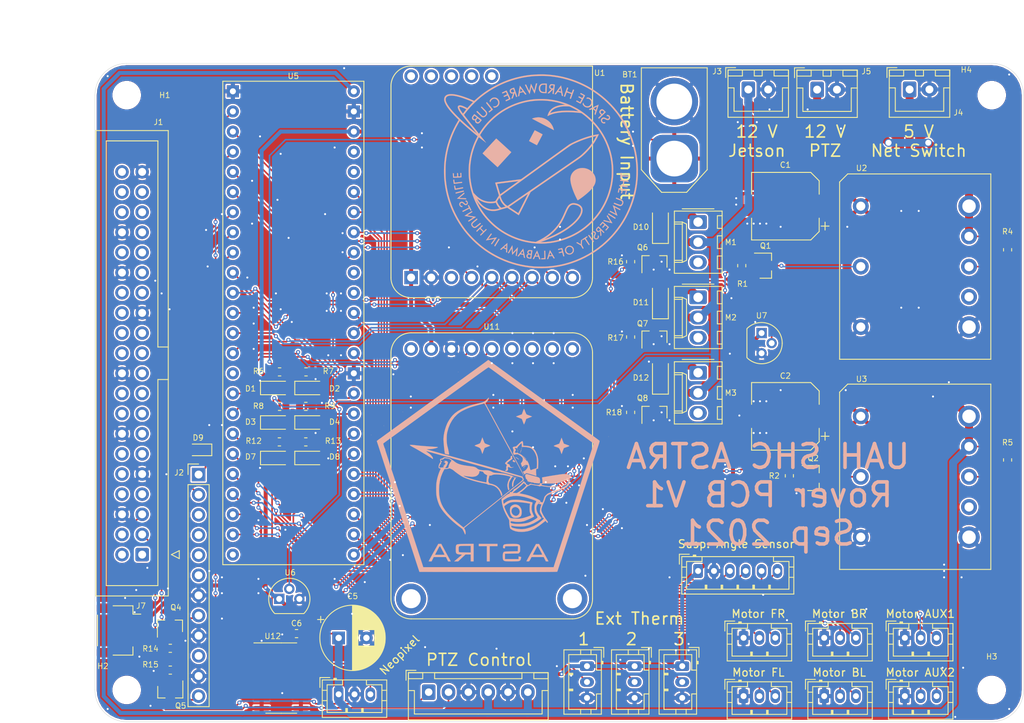
<source format=kicad_pcb>
(kicad_pcb (version 20171130) (host pcbnew "(5.1.10)-1")

  (general
    (thickness 1.6)
    (drawings 28)
    (tracks 839)
    (zones 0)
    (modules 72)
    (nets 57)
  )

  (page A4)
  (layers
    (0 F.Cu signal)
    (31 B.Cu signal)
    (32 B.Adhes user)
    (33 F.Adhes user)
    (34 B.Paste user)
    (35 F.Paste user)
    (36 B.SilkS user)
    (37 F.SilkS user)
    (38 B.Mask user)
    (39 F.Mask user)
    (40 Dwgs.User user)
    (41 Cmts.User user)
    (42 Eco1.User user)
    (43 Eco2.User user)
    (44 Edge.Cuts user)
    (45 Margin user)
    (46 B.CrtYd user)
    (47 F.CrtYd user)
    (48 B.Fab user)
    (49 F.Fab user hide)
  )

  (setup
    (last_trace_width 0.2)
    (user_trace_width 0.16)
    (user_trace_width 0.2)
    (user_trace_width 0.5)
    (user_trace_width 1)
    (trace_clearance 0.1524)
    (zone_clearance 0.2)
    (zone_45_only no)
    (trace_min 0.1524)
    (via_size 0.508)
    (via_drill 0.254)
    (via_min_size 0.508)
    (via_min_drill 0.254)
    (user_via 0.7 0.35)
    (user_via 1 0.75)
    (uvia_size 0.3)
    (uvia_drill 0.1)
    (uvias_allowed no)
    (uvia_min_size 0.2)
    (uvia_min_drill 0.1)
    (edge_width 0.05)
    (segment_width 0.2)
    (pcb_text_width 0.3)
    (pcb_text_size 1.5 1.5)
    (mod_edge_width 0.12)
    (mod_text_size 1 1)
    (mod_text_width 0.15)
    (pad_size 1.524 1.524)
    (pad_drill 0.762)
    (pad_to_mask_clearance 0.0508)
    (aux_axis_origin 0 0)
    (visible_elements 7FFFFFFF)
    (pcbplotparams
      (layerselection 0x010fc_ffffffff)
      (usegerberextensions false)
      (usegerberattributes true)
      (usegerberadvancedattributes true)
      (creategerberjobfile true)
      (excludeedgelayer true)
      (linewidth 0.100000)
      (plotframeref false)
      (viasonmask false)
      (mode 1)
      (useauxorigin false)
      (hpglpennumber 1)
      (hpglpenspeed 20)
      (hpglpendiameter 15.000000)
      (psnegative false)
      (psa4output false)
      (plotreference true)
      (plotvalue true)
      (plotinvisibletext false)
      (padsonsilk false)
      (subtractmaskfromsilk false)
      (outputformat 1)
      (mirror false)
      (drillshape 1)
      (scaleselection 1)
      (outputdirectory ""))
  )

  (net 0 "")
  (net 1 +BATT)
  (net 2 GND)
  (net 3 +5V)
  (net 4 /ADC_BATT)
  (net 5 +3V3)
  (net 6 /ADC_12V)
  (net 7 /ADC_5V)
  (net 8 +12V)
  (net 9 "Net-(D9-Pad2)")
  (net 10 "Net-(D10-Pad2)")
  (net 11 /NX_SCL)
  (net 12 /NX_SDA)
  (net 13 "Net-(J2-Pad12)")
  (net 14 "Net-(J2-Pad8)")
  (net 15 /M1_TX)
  (net 16 /M1_RX)
  (net 17 /M2_TX)
  (net 18 /M2_RX)
  (net 19 /M3_TX)
  (net 20 /M3_RX)
  (net 21 /M4_TX)
  (net 22 /M4_RX)
  (net 23 /M5_TX)
  (net 24 /M5_RX)
  (net 25 /M6_TX)
  (net 26 /M6_RX)
  (net 27 "Net-(Q1-Pad3)")
  (net 28 /12V_Disable)
  (net 29 "Net-(Q2-Pad3)")
  (net 30 /5V_Disable)
  (net 31 /JETSON_RESET)
  (net 32 /JETSON_SLEEP)
  (net 33 /Fan1_Control)
  (net 34 /Fan2_Control)
  (net 35 /Fan3_Control)
  (net 36 "Net-(R4-Pad2)")
  (net 37 /MOSI)
  (net 38 /COMMS_RST)
  (net 39 /COMMS_G0)
  (net 40 /COMMS_CS)
  (net 41 /SCK)
  (net 42 /MISO)
  (net 43 /ADC2)
  (net 44 /ADC1)
  (net 45 /ADC5)
  (net 46 /ADC4)
  (net 47 /ADC3)
  (net 48 /GPS_RX)
  (net 49 /GPS_TX)
  (net 50 /ARGB_Data)
  (net 51 "Net-(D9-Pad1)")
  (net 52 "Net-(D11-Pad2)")
  (net 53 "Net-(D12-Pad2)")
  (net 54 "Net-(J8-Pad3)")
  (net 55 "Net-(R5-Pad2)")
  (net 56 /Angle_CS)

  (net_class Default "This is the default net class."
    (clearance 0.1524)
    (trace_width 0.1524)
    (via_dia 0.508)
    (via_drill 0.254)
    (uvia_dia 0.3)
    (uvia_drill 0.1)
    (add_net +12V)
    (add_net +3V3)
    (add_net +5V)
    (add_net +BATT)
    (add_net /12V_Disable)
    (add_net /5V_Disable)
    (add_net /ADC1)
    (add_net /ADC2)
    (add_net /ADC3)
    (add_net /ADC4)
    (add_net /ADC5)
    (add_net /ADC_12V)
    (add_net /ADC_5V)
    (add_net /ADC_BATT)
    (add_net /ARGB_Data)
    (add_net /Angle_CS)
    (add_net /COMMS_CS)
    (add_net /COMMS_G0)
    (add_net /COMMS_RST)
    (add_net /Fan1_Control)
    (add_net /Fan2_Control)
    (add_net /Fan3_Control)
    (add_net /GPS_RX)
    (add_net /GPS_TX)
    (add_net /JETSON_RESET)
    (add_net /JETSON_SLEEP)
    (add_net /M1_RX)
    (add_net /M1_TX)
    (add_net /M2_RX)
    (add_net /M2_TX)
    (add_net /M3_RX)
    (add_net /M3_TX)
    (add_net /M4_RX)
    (add_net /M4_TX)
    (add_net /M5_RX)
    (add_net /M5_TX)
    (add_net /M6_RX)
    (add_net /M6_TX)
    (add_net /MISO)
    (add_net /MOSI)
    (add_net /NX_SCL)
    (add_net /NX_SDA)
    (add_net /SCK)
    (add_net GND)
    (add_net "Net-(D10-Pad2)")
    (add_net "Net-(D11-Pad2)")
    (add_net "Net-(D12-Pad2)")
    (add_net "Net-(D9-Pad1)")
    (add_net "Net-(D9-Pad2)")
    (add_net "Net-(J2-Pad12)")
    (add_net "Net-(J2-Pad8)")
    (add_net "Net-(J8-Pad3)")
    (add_net "Net-(Q1-Pad3)")
    (add_net "Net-(Q2-Pad3)")
    (add_net "Net-(R4-Pad2)")
    (add_net "Net-(R5-Pad2)")
  )

  (module ASTRA_Footprints:ATRALogo (layer B.Cu) (tedit 0) (tstamp 6135D60B)
    (at 145.6 111.6 180)
    (fp_text reference G*** (at 0 0) (layer B.SilkS) hide
      (effects (font (size 1.524 1.524) (thickness 0.3)) (justify mirror))
    )
    (fp_text value LOGO (at 0.75 0) (layer B.SilkS) hide
      (effects (font (size 1.524 1.524) (thickness 0.3)) (justify mirror))
    )
    (fp_poly (pts (xy 0.228285 13.07217) (xy 0.307601 13.013237) (xy 0.435684 12.919013) (xy 0.60253 12.796782)
      (xy 0.798137 12.65383) (xy 1.0125 12.49744) (xy 1.235615 12.334898) (xy 1.457481 12.173486)
      (xy 1.668092 12.020491) (xy 1.857446 11.883196) (xy 2.015539 11.768886) (xy 2.132368 11.684844)
      (xy 2.181611 11.649779) (xy 2.254321 11.59767) (xy 2.372831 11.51183) (xy 2.524451 11.40149)
      (xy 2.696492 11.27588) (xy 2.832932 11.176) (xy 3.008286 11.047776) (xy 3.169332 10.930556)
      (xy 3.304453 10.832753) (xy 3.402035 10.762781) (xy 3.445321 10.732458) (xy 3.506354 10.689496)
      (xy 3.613064 10.612659) (xy 3.752738 10.511167) (xy 3.912663 10.39424) (xy 3.995643 10.333315)
      (xy 4.194628 10.187451) (xy 4.412184 10.028705) (xy 4.623961 9.874805) (xy 4.80561 9.743474)
      (xy 4.830214 9.725766) (xy 5.015677 9.591958) (xy 5.219804 9.44398) (xy 5.414145 9.302487)
      (xy 5.533571 9.215099) (xy 5.650133 9.129879) (xy 5.814194 9.010417) (xy 6.014411 8.864946)
      (xy 6.239442 8.7017) (xy 6.477944 8.528913) (xy 6.718575 8.35482) (xy 6.731 8.345838)
      (xy 6.966512 8.175467) (xy 7.196054 8.009193) (xy 7.409286 7.854522) (xy 7.595867 7.718962)
      (xy 7.745459 7.610019) (xy 7.847722 7.535198) (xy 7.855857 7.529212) (xy 7.99635 7.426272)
      (xy 8.169598 7.300124) (xy 8.34937 7.169837) (xy 8.454571 7.093927) (xy 8.735094 6.891504)
      (xy 8.984023 6.710809) (xy 9.229046 6.531709) (xy 9.370785 6.42761) (xy 9.434752 6.380863)
      (xy 9.551592 6.295789) (xy 9.715427 6.176658) (xy 9.920378 6.027739) (xy 10.160564 5.853304)
      (xy 10.430106 5.657622) (xy 10.723124 5.444963) (xy 11.033739 5.219599) (xy 11.303 5.024289)
      (xy 11.629001 4.787802) (xy 11.946407 4.557458) (xy 12.248753 4.337957) (xy 12.529571 4.133996)
      (xy 12.782396 3.950274) (xy 13.000762 3.79149) (xy 13.178204 3.662341) (xy 13.308254 3.567526)
      (xy 13.371285 3.521418) (xy 13.513408 3.417709) (xy 13.642563 3.324516) (xy 13.742326 3.253633)
      (xy 13.788571 3.221814) (xy 13.881214 3.155703) (xy 13.980607 3.078194) (xy 13.984399 3.075072)
      (xy 14.089513 2.988278) (xy 13.834922 2.210782) (xy 13.752476 1.958354) (xy 13.654169 1.656311)
      (xy 13.546319 1.324137) (xy 13.435249 0.981315) (xy 13.327277 0.647328) (xy 13.247234 0.399143)
      (xy 13.156122 0.116913) (xy 13.065685 -0.162057) (xy 12.980134 -0.424867) (xy 12.903678 -0.658615)
      (xy 12.840529 -0.8504) (xy 12.794895 -0.987318) (xy 12.791335 -0.997857) (xy 12.747807 -1.128394)
      (xy 12.686431 -1.315161) (xy 12.611405 -1.545246) (xy 12.526926 -1.805736) (xy 12.43719 -2.083721)
      (xy 12.346396 -2.366287) (xy 12.337241 -2.394857) (xy 12.245344 -2.680899) (xy 12.152936 -2.967034)
      (xy 12.064471 -3.239588) (xy 11.984399 -3.484884) (xy 11.917174 -3.689247) (xy 11.867245 -3.838999)
      (xy 11.864783 -3.846286) (xy 11.814986 -3.99547) (xy 11.747882 -4.199417) (xy 11.668157 -4.443729)
      (xy 11.580495 -4.71401) (xy 11.48958 -4.995861) (xy 11.410203 -5.243286) (xy 11.320374 -5.523358)
      (xy 11.229748 -5.804595) (xy 11.142996 -6.072602) (xy 11.064785 -6.312984) (xy 10.999787 -6.511346)
      (xy 10.957035 -6.640286) (xy 10.905891 -6.794284) (xy 10.837578 -7.001878) (xy 10.757158 -7.247578)
      (xy 10.669694 -7.515898) (xy 10.580247 -7.791349) (xy 10.524142 -7.964714) (xy 10.434368 -8.242314)
      (xy 10.341844 -8.528026) (xy 10.252031 -8.805023) (xy 10.170386 -9.056478) (xy 10.102367 -9.265562)
      (xy 10.071008 -9.361714) (xy 10.023489 -9.507498) (xy 9.957176 -9.711368) (xy 9.875628 -9.962368)
      (xy 9.7824 -10.24954) (xy 9.68105 -10.561927) (xy 9.575134 -10.888573) (xy 9.46821 -11.218519)
      (xy 9.452597 -11.266714) (xy 9.347003 -11.592393) (xy 9.242845 -11.91309) (xy 9.143499 -12.218457)
      (xy 9.052337 -12.498144) (xy 8.972734 -12.741802) (xy 8.908064 -12.93908) (xy 8.8617 -13.079631)
      (xy 8.855214 -13.099143) (xy 8.716246 -13.516428) (xy 0.039013 -13.525574) (xy -0.930123 -13.526529)
      (xy -1.829014 -13.527269) (xy -2.659986 -13.527784) (xy -3.425364 -13.528063) (xy -4.127474 -13.528099)
      (xy -4.768643 -13.52788) (xy -5.351196 -13.527397) (xy -5.87746 -13.526641) (xy -6.349759 -13.525602)
      (xy -6.770421 -13.524269) (xy -7.14177 -13.522634) (xy -7.466133 -13.520686) (xy -7.745836 -13.518417)
      (xy -7.983204 -13.515815) (xy -8.180564 -13.512872) (xy -8.340241 -13.509578) (xy -8.464562 -13.505923)
      (xy -8.555852 -13.501897) (xy -8.616436 -13.497491) (xy -8.648642 -13.492695) (xy -8.65549 -13.489289)
      (xy -8.674 -13.435651) (xy -8.712209 -13.321072) (xy -8.76747 -13.153657) (xy -8.83714 -12.941511)
      (xy -8.918574 -12.692739) (xy -9.009128 -12.415446) (xy -9.106155 -12.117739) (xy -9.207012 -11.807721)
      (xy -9.309055 -11.493498) (xy -9.409637 -11.183176) (xy -9.506115 -10.884859) (xy -9.576082 -10.668)
      (xy -9.667248 -10.385772) (xy -9.757764 -10.106804) (xy -9.843413 -9.843995) (xy -9.91998 -9.610248)
      (xy -9.98325 -9.418464) (xy -10.029006 -9.281543) (xy -10.03258 -9.271) (xy -10.07622 -9.140455)
      (xy -10.137683 -8.953675) (xy -10.21277 -8.723574) (xy -10.29728 -8.463067) (xy -10.387014 -8.185066)
      (xy -10.477773 -7.902487) (xy -10.486895 -7.874) (xy -10.577506 -7.591683) (xy -10.667491 -7.312631)
      (xy -10.752656 -7.049757) (xy -10.828804 -6.815976) (xy -10.891741 -6.6242) (xy -10.937271 -6.487344)
      (xy -10.940764 -6.477) (xy -10.9843 -6.346469) (xy -11.045697 -6.159712) (xy -11.120757 -5.929639)
      (xy -11.205282 -5.669162) (xy -11.295072 -5.39119) (xy -11.385928 -5.108635) (xy -11.39511 -5.08)
      (xy -11.485789 -4.797716) (xy -11.575747 -4.518695) (xy -11.660799 -4.255845) (xy -11.736758 -4.022077)
      (xy -11.799439 -3.830298) (xy -11.844654 -3.693417) (xy -11.848136 -3.683) (xy -11.886167 -3.568327)
      (xy -11.943393 -3.394322) (xy -12.016645 -3.170691) (xy -12.102752 -2.90714) (xy -12.198544 -2.613377)
      (xy -12.300851 -2.299107) (xy -12.406503 -1.974037) (xy -12.440696 -1.868714) (xy -12.640583 -1.252836)
      (xy -12.83065 -0.66719) (xy -13.009708 -0.115443) (xy -13.176565 0.398736) (xy -13.330032 0.871679)
      (xy -13.468919 1.299718) (xy -13.592035 1.679184) (xy -13.698191 2.00641) (xy -13.786195 2.277726)
      (xy -13.854858 2.489465) (xy -13.90299 2.637959) (xy -13.912958 2.668741) (xy -13.228707 2.668741)
      (xy -13.22786 2.634628) (xy -13.216397 2.576159) (xy -13.192209 2.486065) (xy -13.153188 2.357075)
      (xy -13.097225 2.18192) (xy -13.022211 1.953331) (xy -12.926037 1.664036) (xy -12.915632 1.632857)
      (xy -12.867432 1.487018) (xy -12.801596 1.285716) (xy -12.72256 1.042625) (xy -12.634758 0.771416)
      (xy -12.542625 0.485761) (xy -12.450595 0.199334) (xy -12.444855 0.181429) (xy -12.353014 -0.103682)
      (xy -12.260603 -0.388004) (xy -12.172063 -0.658056) (xy -12.091838 -0.900357) (xy -12.024369 -1.101424)
      (xy -11.9741 -1.247777) (xy -11.971257 -1.255857) (xy -11.915524 -1.4165) (xy -11.870053 -1.552398)
      (xy -11.839661 -1.64882) (xy -11.829143 -1.69053) (xy -11.818244 -1.730931) (xy -11.787166 -1.832662)
      (xy -11.738342 -1.988096) (xy -11.674202 -2.189603) (xy -11.597178 -2.429554) (xy -11.509699 -2.700321)
      (xy -11.414199 -2.994274) (xy -11.391019 -3.065387) (xy -11.262997 -3.458134) (xy -11.124768 -3.882581)
      (xy -10.979412 -4.329251) (xy -10.830005 -4.788665) (xy -10.679627 -5.251346) (xy -10.531355 -5.707816)
      (xy -10.388268 -6.148597) (xy -10.253443 -6.56421) (xy -10.129959 -6.945177) (xy -10.020893 -7.282022)
      (xy -9.929324 -7.565265) (xy -9.882394 -7.710714) (xy -9.810833 -7.931612) (xy -9.734258 -8.166126)
      (xy -9.661458 -8.387444) (xy -9.601223 -8.568753) (xy -9.596926 -8.581571) (xy -9.553616 -8.712044)
      (xy -9.492292 -8.898707) (xy -9.41716 -9.128663) (xy -9.332424 -9.389017) (xy -9.242287 -9.666871)
      (xy -9.150955 -9.949328) (xy -9.141517 -9.978571) (xy -9.039385 -10.294556) (xy -8.928116 -10.637868)
      (xy -8.814279 -10.988307) (xy -8.704442 -11.32567) (xy -8.605172 -11.629755) (xy -8.539862 -11.829143)
      (xy -8.461807 -12.067917) (xy -8.38947 -12.291017) (xy -8.326598 -12.486744) (xy -8.276937 -12.643397)
      (xy -8.244234 -12.749279) (xy -8.23483 -12.781643) (xy -8.197774 -12.917714) (xy 8.231967 -12.917714)
      (xy 8.255197 -12.836071) (xy 8.272787 -12.779169) (xy 8.310515 -12.660647) (xy 8.365997 -12.487874)
      (xy 8.436846 -12.268217) (xy 8.520679 -12.009045) (xy 8.615109 -11.717726) (xy 8.717753 -11.401628)
      (xy 8.826223 -11.068119) (xy 8.938136 -10.724567) (xy 9.01577 -10.486571) (xy 9.073748 -10.30866)
      (xy 9.152088 -10.067828) (xy 9.248805 -9.7702) (xy 9.36191 -9.421899) (xy 9.489418 -9.029051)
      (xy 9.629342 -8.597778) (xy 9.779695 -8.134206) (xy 9.93849 -7.644457) (xy 10.103741 -7.134656)
      (xy 10.273462 -6.610927) (xy 10.445664 -6.079394) (xy 10.546062 -5.769428) (xy 10.649179 -5.451255)
      (xy 10.749289 -5.142752) (xy 10.843281 -4.853486) (xy 10.92804 -4.593023) (xy 11.000452 -4.370929)
      (xy 11.057405 -4.196769) (xy 11.095785 -4.080109) (xy 11.101131 -4.064) (xy 11.138422 -3.950793)
      (xy 11.194138 -3.780153) (xy 11.264497 -3.563737) (xy 11.345717 -3.3132) (xy 11.434015 -3.040199)
      (xy 11.525609 -2.756392) (xy 11.554416 -2.667) (xy 11.647445 -2.378707) (xy 11.739461 -2.094454)
      (xy 11.826453 -1.826572) (xy 11.904406 -1.587393) (xy 11.969308 -1.389247) (xy 12.017145 -1.244466)
      (xy 12.0268 -1.215571) (xy 12.070063 -1.085059) (xy 12.131244 -0.898331) (xy 12.20615 -0.668294)
      (xy 12.290589 -0.407855) (xy 12.38037 -0.12992) (xy 12.471301 0.152604) (xy 12.480558 0.181429)
      (xy 12.570366 0.460536) (xy 12.658566 0.733532) (xy 12.741165 0.988151) (xy 12.814174 1.212123)
      (xy 12.873603 1.39318) (xy 12.915462 1.519054) (xy 12.919586 1.531261) (xy 12.967191 1.678787)
      (xy 13.003902 1.805985) (xy 13.02423 1.893214) (xy 13.026571 1.914075) (xy 13.041802 1.989454)
      (xy 13.056973 2.015672) (xy 13.081572 2.063983) (xy 13.121138 2.163353) (xy 13.168639 2.295681)
      (xy 13.188081 2.353168) (xy 13.23591 2.5038) (xy 13.259835 2.601383) (xy 13.262018 2.660596)
      (xy 13.244617 2.696119) (xy 13.239321 2.701359) (xy 13.198179 2.73348) (xy 13.105956 2.802289)
      (xy 12.970458 2.902065) (xy 12.799494 3.027087) (xy 12.600872 3.171631) (xy 12.382399 3.329978)
      (xy 12.319 3.375815) (xy 12.075064 3.552156) (xy 11.829486 3.729811) (xy 11.594339 3.900039)
      (xy 11.381693 4.054097) (xy 11.203621 4.183242) (xy 11.072194 4.278733) (xy 11.071165 4.279482)
      (xy 10.902238 4.402357) (xy 10.730078 4.527457) (xy 10.576147 4.639193) (xy 10.472451 4.714347)
      (xy 10.344626 4.806998) (xy 10.210944 4.904206) (xy 10.057832 5.015866) (xy 9.871718 5.151876)
      (xy 9.670143 5.299357) (xy 9.612472 5.341386) (xy 9.500934 5.422497) (xy 9.340401 5.539152)
      (xy 9.135744 5.687815) (xy 8.891834 5.864949) (xy 8.613542 6.067015) (xy 8.305741 6.290478)
      (xy 7.973301 6.531798) (xy 7.621094 6.78744) (xy 7.253991 7.053865) (xy 7.148285 7.130576)
      (xy 6.777855 7.399411) (xy 6.420945 7.658469) (xy 6.082427 7.904211) (xy 5.767172 8.133099)
      (xy 5.480052 8.341595) (xy 5.225938 8.526161) (xy 5.009701 8.683259) (xy 4.836214 8.809352)
      (xy 4.710347 8.900902) (xy 4.636972 8.954369) (xy 4.626428 8.962085) (xy 4.499119 9.055149)
      (xy 4.348217 9.165008) (xy 4.223263 9.255654) (xy 4.103322 9.342604) (xy 3.946189 9.456711)
      (xy 3.773321 9.582385) (xy 3.624549 9.690656) (xy 3.085877 10.082827) (xy 2.602788 10.434315)
      (xy 2.172273 10.747258) (xy 1.791321 11.023792) (xy 1.456924 11.266054) (xy 1.166073 11.476183)
      (xy 0.915757 11.656315) (xy 0.702968 11.808588) (xy 0.524697 11.935139) (xy 0.377933 12.038105)
      (xy 0.259667 12.119623) (xy 0.166891 12.181831) (xy 0.096595 12.226866) (xy 0.045769 12.256866)
      (xy 0.011404 12.273967) (xy -0.00951 12.280307) (xy -0.019322 12.278575) (xy -0.077837 12.236676)
      (xy -0.161377 12.178635) (xy -0.167268 12.174596) (xy -0.246244 12.118999) (xy -0.372919 12.028027)
      (xy -0.536629 11.909435) (xy -0.72671 11.770977) (xy -0.932498 11.62041) (xy -1.143328 11.465489)
      (xy -1.215572 11.412236) (xy -1.311812 11.341667) (xy -1.456542 11.236112) (xy -1.639427 11.103082)
      (xy -1.85013 10.950087) (xy -2.078314 10.784639) (xy -2.313644 10.614248) (xy -2.340429 10.59487)
      (xy -2.584314 10.418385) (xy -2.829842 10.240602) (xy -3.06495 10.070265) (xy -3.277573 9.916116)
      (xy -3.455646 9.786901) (xy -3.587106 9.691361) (xy -3.588263 9.690519) (xy -3.75719 9.567644)
      (xy -3.92935 9.442544) (xy -4.083282 9.330807) (xy -4.186978 9.255654) (xy -4.329356 9.152321)
      (xy -4.479345 9.043027) (xy -4.590143 8.96194) (xy -4.680874 8.895611) (xy -4.816177 8.797073)
      (xy -4.981834 8.676663) (xy -5.163627 8.544719) (xy -5.292713 8.451144) (xy -5.508695 8.29447)
      (xy -5.748396 8.120274) (xy -5.987449 7.946283) (xy -6.201488 7.790222) (xy -6.272427 7.738408)
      (xy -6.443605 7.61353) (xy -6.60618 7.495345) (xy -6.745612 7.394396) (xy -6.847362 7.321223)
      (xy -6.876143 7.300756) (xy -6.963661 7.238275) (xy -7.099789 7.140243) (xy -7.27454 7.013918)
      (xy -7.477926 6.866563) (xy -7.69996 6.705437) (xy -7.930653 6.537799) (xy -8.160017 6.370911)
      (xy -8.378066 6.212032) (xy -8.57481 6.068423) (xy -8.740263 5.947343) (xy -8.864437 5.856053)
      (xy -8.908143 5.823684) (xy -9.077845 5.698534) (xy -9.302221 5.534836) (xy -9.576674 5.335919)
      (xy -9.896607 5.105113) (xy -10.257422 4.845746) (xy -10.395857 4.746439) (xy -10.583466 4.611328)
      (xy -10.79418 4.458637) (xy -10.996566 4.311179) (xy -11.103429 4.232868) (xy -11.335457 4.06237)
      (xy -11.529992 3.919649) (xy -11.702597 3.793362) (xy -11.868839 3.672163) (xy -12.044282 3.544709)
      (xy -12.244492 3.399656) (xy -12.485035 3.22566) (xy -12.536714 3.188297) (xy -12.728023 3.049656)
      (xy -12.900036 2.924353) (xy -13.043844 2.818934) (xy -13.150536 2.739941) (xy -13.211201 2.693918)
      (xy -13.221047 2.685769) (xy -13.228707 2.668741) (xy -13.912958 2.668741) (xy -13.920923 2.693333)
      (xy -13.960602 2.828014) (xy -13.985542 2.937191) (xy -13.991656 3.001997) (xy -13.989468 3.00957)
      (xy -13.956325 3.038119) (xy -13.873442 3.102368) (xy -13.749959 3.195591) (xy -13.595016 3.311064)
      (xy -13.417751 3.442062) (xy -13.227305 3.58186) (xy -13.032817 3.723733) (xy -12.843426 3.860955)
      (xy -12.668273 3.986803) (xy -12.516496 4.094551) (xy -12.482479 4.118429) (xy -12.418149 4.164316)
      (xy -12.307849 4.243896) (xy -12.164192 4.348032) (xy -11.999794 4.467587) (xy -11.895324 4.543739)
      (xy -11.685806 4.696391) (xy -11.452247 4.866214) (xy -11.22029 5.034581) (xy -11.015579 5.182868)
      (xy -10.976429 5.211175) (xy -10.795184 5.342494) (xy -10.609496 5.477592) (xy -10.439353 5.601893)
      (xy -10.304747 5.700819) (xy -10.287 5.713942) (xy -10.190718 5.784683) (xy -10.045915 5.890349)
      (xy -9.862938 6.023425) (xy -9.652135 6.176395) (xy -9.423853 6.341744) (xy -9.188439 6.511956)
      (xy -9.162143 6.530949) (xy -8.931363 6.697689) (xy -8.710835 6.857151) (xy -8.509952 7.002533)
      (xy -8.338109 7.127032) (xy -8.2047 7.223846) (xy -8.11912 7.286171) (xy -8.109857 7.292954)
      (xy -7.982548 7.386012) (xy -7.831647 7.495866) (xy -7.706692 7.586511) (xy -7.58676 7.673462)
      (xy -7.42964 7.78758) (xy -7.256783 7.913275) (xy -7.107978 8.021601) (xy -6.999822 8.100257)
      (xy -6.840835 8.215705) (xy -6.63897 8.362177) (xy -6.402178 8.533907) (xy -6.138412 8.725129)
      (xy -5.855624 8.930075) (xy -5.561766 9.142981) (xy -5.334 9.307957) (xy -5.049625 9.514019)
      (xy -4.780678 9.709107) (xy -4.5334 9.888679) (xy -4.314036 10.048193) (xy -4.128825 10.183105)
      (xy -3.984011 10.288875) (xy -3.885835 10.360958) (xy -3.841487 10.394071) (xy -3.774185 10.444742)
      (xy -3.663801 10.525995) (xy -3.52626 10.62617) (xy -3.393027 10.722429) (xy -3.11456 10.923228)
      (xy -2.83874 11.122856) (xy -2.58172 11.309587) (xy -2.359656 11.471696) (xy -2.267857 11.539063)
      (xy -2.196162 11.591501) (xy -2.073823 11.68064) (xy -1.908955 11.800583) (xy -1.709668 11.945433)
      (xy -1.484076 12.109294) (xy -1.240289 12.286269) (xy -1.023572 12.443514) (xy 0.039285 13.214511)
      (xy 0.228285 13.07217)) (layer B.SilkS) (width 0.01))
    (fp_poly (pts (xy -15.094857 3.537857) (xy -15.113 3.519715) (xy -15.131143 3.537857) (xy -15.113 3.556)
      (xy -15.094857 3.537857)) (layer B.SilkS) (width 0.01))
    (fp_poly (pts (xy 14.804571 3.755572) (xy 14.786428 3.737429) (xy 14.768285 3.755572) (xy 14.786428 3.773714)
      (xy 14.804571 3.755572)) (layer B.SilkS) (width 0.01))
    (fp_poly (pts (xy 13.208 4.916714) (xy 13.189857 4.898572) (xy 13.171714 4.916714) (xy 13.189857 4.934857)
      (xy 13.208 4.916714)) (layer B.SilkS) (width 0.01))
    (fp_poly (pts (xy 10.813143 6.658429) (xy 10.795 6.640286) (xy 10.776857 6.658429) (xy 10.795 6.676572)
      (xy 10.813143 6.658429)) (layer B.SilkS) (width 0.01))
    (fp_poly (pts (xy 3.846286 11.702143) (xy 3.828143 11.684) (xy 3.81 11.702143) (xy 3.828143 11.720286)
      (xy 3.846286 11.702143)) (layer B.SilkS) (width 0.01))
    (fp_poly (pts (xy -5.84023 -10.232571) (xy -5.764066 -10.369652) (xy -5.667614 -10.542293) (xy -5.566315 -10.722888)
      (xy -5.515515 -10.813143) (xy -5.425244 -10.97406) (xy -5.312758 -11.175736) (xy -5.190769 -11.395314)
      (xy -5.071993 -11.609942) (xy -5.041143 -11.665857) (xy -4.761079 -12.173857) (xy -4.906548 -12.185218)
      (xy -5.010324 -12.188555) (xy -5.085522 -12.182603) (xy -5.095915 -12.179733) (xy -5.132486 -12.141456)
      (xy -5.190236 -12.054984) (xy -5.25816 -11.937166) (xy -5.275171 -11.905301) (xy -5.410529 -11.647714)
      (xy -6.950944 -11.647714) (xy -7.085603 -11.919857) (xy -7.220263 -12.192) (xy -7.383846 -12.192)
      (xy -7.481374 -12.189752) (xy -7.5399 -12.184065) (xy -7.547429 -12.180675) (xy -7.530962 -12.146649)
      (xy -7.485476 -12.059995) (xy -7.416845 -11.931718) (xy -7.33094 -11.772824) (xy -7.271496 -11.663604)
      (xy -7.16351 -11.465555) (xy -7.084341 -11.320195) (xy -6.749143 -11.320195) (xy -6.713507 -11.3356)
      (xy -6.609007 -11.347086) (xy -6.43926 -11.354423) (xy -6.207879 -11.357377) (xy -6.168572 -11.357428)
      (xy -5.972546 -11.356223) (xy -5.80479 -11.352891) (xy -5.67745 -11.34786) (xy -5.60267 -11.341557)
      (xy -5.588 -11.336998) (xy -5.604308 -11.296471) (xy -5.648554 -11.205729) (xy -5.713721 -11.077957)
      (xy -5.79279 -10.926339) (xy -5.878744 -10.764058) (xy -5.964566 -10.604298) (xy -6.043237 -10.460243)
      (xy -6.107741 -10.345077) (xy -6.151059 -10.271983) (xy -6.165067 -10.25288) (xy -6.188905 -10.277844)
      (xy -6.238866 -10.354771) (xy -6.308029 -10.471015) (xy -6.389472 -10.613926) (xy -6.476275 -10.770858)
      (xy -6.561516 -10.929162) (xy -6.638272 -11.076191) (xy -6.699624 -11.199297) (xy -6.738649 -11.285832)
      (xy -6.749143 -11.320195) (xy -7.084341 -11.320195) (xy -7.055164 -11.266626) (xy -6.956903 -11.086011)
      (xy -6.879175 -10.942903) (xy -6.858011 -10.903857) (xy -6.776363 -10.753544) (xy -6.676865 -10.571028)
      (xy -6.576635 -10.387698) (xy -6.541335 -10.323285) (xy -6.36221 -9.996714) (xy -5.970636 -9.996714)
      (xy -5.84023 -10.232571)) (layer B.SilkS) (width 0.01))
    (fp_poly (pts (xy -2.848443 -9.982821) (xy -2.694523 -9.986409) (xy -2.43435 -9.995425) (xy -2.236839 -10.00829)
      (xy -2.092093 -10.027331) (xy -1.990219 -10.054873) (xy -1.921322 -10.093241) (xy -1.875507 -10.144763)
      (xy -1.854573 -10.183851) (xy -1.825501 -10.280064) (xy -1.815031 -10.383966) (xy -1.822808 -10.471884)
      (xy -1.84848 -10.520146) (xy -1.859643 -10.523352) (xy -1.930088 -10.532734) (xy -1.984238 -10.545098)
      (xy -2.036463 -10.550339) (xy -2.062298 -10.517319) (xy -2.074756 -10.429046) (xy -2.074952 -10.426674)
      (xy -2.086429 -10.287) (xy -2.895209 -10.27723) (xy -3.703989 -10.267461) (xy -3.693495 -10.585659)
      (xy -3.683 -10.903857) (xy -2.848429 -10.922) (xy -2.533594 -10.930548) (xy -2.287898 -10.941111)
      (xy -2.107928 -10.953928) (xy -1.990273 -10.969239) (xy -1.933447 -10.986117) (xy -1.857164 -11.070519)
      (xy -1.806959 -11.21974) (xy -1.783537 -11.430607) (xy -1.785175 -11.655218) (xy -1.800841 -11.845546)
      (xy -1.831701 -11.977579) (xy -1.885519 -12.065211) (xy -1.97006 -12.122338) (xy -2.064654 -12.155308)
      (xy -2.14403 -12.166687) (xy -2.28185 -12.17557) (xy -2.464028 -12.18196) (xy -2.676479 -12.185861)
      (xy -2.905117 -12.187276) (xy -3.135859 -12.186208) (xy -3.354617 -12.182661) (xy -3.547309 -12.176637)
      (xy -3.699847 -12.16814) (xy -3.798148 -12.157173) (xy -3.809127 -12.154906) (xy -3.914019 -12.112735)
      (xy -3.995035 -12.051313) (xy -3.997638 -12.048199) (xy -4.032412 -11.981594) (xy -4.065572 -11.881562)
      (xy -4.091194 -11.77327) (xy -4.103354 -11.681885) (xy -4.09613 -11.632575) (xy -4.095586 -11.63204)
      (xy -4.054728 -11.619096) (xy -3.968049 -11.60121) (xy -3.927929 -11.594241) (xy -3.773715 -11.568764)
      (xy -3.773715 -11.901714) (xy -2.068286 -11.901714) (xy -2.068286 -11.219076) (xy -2.920212 -11.206609)
      (xy -3.772139 -11.194143) (xy -3.872712 -11.093532) (xy -3.916671 -11.046364) (xy -3.945502 -10.999463)
      (xy -3.962392 -10.936922) (xy -3.970527 -10.842832) (xy -3.973093 -10.701286) (xy -3.973286 -10.591462)
      (xy -3.972534 -10.415491) (xy -3.968208 -10.29673) (xy -3.957201 -10.219819) (xy -3.936409 -10.1694)
      (xy -3.902726 -10.130111) (xy -3.875024 -10.105481) (xy -3.802637 -10.059299) (xy -3.701383 -10.024483)
      (xy -3.563299 -10.00023) (xy -3.380423 -9.985738) (xy -3.144792 -9.980203) (xy -2.848443 -9.982821)) (layer B.SilkS) (width 0.01))
    (fp_poly (pts (xy 1.233714 -10.268857) (xy 0.217714 -10.268857) (xy 0.217714 -12.192) (xy -0.145143 -12.192)
      (xy -0.145143 -10.268857) (xy -1.124857 -10.268857) (xy -1.124857 -9.978571) (xy 1.233714 -9.978571)
      (xy 1.233714 -10.268857)) (layer B.SilkS) (width 0.01))
    (fp_poly (pts (xy 2.875643 -9.985726) (xy 3.194508 -9.990381) (xy 3.448836 -9.996376) (xy 3.646663 -10.005018)
      (xy 3.796021 -10.017609) (xy 3.904947 -10.035454) (xy 3.981475 -10.059858) (xy 4.033638 -10.092123)
      (xy 4.069473 -10.133555) (xy 4.096284 -10.183851) (xy 4.115265 -10.264952) (xy 4.128043 -10.397622)
      (xy 4.134588 -10.561234) (xy 4.134867 -10.735159) (xy 4.12885 -10.898769) (xy 4.116505 -11.031437)
      (xy 4.0978 -11.112534) (xy 4.097703 -11.112748) (xy 4.040343 -11.19765) (xy 3.950523 -11.256322)
      (xy 3.815081 -11.294413) (xy 3.620857 -11.317569) (xy 3.620276 -11.317614) (xy 3.33846 -11.339285)
      (xy 3.72444 -11.665857) (xy 3.876093 -11.794437) (xy 4.017684 -11.914967) (xy 4.134986 -12.015307)
      (xy 4.213774 -12.083313) (xy 4.223281 -12.091634) (xy 4.336143 -12.190841) (xy 4.08748 -12.19142)
      (xy 3.838818 -12.192) (xy 3.376039 -11.756571) (xy 2.913259 -11.321143) (xy 2.249714 -11.321143)
      (xy 2.249714 -12.192) (xy 1.886857 -12.192) (xy 1.886857 -10.232571) (xy 2.249714 -10.232571)
      (xy 2.249714 -11.071373) (xy 2.976809 -11.060186) (xy 3.232005 -11.055406) (xy 3.423656 -11.049468)
      (xy 3.56079 -11.041596) (xy 3.652432 -11.031011) (xy 3.707609 -11.016936) (xy 3.735347 -10.998593)
      (xy 3.738253 -10.994571) (xy 3.754396 -10.934291) (xy 3.766619 -10.822821) (xy 3.772802 -10.681522)
      (xy 3.773158 -10.642843) (xy 3.772626 -10.512333) (xy 3.76469 -10.412918) (xy 3.740671 -10.340369)
      (xy 3.691886 -10.290456) (xy 3.609656 -10.258949) (xy 3.4853 -10.241621) (xy 3.310136 -10.23424)
      (xy 3.075484 -10.232579) (xy 2.931069 -10.232571) (xy 2.249714 -10.232571) (xy 1.886857 -10.232571)
      (xy 1.886857 -9.973379) (xy 2.875643 -9.985726)) (layer B.SilkS) (width 0.01))
    (fp_poly (pts (xy 6.494805 -10.259785) (xy 6.58448 -10.41894) (xy 6.677716 -10.583276) (xy 6.756631 -10.721297)
      (xy 6.767737 -10.740571) (xy 6.845074 -10.876244) (xy 6.938064 -11.042005) (xy 7.040882 -11.227172)
      (xy 7.1477 -11.421064) (xy 7.252692 -11.613001) (xy 7.35003 -11.792302) (xy 7.433889 -11.948285)
      (xy 7.498442 -12.070271) (xy 7.537862 -12.147578) (xy 7.547428 -12.169823) (xy 7.514772 -12.182468)
      (xy 7.431267 -12.190498) (xy 7.365703 -12.192) (xy 7.183977 -12.192) (xy 6.914657 -11.647714)
      (xy 5.369691 -11.647714) (xy 5.235032 -11.919857) (xy 5.100372 -12.192) (xy 4.759511 -12.192)
      (xy 4.973635 -11.801928) (xy 5.05779 -11.648076) (xy 5.16719 -11.447258) (xy 5.222881 -11.344772)
      (xy 5.551714 -11.344772) (xy 5.586009 -11.348978) (xy 5.680934 -11.352593) (xy 5.824546 -11.355364)
      (xy 6.004905 -11.357041) (xy 6.15223 -11.357428) (xy 6.752747 -11.357428) (xy 6.492144 -10.8585)
      (xy 6.376509 -10.636843) (xy 6.289709 -10.47301) (xy 6.226109 -10.360961) (xy 6.180073 -10.294659)
      (xy 6.145966 -10.268063) (xy 6.118154 -10.275135) (xy 6.091001 -10.309836) (xy 6.058872 -10.366126)
      (xy 6.048993 -10.383579) (xy 6.000591 -10.47108) (xy 5.934139 -10.595119) (xy 5.856732 -10.741983)
      (xy 5.775463 -10.897963) (xy 5.697425 -11.049347) (xy 5.629712 -11.182424) (xy 5.579418 -11.283483)
      (xy 5.553636 -11.338812) (xy 5.551714 -11.344772) (xy 5.222881 -11.344772) (xy 5.292645 -11.216391)
      (xy 5.424963 -10.972391) (xy 5.554955 -10.732175) (xy 5.574927 -10.695214) (xy 5.962096 -9.978571)
      (xy 6.337057 -9.978571) (xy 6.494805 -10.259785)) (layer B.SilkS) (width 0.01))
    (fp_poly (pts (xy 9.867398 2.50215) (xy 9.918541 2.493566) (xy 9.921541 2.472126) (xy 9.893854 2.43777)
      (xy 9.837333 2.393575) (xy 9.732789 2.327272) (xy 9.597117 2.249189) (xy 9.498159 2.195918)
      (xy 9.287337 2.082606) (xy 9.041762 1.944975) (xy 8.755013 1.779311) (xy 8.420669 1.581902)
      (xy 8.03231 1.349036) (xy 8.001 1.330143) (xy 7.746238 1.176113) (xy 7.546646 1.054786)
      (xy 7.395083 0.961661) (xy 7.284407 0.89224) (xy 7.207477 0.842025) (xy 7.157152 0.806516)
      (xy 7.126289 0.781215) (xy 7.119932 0.775116) (xy 7.053243 0.726211) (xy 7.014618 0.732878)
      (xy 7.004581 0.783548) (xy 7.023652 0.86665) (xy 7.072355 0.970616) (xy 7.108536 1.027605)
      (xy 7.246142 1.198977) (xy 7.416869 1.358777) (xy 7.637853 1.522817) (xy 7.665367 1.541398)
      (xy 7.766095 1.612945) (xy 7.834308 1.669301) (xy 7.856118 1.698916) (xy 7.855607 1.699631)
      (xy 7.814519 1.698895) (xy 7.722649 1.680155) (xy 7.598408 1.647295) (xy 7.574383 1.640286)
      (xy 7.498526 1.617988) (xy 7.41607 1.594108) (xy 7.31983 1.566644) (xy 7.20262 1.53359)
      (xy 7.057252 1.492943) (xy 6.876541 1.442698) (xy 6.653301 1.380851) (xy 6.380344 1.305398)
      (xy 6.050485 1.214335) (xy 5.733143 1.126786) (xy 5.52915 1.071443) (xy 5.332136 1.019635)
      (xy 5.161062 0.976238) (xy 5.034889 0.946128) (xy 5.007428 0.940164) (xy 4.890845 0.912795)
      (xy 4.802651 0.886408) (xy 4.771571 0.872542) (xy 4.723079 0.852409) (xy 4.621065 0.818841)
      (xy 4.48213 0.777101) (xy 4.372428 0.746013) (xy 4.191759 0.695795) (xy 3.969715 0.633739)
      (xy 3.734741 0.567812) (xy 3.519714 0.507231) (xy 3.30653 0.447364) (xy 3.050128 0.37591)
      (xy 2.777322 0.300311) (xy 2.514925 0.228008) (xy 2.413 0.200066) (xy 2.163158 0.131387)
      (xy 1.891495 0.056185) (xy 1.624829 -0.018083) (xy 1.389975 -0.083964) (xy 1.306285 -0.10762)
      (xy 1.093149 -0.167715) (xy 0.836805 -0.239469) (xy 0.564053 -0.315408) (xy 0.301691 -0.388062)
      (xy 0.199571 -0.416204) (xy -0.04157 -0.482968) (xy -0.296244 -0.554207) (xy -0.540546 -0.62319)
      (xy -0.750572 -0.683183) (xy -0.834572 -0.707502) (xy -1.012771 -0.758196) (xy -1.178871 -0.80324)
      (xy -1.312915 -0.837352) (xy -1.38833 -0.854099) (xy -1.481661 -0.87805) (xy -1.539559 -0.905626)
      (xy -1.544685 -0.911256) (xy -1.593176 -0.937516) (xy -1.640656 -0.943428) (xy -1.672491 -0.945934)
      (xy -1.722117 -0.954639) (xy -1.796311 -0.97132) (xy -1.901847 -0.997759) (xy -2.045499 -1.035733)
      (xy -2.234042 -1.087022) (xy -2.47425 -1.153406) (xy -2.772899 -1.236664) (xy -3.011715 -1.303515)
      (xy -3.23319 -1.365424) (xy -3.470812 -1.431585) (xy -3.695593 -1.493941) (xy -3.8735 -1.543049)
      (xy -4.046408 -1.593147) (xy -4.158856 -1.632956) (xy -4.22139 -1.667196) (xy -4.244554 -1.700586)
      (xy -4.245429 -1.70951) (xy -4.263628 -1.776363) (xy -4.281715 -1.796143) (xy -4.315218 -1.848692)
      (xy -4.318 -1.870178) (xy -4.290389 -1.911443) (xy -4.213309 -1.988796) (xy -4.095392 -2.09484)
      (xy -3.945271 -2.222178) (xy -3.771577 -2.363412) (xy -3.582943 -2.511145) (xy -3.469256 -2.59752)
      (xy -3.372137 -2.674851) (xy -3.294241 -2.744549) (xy -3.270343 -2.769877) (xy -3.211053 -2.819094)
      (xy -3.176181 -2.830286) (xy -3.121461 -2.855186) (xy -3.062695 -2.907778) (xy -3.013969 -2.953807)
      (xy -2.920234 -3.035411) (xy -2.793218 -3.142909) (xy -2.644646 -3.266623) (xy -2.486244 -3.396874)
      (xy -2.329738 -3.52398) (xy -2.186853 -3.638264) (xy -2.069316 -3.730046) (xy -2.035657 -3.755571)
      (xy -1.968966 -3.807655) (xy -1.86199 -3.893516) (xy -1.730289 -4.000589) (xy -1.608835 -4.100286)
      (xy -1.492277 -4.195473) (xy -1.329916 -4.326732) (xy -1.132888 -4.485132) (xy -0.912324 -4.661742)
      (xy -0.679357 -4.847633) (xy -0.44512 -5.033874) (xy -0.432718 -5.043714) (xy -0.20019 -5.22832)
      (xy 0.030454 -5.411655) (xy 0.248374 -5.585087) (xy 0.442731 -5.739982) (xy 0.602686 -5.867708)
      (xy 0.7174 -5.959632) (xy 0.723766 -5.964753) (xy 0.825032 -6.046148) (xy 0.974084 -6.165825)
      (xy 1.162077 -6.31669) (xy 1.380163 -6.491644) (xy 1.619498 -6.683592) (xy 1.871234 -6.885436)
      (xy 2.09629 -7.065845) (xy 3.158437 -7.917183) (xy 3.420719 -7.706333) (xy 3.70045 -7.480317)
      (xy 3.933253 -7.289313) (xy 4.12975 -7.124118) (xy 4.300563 -6.975534) (xy 4.456314 -6.834359)
      (xy 4.607625 -6.691393) (xy 4.728701 -6.573405) (xy 5.115759 -6.169122) (xy 5.438189 -5.779091)
      (xy 5.700074 -5.394207) (xy 5.905497 -5.005363) (xy 6.058539 -4.603455) (xy 6.163284 -4.179376)
      (xy 6.223813 -3.724022) (xy 6.24421 -3.228287) (xy 6.244242 -3.193143) (xy 6.216589 -2.592789)
      (xy 6.13422 -2.034511) (xy 5.995398 -1.510785) (xy 5.798382 -1.014089) (xy 5.690753 -0.798285)
      (xy 5.565482 -0.562428) (xy 5.331812 -0.541725) (xy 5.197577 -0.523946) (xy 5.084342 -0.498616)
      (xy 5.025571 -0.475725) (xy 4.973609 -0.454673) (xy 4.909286 -0.45962) (xy 4.811797 -0.494001)
      (xy 4.747951 -0.521596) (xy 4.61249 -0.590441) (xy 4.484426 -0.669513) (xy 4.42138 -0.716938)
      (xy 4.223931 -0.878414) (xy 4.002545 -1.046546) (xy 3.772419 -1.210864) (xy 3.548751 -1.3609)
      (xy 3.346739 -1.486186) (xy 3.181582 -1.576251) (xy 3.156857 -1.587954) (xy 2.850139 -1.716223)
      (xy 2.487924 -1.84704) (xy 2.086911 -1.975581) (xy 1.663799 -2.09702) (xy 1.235287 -2.206535)
      (xy 0.818074 -2.299299) (xy 0.473237 -2.363294) (xy 0.297707 -2.401647) (xy 0.175929 -2.448477)
      (xy 0.135222 -2.477349) (xy 0.037209 -2.530486) (xy -0.027503 -2.52933) (xy -0.118015 -2.530653)
      (xy -0.253822 -2.554008) (xy -0.413149 -2.593718) (xy -0.574218 -2.644106) (xy -0.715251 -2.699493)
      (xy -0.756639 -2.719416) (xy -1.007427 -2.888154) (xy -1.226008 -3.11511) (xy -1.404207 -3.390024)
      (xy -1.529618 -3.689294) (xy -1.575433 -3.830682) (xy -1.60616 -3.913791) (xy -1.629363 -3.949288)
      (xy -1.652606 -3.94784) (xy -1.683453 -3.920113) (xy -1.689208 -3.914343) (xy -1.719807 -3.868605)
      (xy -1.725678 -3.802896) (xy -1.708255 -3.694153) (xy -1.704127 -3.674593) (xy -1.62819 -3.452865)
      (xy -1.499069 -3.219432) (xy -1.329776 -2.992334) (xy -1.133321 -2.78961) (xy -0.974999 -2.663732)
      (xy -0.850625 -2.59386) (xy -0.68273 -2.520466) (xy -0.499051 -2.453773) (xy -0.327324 -2.404002)
      (xy -0.212625 -2.382755) (xy -0.117397 -2.357215) (xy -0.052078 -2.2905) (xy -0.027271 -2.246553)
      (xy 0.020745 -2.118223) (xy 0.031894 -1.979562) (xy 0.005925 -1.811438) (xy -0.034904 -1.664591)
      (xy -0.072088 -1.531845) (xy -0.08258 -1.452306) (xy -0.067829 -1.41229) (xy -0.062118 -1.407914)
      (xy -0.06703 -1.391414) (xy -0.08703 -1.388088) (xy 0.170057 -1.388088) (xy 0.18694 -1.425204)
      (xy 0.20688 -1.494793) (xy 0.225639 -1.617099) (xy 0.240594 -1.77228) (xy 0.246913 -1.878708)
      (xy 0.255885 -2.047589) (xy 0.266272 -2.155636) (xy 0.280556 -2.214579) (xy 0.301221 -2.236148)
      (xy 0.322297 -2.234883) (xy 0.383468 -2.220589) (xy 0.495326 -2.197026) (xy 0.637265 -2.168494)
      (xy 0.689428 -2.158286) (xy 0.990169 -2.095111) (xy 1.311195 -2.019298) (xy 1.640498 -1.934384)
      (xy 1.96607 -1.843905) (xy 2.275901 -1.751395) (xy 2.557983 -1.660392) (xy 2.800309 -1.57443)
      (xy 2.990869 -1.497045) (xy 3.077081 -1.455284) (xy 3.141807 -1.412124) (xy 3.151928 -1.387053)
      (xy 3.104719 -1.390388) (xy 3.093357 -1.393716) (xy 3.010495 -1.412127) (xy 2.874657 -1.434668)
      (xy 2.70514 -1.458897) (xy 2.521239 -1.482373) (xy 2.342253 -1.502654) (xy 2.187478 -1.517298)
      (xy 2.07621 -1.523862) (xy 2.063755 -1.524) (xy 1.91808 -1.515557) (xy 1.757999 -1.494347)
      (xy 1.704354 -1.484094) (xy 1.512609 -1.412613) (xy 1.351335 -1.294126) (xy 1.232682 -1.142003)
      (xy 1.168795 -0.969613) (xy 1.161143 -0.886232) (xy 1.151632 -0.81837) (xy 1.11059 -0.804601)
      (xy 1.0795 -0.81076) (xy 0.991705 -0.82939) (xy 0.874019 -0.850638) (xy 0.840525 -0.856115)
      (xy 0.728309 -0.884886) (xy 0.664316 -0.934929) (xy 0.641396 -0.975779) (xy 0.598094 -1.054764)
      (xy 0.53704 -1.119683) (xy 0.441062 -1.185237) (xy 0.316753 -1.253721) (xy 0.218059 -1.308742)
      (xy 0.173106 -1.348319) (xy 0.170057 -1.388088) (xy -0.08703 -1.388088) (xy -0.129635 -1.381003)
      (xy -0.181429 -1.379173) (xy -0.307467 -1.360714) (xy 0.072571 -1.360714) (xy 0.090714 -1.378857)
      (xy 0.108857 -1.360714) (xy 0.090714 -1.342571) (xy 0.072571 -1.360714) (xy -0.307467 -1.360714)
      (xy -0.344052 -1.355356) (xy -0.453572 -1.306285) (xy -0.565506 -1.263246) (xy -0.736263 -1.237767)
      (xy -0.954506 -1.228855) (xy -1.208899 -1.235516) (xy -1.488103 -1.256758) (xy -1.780783 -1.291589)
      (xy -2.075601 -1.339015) (xy -2.36122 -1.398043) (xy -2.626304 -1.46768) (xy -2.751707 -1.507563)
      (xy -2.766553 -1.537007) (xy -2.735914 -1.605122) (xy -2.673397 -1.696714) (xy -2.552652 -1.902274)
      (xy -2.453579 -2.151242) (xy -2.38682 -2.415295) (xy -2.374989 -2.490901) (xy -2.37142 -2.705177)
      (xy -2.408372 -2.943537) (xy -2.466879 -3.137268) (xy -2.498152 -3.206285) (xy -2.527628 -3.215252)
      (xy -2.565846 -3.182848) (xy -2.601513 -3.132649) (xy -2.604314 -3.068749) (xy -2.582498 -2.981853)
      (xy -2.549201 -2.797759) (xy -2.542627 -2.58092) (xy -2.562356 -2.365898) (xy -2.591599 -2.234942)
      (xy -2.628765 -2.141756) (xy -2.689594 -2.02012) (xy -2.764739 -1.885445) (xy -2.844852 -1.753141)
      (xy -2.920585 -1.638618) (xy -2.982589 -1.557285) (xy -3.021517 -1.524552) (xy -3.022588 -1.524468)
      (xy -3.077998 -1.540198) (xy -3.155363 -1.578023) (xy -3.226717 -1.622195) (xy -3.264093 -1.656968)
      (xy -3.265054 -1.661003) (xy -3.245843 -1.703523) (xy -3.197228 -1.784459) (xy -3.155185 -1.848466)
      (xy -3.028352 -2.08989) (xy -2.960313 -2.345436) (xy -2.955985 -2.596505) (xy -2.956462 -2.6004)
      (xy -2.975543 -2.716643) (xy -2.999552 -2.774384) (xy -3.034928 -2.787677) (xy -3.041803 -2.78667)
      (xy -3.074186 -2.766293) (xy -3.096515 -2.71084) (xy -3.112416 -2.60677) (xy -3.122547 -2.485206)
      (xy -3.148668 -2.27018) (xy -3.200145 -2.094708) (xy -3.287714 -1.927259) (xy -3.338651 -1.850571)
      (xy -3.387064 -1.761725) (xy -3.421328 -1.664132) (xy -3.43638 -1.579482) (xy -3.427157 -1.529463)
      (xy -3.414879 -1.524) (xy -3.391683 -1.550177) (xy -3.396327 -1.574758) (xy -3.400162 -1.630497)
      (xy -3.350391 -1.637611) (xy -3.247261 -1.59612) (xy -3.175 -1.556713) (xy -3.077068 -1.495032)
      (xy -3.043768 -1.459722) (xy -3.066143 -1.448797) (xy -3.074443 -1.438994) (xy -3.023551 -1.416689)
      (xy -2.939143 -1.390899) (xy -2.821573 -1.358195) (xy -2.657886 -1.312016) (xy -2.471683 -1.259042)
      (xy -2.322286 -1.216239) (xy -2.144675 -1.16803) (xy -1.981431 -1.131414) (xy -1.812975 -1.103369)
      (xy -1.619724 -1.080875) (xy -1.3821 -1.060911) (xy -1.258756 -1.052172) (xy -1.026594 -1.035899)
      (xy -0.853816 -1.021729) (xy -0.727378 -1.007154) (xy -0.634238 -0.989668) (xy -0.561355 -0.966765)
      (xy -0.495685 -0.935938) (xy -0.424187 -0.89468) (xy -0.417116 -0.890427) (xy -0.177762 -0.778401)
      (xy 0.094631 -0.713709) (xy 0.411615 -0.693925) (xy 0.508 -0.696029) (xy 0.748893 -0.692932)
      (xy 0.975621 -0.667616) (xy 1.171982 -0.623282) (xy 1.321778 -0.563126) (xy 1.378857 -0.524096)
      (xy 1.490297 -0.430824) (xy 1.592082 -0.360111) (xy 1.698721 -0.306861) (xy 1.824723 -0.26598)
      (xy 1.984599 -0.232371) (xy 2.192857 -0.20094) (xy 2.360657 -0.179312) (xy 2.758679 -0.126277)
      (xy 3.09396 -0.072835) (xy 3.37628 -0.01586) (xy 3.615419 0.047777) (xy 3.821155 0.121201)
      (xy 4.003269 0.207538) (xy 4.17154 0.309915) (xy 4.335748 0.43146) (xy 4.377719 0.465543)
      (xy 4.444814 0.517371) (xy 4.665096 0.517371) (xy 4.765086 0.386278) (xy 4.862808 0.238275)
      (xy 4.948267 0.072991) (xy 5.011356 -0.086712) (xy 5.041967 -0.217973) (xy 5.04336 -0.243125)
      (xy 5.062496 -0.342316) (xy 5.125751 -0.402549) (xy 5.243002 -0.430422) (xy 5.329579 -0.434325)
      (xy 5.488443 -0.435428) (xy 5.39365 -0.3175) (xy 5.303573 -0.1837) (xy 5.21595 -0.018294)
      (xy 5.148653 0.143257) (xy 5.12935 0.206886) (xy 5.132989 0.318496) (xy 5.19402 0.409386)
      (xy 5.298148 0.470117) (xy 5.431075 0.491253) (xy 5.537599 0.476386) (xy 5.607012 0.455814)
      (xy 5.610324 0.442322) (xy 5.556691 0.426217) (xy 5.495241 0.390155) (xy 5.496844 0.341862)
      (xy 5.557651 0.297228) (xy 5.59069 0.285832) (xy 5.678714 0.261234) (xy 5.586186 0.257617)
      (xy 5.500037 0.240304) (xy 5.454311 0.214655) (xy 5.428429 0.149567) (xy 5.44649 0.079644)
      (xy 5.497424 0.038262) (xy 5.51347 0.036286) (xy 5.564124 0.007665) (xy 5.572738 -0.044368)
      (xy 5.589372 -0.10778) (xy 5.6569 -0.141397) (xy 5.678714 -0.146149) (xy 5.749706 -0.162235)
      (xy 5.754659 -0.175983) (xy 5.705928 -0.19494) (xy 5.636178 -0.232968) (xy 5.630251 -0.273127)
      (xy 5.679721 -0.310727) (xy 5.776162 -0.341078) (xy 5.911147 -0.35949) (xy 6.007648 -0.362857)
      (xy 6.120881 -0.360996) (xy 6.179514 -0.34873) (xy 6.201516 -0.316037) (xy 6.204857 -0.252894)
      (xy 6.204857 -0.252861) (xy 6.187944 -0.164126) (xy 6.150637 -0.122059) (xy 6.113892 -0.08775)
      (xy 6.116693 -0.068444) (xy 6.123909 -0.009617) (xy 6.115685 0.031426) (xy 6.073513 0.081535)
      (xy 5.995414 0.086833) (xy 5.944764 0.084209) (xy 5.95694 0.093738) (xy 5.959928 0.094678)
      (xy 6.012492 0.141318) (xy 6.01814 0.214917) (xy 5.974842 0.285408) (xy 5.972921 0.287032)
      (xy 5.915541 0.360345) (xy 5.904999 0.43207) (xy 5.943376 0.479333) (xy 5.955072 0.483331)
      (xy 6.012207 0.531318) (xy 6.023428 0.58171) (xy 6.013228 0.636995) (xy 5.96826 0.649041)
      (xy 5.919221 0.641373) (xy 5.830896 0.640976) (xy 5.735219 0.682793) (xy 5.669813 0.727314)
      (xy 5.524611 0.834097) (xy 5.234637 0.793089) (xy 5.073053 0.765746) (xy 4.95952 0.732511)
      (xy 4.869587 0.684375) (xy 4.80488 0.634726) (xy 4.665096 0.517371) (xy 4.444814 0.517371)
      (xy 4.463773 0.532016) (xy 4.525294 0.571167) (xy 4.544025 0.576024) (xy 4.577875 0.589602)
      (xy 4.645943 0.63946) (xy 4.68827 0.67514) (xy 4.783564 0.74282) (xy 4.909424 0.799947)
      (xy 5.08366 0.85404) (xy 5.156964 0.873047) (xy 5.344534 0.917372) (xy 5.477978 0.939903)
      (xy 5.572593 0.939996) (xy 5.643673 0.917007) (xy 5.706515 0.870291) (xy 5.728651 0.848959)
      (xy 5.8511 0.774482) (xy 5.93844 0.762) (xy 6.050932 0.735203) (xy 6.112733 0.664751)
      (xy 6.116011 0.565551) (xy 6.081313 0.49004) (xy 6.047836 0.431579) (xy 6.043976 0.382724)
      (xy 6.074074 0.318808) (xy 6.125178 0.24076) (xy 6.19872 0.1188) (xy 6.248776 -0.003292)
      (xy 6.285782 -0.154409) (xy 6.302846 -0.25106) (xy 6.295247 -0.369246) (xy 6.230227 -0.444389)
      (xy 6.112047 -0.471684) (xy 6.107207 -0.471714) (xy 6.042315 -0.476527) (xy 6.023428 -0.484747)
      (xy 6.037591 -0.521354) (xy 6.075323 -0.607546) (xy 6.129489 -0.72715) (xy 6.150828 -0.77352)
      (xy 6.250179 -1.016409) (xy 6.347917 -1.304838) (xy 6.436847 -1.61321) (xy 6.509772 -1.915928)
      (xy 6.559498 -2.187396) (xy 6.569116 -2.26154) (xy 6.589593 -2.509106) (xy 6.601452 -2.799185)
      (xy 6.604751 -3.10866) (xy 6.599548 -3.414412) (xy 6.585902 -3.693323) (xy 6.564979 -3.91384)
      (xy 6.521095 -4.153873) (xy 6.450265 -4.430135) (xy 6.36091 -4.715487) (xy 6.261454 -4.98279)
      (xy 6.170502 -5.185032) (xy 5.950853 -5.561126) (xy 5.661967 -5.956595) (xy 5.304366 -6.370808)
      (xy 4.878573 -6.803139) (xy 4.644223 -7.022294) (xy 4.451373 -7.194244) (xy 4.245493 -7.37104)
      (xy 4.044254 -7.537952) (xy 3.865326 -7.680248) (xy 3.760487 -7.759006) (xy 3.612815 -7.866646)
      (xy 3.48142 -7.963943) (xy 3.380462 -8.040311) (xy 3.324102 -8.085166) (xy 3.323631 -8.085578)
      (xy 3.27279 -8.152048) (xy 3.203163 -8.274227) (xy 3.121069 -8.439731) (xy 3.032832 -8.63618)
      (xy 2.988175 -8.742651) (xy 2.953695 -8.797038) (xy 2.927289 -8.791319) (xy 2.912601 -8.734565)
      (xy 2.901648 -8.632297) (xy 2.89817 -8.556451) (xy 2.911421 -8.382586) (xy 2.967201 -8.218164)
      (xy 2.987847 -8.175581) (xy 3.082021 -7.989738) (xy 2.892653 -7.830035) (xy 2.830654 -7.778921)
      (xy 2.719445 -7.688454) (xy 2.566479 -7.564622) (xy 2.379208 -7.413414) (xy 2.165085 -7.24082)
      (xy 1.931562 -7.052828) (xy 1.686093 -6.855427) (xy 1.43613 -6.654606) (xy 1.189127 -6.456354)
      (xy 0.952534 -6.26666) (xy 0.733806 -6.091513) (xy 0.540396 -5.936901) (xy 0.379755 -5.808815)
      (xy 0.259336 -5.713241) (xy 0.215513 -5.678714) (xy -0.05707 -5.463638) (xy -0.351667 -5.229021)
      (xy -0.645954 -4.992757) (xy -0.917602 -4.772739) (xy -1.052286 -4.662661) (xy -1.208233 -4.535158)
      (xy -1.358334 -4.413301) (xy -1.486398 -4.31018) (xy -1.57623 -4.238889) (xy -1.582259 -4.234192)
      (xy -1.65471 -4.176977) (xy -1.772789 -4.082659) (xy -1.925768 -3.959858) (xy -2.102917 -3.817191)
      (xy -2.293508 -3.663276) (xy -2.358829 -3.610428) (xy -2.547217 -3.458121) (xy -2.72173 -3.31737)
      (xy -2.872689 -3.195955) (xy -2.990417 -3.101655) (xy -3.065236 -3.042247) (xy -3.080713 -3.030202)
      (xy -3.138115 -2.985169) (xy -3.241394 -2.903098) (xy -3.379917 -2.792484) (xy -3.543049 -2.661818)
      (xy -3.720154 -2.519594) (xy -3.725905 -2.51497) (xy -3.901154 -2.374686) (xy -4.06094 -2.247981)
      (xy -4.19518 -2.142755) (xy -4.293791 -2.066908) (xy -4.346689 -2.028342) (xy -4.348205 -2.027377)
      (xy -4.400427 -1.95772) (xy -4.41996 -1.856027) (xy -4.404665 -1.756092) (xy -4.3688 -1.702417)
      (xy -4.326612 -1.633323) (xy -4.317819 -1.583057) (xy -4.307839 -1.542046) (xy -4.269348 -1.507661)
      (xy -4.189186 -1.472716) (xy -4.054193 -1.430028) (xy -4.018462 -1.419643) (xy -3.882378 -1.380204)
      (xy -3.714978 -1.331264) (xy -3.509958 -1.270962) (xy -3.261016 -1.197436) (xy -2.96185 -1.108823)
      (xy -2.606156 -1.003262) (xy -2.187632 -0.878892) (xy -2.159 -0.870379) (xy -1.949158 -0.807367)
      (xy -1.737201 -0.742652) (xy -1.5458 -0.68322) (xy -1.397622 -0.636057) (xy -1.378857 -0.629926)
      (xy -1.199604 -0.574012) (xy -0.995081 -0.514611) (xy -0.816429 -0.466386) (xy -0.657075 -0.424364)
      (xy -0.457478 -0.36981) (xy -0.246976 -0.310814) (xy -0.108857 -0.271212) (xy 0.075393 -0.218435)
      (xy 0.305784 -0.153449) (xy 0.55839 -0.082948) (xy 0.809285 -0.013628) (xy 0.925285 0.018136)
      (xy 1.17516 0.086651) (xy 1.446856 0.161717) (xy 1.713549 0.235886) (xy 1.948412 0.301714)
      (xy 2.032 0.325334) (xy 2.37459 0.42189) (xy 2.776971 0.534272) (xy 3.22881 0.659614)
      (xy 3.719774 0.795051) (xy 4.239532 0.937717) (xy 4.263571 0.944299) (xy 4.650311 1.050225)
      (xy 4.97435 1.139104) (xy 5.243004 1.212974) (xy 5.463587 1.273871) (xy 5.643417 1.323833)
      (xy 5.789809 1.364897) (xy 5.910079 1.3991) (xy 6.011542 1.428481) (xy 6.101514 1.455075)
      (xy 6.150428 1.469759) (xy 6.272741 1.506138) (xy 6.415756 1.5476) (xy 6.588324 1.59663)
      (xy 6.799293 1.655713) (xy 7.057513 1.727334) (xy 7.371833 1.813978) (xy 7.582197 1.871782)
      (xy 7.693117 1.904207) (xy 7.772075 1.930978) (xy 7.796887 1.942792) (xy 7.77072 1.949928)
      (xy 7.68679 1.955533) (xy 7.5599 1.95885) (xy 7.471104 1.959429) (xy 7.299487 1.967378)
      (xy 7.111304 1.989103) (xy 6.920119 2.021417) (xy 6.739498 2.061136) (xy 6.583006 2.105074)
      (xy 6.464207 2.150044) (xy 6.396669 2.192863) (xy 6.386286 2.214177) (xy 6.420279 2.22654)
      (xy 6.513201 2.240158) (xy 6.651461 2.253494) (xy 6.821468 2.265012) (xy 6.848928 2.266491)
      (xy 7.176624 2.285197) (xy 7.526371 2.308068) (xy 7.883196 2.333902) (xy 8.232127 2.361499)
      (xy 8.55819 2.389658) (xy 8.846412 2.41718) (xy 9.081821 2.442864) (xy 9.142493 2.450362)
      (xy 9.332052 2.472407) (xy 9.517288 2.490017) (xy 9.673548 2.501048) (xy 9.755902 2.503715)
      (xy 9.867398 2.50215)) (layer B.SilkS) (width 0.01))
    (fp_poly (pts (xy -9.271208 -1.191132) (xy -8.944429 -1.234114) (xy -8.7371 -1.266203) (xy -8.533383 -1.297194)
      (xy -8.354883 -1.323833) (xy -8.2232 -1.34287) (xy -8.208745 -1.344879) (xy -8.093862 -1.362377)
      (xy -7.925933 -1.390114) (xy -7.723242 -1.424966) (xy -7.504075 -1.463814) (xy -7.379502 -1.486417)
      (xy -7.178774 -1.522884) (xy -7.003093 -1.554254) (xy -6.864822 -1.578362) (xy -6.776323 -1.593045)
      (xy -6.750084 -1.596571) (xy -6.740099 -1.628376) (xy -6.745566 -1.709484) (xy -6.755231 -1.768928)
      (xy -6.774133 -1.910061) (xy -6.780998 -2.051774) (xy -6.779998 -2.087908) (xy -6.780487 -2.190894)
      (xy -6.791952 -2.264255) (xy -6.796529 -2.274605) (xy -6.790567 -2.318932) (xy -6.76411 -2.336626)
      (xy -6.671818 -2.357023) (xy -6.586735 -2.353186) (xy -6.535432 -2.327778) (xy -6.530325 -2.313214)
      (xy -6.515595 -2.301685) (xy -6.492076 -2.331644) (xy -6.469857 -2.397607) (xy -6.474181 -2.426581)
      (xy -6.465589 -2.471338) (xy -6.430787 -2.511912) (xy -6.351841 -2.540116) (xy -6.209717 -2.546472)
      (xy -6.010314 -2.531378) (xy -5.759532 -2.495229) (xy -5.523834 -2.451) (xy -5.231852 -2.391447)
      (xy -5.139433 -2.483866) (xy -5.068252 -2.547553) (xy -5.007426 -2.570384) (xy -4.932178 -2.553862)
      (xy -4.824555 -2.502977) (xy -4.71868 -2.430848) (xy -4.675344 -2.34767) (xy -4.67656 -2.276928)
      (xy -4.656368 -2.255032) (xy -4.653643 -2.255475) (xy -4.578165 -2.24152) (xy -4.516358 -2.187045)
      (xy -4.499429 -2.136975) (xy -4.487742 -2.080521) (xy -4.449202 -2.079356) (xy -4.378592 -2.135313)
      (xy -4.314025 -2.202096) (xy -4.149619 -2.372321) (xy -3.973121 -2.540367) (xy -3.794561 -2.698111)
      (xy -3.623971 -2.837431) (xy -3.471381 -2.950204) (xy -3.346824 -3.028307) (xy -3.260329 -3.063618)
      (xy -3.248595 -3.064828) (xy -3.182666 -3.095852) (xy -3.163504 -3.147034) (xy -3.130347 -3.215792)
      (xy -3.058054 -3.303413) (xy -3.002758 -3.355677) (xy -2.893572 -3.442916) (xy -2.827149 -3.479345)
      (xy -2.797231 -3.467666) (xy -2.794 -3.445866) (xy -2.769294 -3.428179) (xy -2.719685 -3.448076)
      (xy -2.664952 -3.504977) (xy -2.6671 -3.556315) (xy -2.668192 -3.604417) (xy -2.623818 -3.638093)
      (xy -2.544958 -3.663522) (xy -2.446661 -3.707511) (xy -2.30592 -3.795425) (xy -2.132525 -3.920805)
      (xy -2.013833 -4.013788) (xy -1.626581 -4.325313) (xy -1.649863 -4.548442) (xy -1.709393 -4.952436)
      (xy -1.80456 -5.342094) (xy -1.940371 -5.731131) (xy -2.121831 -6.133262) (xy -2.353948 -6.562202)
      (xy -2.435165 -6.699753) (xy -2.519439 -6.844026) (xy -2.571815 -6.949851) (xy -2.599789 -7.039728)
      (xy -2.610855 -7.13616) (xy -2.612572 -7.232342) (xy -2.618989 -7.436697) (xy -2.636602 -7.636296)
      (xy -2.662953 -7.816126) (xy -2.695584 -7.961175) (xy -2.732035 -8.056429) (xy -2.751578 -8.081217)
      (xy -3.035726 -8.258795) (xy -3.368874 -8.383303) (xy -3.750377 -8.454603) (xy -4.179588 -8.472559)
      (xy -4.499429 -8.454128) (xy -4.932848 -8.387336) (xy -5.341621 -8.267392) (xy -5.741932 -8.088533)
      (xy -6.077857 -7.892174) (xy -6.196513 -7.815067) (xy -6.302862 -7.743408) (xy -6.409586 -7.66792)
      (xy -6.529368 -7.579325) (xy -6.674891 -7.468345) (xy -6.858838 -7.325704) (xy -6.957886 -7.248434)
      (xy -7.178115 -7.07644) (xy -7.287851 -7.212149) (xy -7.356689 -7.291551) (xy -7.400711 -7.320313)
      (xy -7.43712 -7.306965) (xy -7.451741 -7.293428) (xy -7.470125 -7.264828) (xy -7.46794 -7.225825)
      (xy -7.439656 -7.165742) (xy -7.379741 -7.073902) (xy -7.282662 -6.939628) (xy -7.235537 -6.876143)
      (xy -7.184942 -6.803989) (xy -6.955978 -6.803989) (xy -6.91014 -6.861255) (xy -6.818714 -6.950627)
      (xy -6.68349 -7.067244) (xy -6.521019 -7.19804) (xy -6.347848 -7.329948) (xy -6.180527 -7.449901)
      (xy -6.077857 -7.518407) (xy -5.697091 -7.728007) (xy -5.267226 -7.903952) (xy -4.806578 -8.039464)
      (xy -4.499429 -8.102635) (xy -4.278711 -8.123525) (xy -4.014751 -8.122207) (xy -3.732846 -8.100317)
      (xy -3.458297 -8.059493) (xy -3.302 -8.02517) (xy -3.130457 -7.979924) (xy -3.015721 -7.943754)
      (xy -2.943723 -7.910138) (xy -2.900395 -7.872548) (xy -2.872345 -7.825893) (xy -2.844296 -7.748655)
      (xy -2.843641 -7.703472) (xy -2.844228 -7.702819) (xy -2.886816 -7.700052) (xy -2.982489 -7.710503)
      (xy -3.11341 -7.732) (xy -3.165026 -7.741883) (xy -3.397078 -7.775335) (xy -3.67069 -7.79494)
      (xy -3.961923 -7.800639) (xy -4.246839 -7.79237) (xy -4.501499 -7.77007) (xy -4.650748 -7.7457)
      (xy -5.181305 -7.597346) (xy -5.700707 -7.378392) (xy -6.205432 -7.090409) (xy -6.368143 -6.980512)
      (xy -6.510443 -6.879816) (xy -6.598155 -6.807611) (xy -6.634804 -6.748921) (xy -6.623912 -6.688769)
      (xy -6.582919 -6.631585) (xy -6.168572 -6.631585) (xy -6.137345 -6.683752) (xy -6.051592 -6.7583)
      (xy -5.923203 -6.848363) (xy -5.764067 -6.947075) (xy -5.586075 -7.047567) (xy -5.401116 -7.142974)
      (xy -5.22108 -7.226428) (xy -5.057856 -7.291063) (xy -4.987119 -7.313928) (xy -4.735242 -7.372789)
      (xy -4.442255 -7.417539) (xy -4.126171 -7.44745) (xy -3.805004 -7.461796) (xy -3.496767 -7.45985)
      (xy -3.219472 -7.440887) (xy -2.991134 -7.404178) (xy -2.957286 -7.395805) (xy -2.839307 -7.356081)
      (xy -2.780096 -7.311438) (xy -2.766578 -7.275285) (xy -2.764531 -7.197719) (xy -2.789543 -7.151121)
      (xy -2.852263 -7.132464) (xy -2.963339 -7.138722) (xy -3.13342 -7.166869) (xy -3.142223 -7.168525)
      (xy -3.453951 -7.207116) (xy -3.786756 -7.213356) (xy -4.113878 -7.188358) (xy -4.408559 -7.133241)
      (xy -4.481286 -7.112664) (xy -4.596473 -7.072021) (xy -4.746089 -7.011935) (xy -4.917908 -6.938153)
      (xy -5.099705 -6.856421) (xy -5.279253 -6.772487) (xy -5.444328 -6.692098) (xy -5.582703 -6.621)
      (xy -5.682152 -6.564941) (xy -5.73045 -6.529667) (xy -5.733143 -6.524202) (xy -5.717833 -6.478029)
      (xy -5.677769 -6.387453) (xy -5.673023 -6.377691) (xy -5.35469 -6.377691) (xy -5.306465 -6.403267)
      (xy -5.203847 -6.444622) (xy -5.061951 -6.496667) (xy -4.895889 -6.554314) (xy -4.720777 -6.612473)
      (xy -4.551727 -6.666058) (xy -4.403854 -6.709979) (xy -4.292272 -6.739147) (xy -4.263106 -6.745201)
      (xy -4.12941 -6.769382) (xy -4.012128 -6.790503) (xy -3.955143 -6.800696) (xy -3.854473 -6.808739)
      (xy -3.701824 -6.809413) (xy -3.5173 -6.803761) (xy -3.321004 -6.792828) (xy -3.13304 -6.777656)
      (xy -2.97351 -6.759289) (xy -2.891389 -6.745477) (xy -2.77474 -6.717814) (xy -2.697482 -6.682873)
      (xy -2.635543 -6.623245) (xy -2.56485 -6.521521) (xy -2.550187 -6.498723) (xy -2.469923 -6.364298)
      (xy -2.378937 -6.197271) (xy -2.284007 -6.011874) (xy -2.191915 -5.822343) (xy -2.10944 -5.642909)
      (xy -2.043362 -5.487807) (xy -2.00046 -5.37127) (xy -1.987552 -5.317527) (xy -1.988339 -5.263414)
      (xy -2.009413 -5.215557) (xy -2.061738 -5.162) (xy -2.156281 -5.090784) (xy -2.261989 -5.018252)
      (xy -2.415661 -4.922912) (xy -2.576101 -4.837039) (xy -2.715414 -4.775191) (xy -2.751846 -4.762582)
      (xy -2.945698 -4.723019) (xy -3.201329 -4.703324) (xy -3.510824 -4.70313) (xy -3.86627 -4.722071)
      (xy -4.259753 -4.759778) (xy -4.683358 -4.815886) (xy -4.998195 -4.866715) (xy -5.224818 -4.905965)
      (xy -5.197766 -5.056482) (xy -5.185915 -5.159511) (xy -5.176737 -5.309977) (xy -5.171549 -5.482759)
      (xy -5.170862 -5.569857) (xy -5.17331 -5.74776) (xy -5.183203 -5.876654) (xy -5.204626 -5.980024)
      (xy -5.241659 -6.081353) (xy -5.27117 -6.146882) (xy -5.31995 -6.258553) (xy -5.349906 -6.341868)
      (xy -5.35469 -6.377691) (xy -5.673023 -6.377691) (xy -5.62389 -6.276644) (xy -5.487493 -5.947365)
      (xy -5.419632 -5.631813) (xy -5.419451 -5.322468) (xy -5.481684 -5.025887) (xy -5.516242 -4.902896)
      (xy -5.536209 -4.809042) (xy -5.537537 -4.763606) (xy -5.536936 -4.762841) (xy -5.492542 -4.745842)
      (xy -5.388754 -4.718043) (xy -5.237499 -4.682067) (xy -5.050703 -4.64054) (xy -4.840291 -4.596087)
      (xy -4.618189 -4.551332) (xy -4.396323 -4.508901) (xy -4.318 -4.494554) (xy -4.034826 -4.453212)
      (xy -3.736037 -4.426808) (xy -3.438519 -4.415504) (xy -3.15916 -4.419462) (xy -2.914847 -4.438844)
      (xy -2.722466 -4.473813) (xy -2.703746 -4.479043) (xy -2.418677 -4.588479) (xy -2.167617 -4.735882)
      (xy -2.041615 -4.838454) (xy -1.966062 -4.899306) (xy -1.911558 -4.925741) (xy -1.899454 -4.923263)
      (xy -1.882802 -4.875756) (xy -1.866646 -4.780371) (xy -1.858488 -4.703257) (xy -1.842298 -4.508026)
      (xy -2.044703 -4.355209) (xy -2.357501 -4.164052) (xy -2.71261 -4.029291) (xy -3.106207 -3.951303)
      (xy -3.534468 -3.930467) (xy -3.993568 -3.967159) (xy -4.479683 -4.061756) (xy -4.626429 -4.100427)
      (xy -4.791571 -4.148818) (xy -4.98334 -4.208782) (xy -5.189026 -4.275914) (xy -5.395918 -4.34581)
      (xy -5.591308 -4.414063) (xy -5.762485 -4.47627) (xy -5.896739 -4.528025) (xy -5.981361 -4.564922)
      (xy -6.002035 -4.577195) (xy -6.002732 -4.621487) (xy -5.970971 -4.711619) (xy -5.91239 -4.831662)
      (xy -5.911321 -4.833635) (xy -5.857921 -4.935235) (xy -5.822643 -5.018084) (xy -5.801761 -5.101708)
      (xy -5.791548 -5.205634) (xy -5.788277 -5.349388) (xy -5.788116 -5.479143) (xy -5.793568 -5.707389)
      (xy -5.813898 -5.887651) (xy -5.856086 -6.044082) (xy -5.927112 -6.200837) (xy -6.033955 -6.382072)
      (xy -6.06154 -6.425416) (xy -6.12131 -6.525316) (xy -6.160159 -6.603216) (xy -6.168572 -6.631585)
      (xy -6.582919 -6.631585) (xy -6.569006 -6.612177) (xy -6.47885 -6.510056) (xy -6.266381 -6.236677)
      (xy -6.12268 -5.968911) (xy -6.044886 -5.700736) (xy -6.029835 -5.565097) (xy -6.03208 -5.361698)
      (xy -6.069065 -5.198123) (xy -6.148688 -5.046771) (xy -6.197484 -4.979248) (xy -6.254493 -4.923469)
      (xy -6.32018 -4.917757) (xy -6.369028 -4.930891) (xy -6.481601 -4.963412) (xy -6.570672 -4.985442)
      (xy -6.664343 -5.005742) (xy -6.578187 -5.262626) (xy -6.530356 -5.43018) (xy -6.49184 -5.609956)
      (xy -6.473038 -5.744255) (xy -6.466105 -5.85027) (xy -6.47035 -5.932935) (xy -6.491787 -6.012527)
      (xy -6.53643 -6.109326) (xy -6.610294 -6.243608) (xy -6.633001 -6.283603) (xy -6.71392 -6.428247)
      (xy -6.762194 -6.524376) (xy -6.782233 -6.585874) (xy -6.778445 -6.626624) (xy -6.755237 -6.660511)
      (xy -6.753336 -6.662616) (xy -6.714937 -6.706522) (xy -6.727957 -6.701524) (xy -6.760193 -6.67757)
      (xy -6.814361 -6.649594) (xy -6.86449 -6.669927) (xy -6.903047 -6.705491) (xy -6.954617 -6.762986)
      (xy -6.955978 -6.803989) (xy -7.184942 -6.803989) (xy -7.054255 -6.617616) (xy -6.899266 -6.366145)
      (xy -6.776817 -6.133451) (xy -6.693157 -5.931252) (xy -6.657109 -5.791421) (xy -6.653007 -5.64193)
      (xy -6.684041 -5.46506) (xy -6.752763 -5.25173) (xy -6.861727 -4.992859) (xy -6.911792 -4.885731)
      (xy -6.987841 -4.716277) (xy -7.057347 -4.543522) (xy -7.109466 -4.395129) (xy -7.124435 -4.343365)
      (xy -7.164306 -4.211823) (xy -7.209405 -4.0966) (xy -7.237347 -4.043288) (xy -7.365401 -3.906979)
      (xy -7.565106 -3.779667) (xy -7.836621 -3.661261) (xy -7.980301 -3.611498) (xy -8.37827 -3.47525)
      (xy -8.753542 -3.332748) (xy -9.098034 -3.187779) (xy -9.403668 -3.044127) (xy -9.662361 -2.905579)
      (xy -9.866033 -2.77592) (xy -10.000534 -2.66509) (xy -10.136851 -2.480528) (xy -10.209815 -2.262143)
      (xy -10.219861 -2.00847) (xy -10.218039 -1.990595) (xy -10.050247 -1.990595) (xy -10.04932 -2.114019)
      (xy -10.041267 -2.237671) (xy -10.026601 -2.337609) (xy -10.017335 -2.370197) (xy -9.955761 -2.474003)
      (xy -9.846591 -2.582246) (xy -9.686674 -2.696528) (xy -9.472858 -2.81845) (xy -9.201991 -2.949613)
      (xy -8.870922 -3.091619) (xy -8.4765 -3.24607) (xy -8.015573 -3.414566) (xy -7.841059 -3.476069)
      (xy -7.66109 -3.541983) (xy -7.529685 -3.600028) (xy -7.425619 -3.66224) (xy -7.327666 -3.740657)
      (xy -7.254303 -3.808818) (xy -7.130403 -3.937872) (xy -7.053243 -4.046803) (xy -7.009097 -4.155618)
      (xy -7.004552 -4.172857) (xy -6.967483 -4.30627) (xy -6.922199 -4.447246) (xy -6.875023 -4.578677)
      (xy -6.832276 -4.683454) (xy -6.800281 -4.74447) (xy -6.790076 -4.753226) (xy -6.743388 -4.744196)
      (xy -6.702446 -4.733806) (xy -6.468992 -4.733806) (xy -6.42334 -4.783604) (xy -6.41752 -4.788507)
      (xy -6.341143 -4.843401) (xy -6.297895 -4.858673) (xy -6.297751 -4.834182) (xy -6.331857 -4.789714)
      (xy -6.39956 -4.735017) (xy -6.450358 -4.717143) (xy -6.468992 -4.733806) (xy -6.702446 -4.733806)
      (xy -6.656132 -4.722053) (xy -6.630968 -4.715167) (xy -6.543026 -4.684098) (xy -6.510582 -4.647028)
      (xy -6.515018 -4.596161) (xy -6.517565 -4.561388) (xy -6.500053 -4.527884) (xy -6.453038 -4.489173)
      (xy -6.367075 -4.43878) (xy -6.23272 -4.37023) (xy -6.070764 -4.291575) (xy -5.677319 -4.110905)
      (xy -5.32146 -3.967197) (xy -4.98302 -3.853465) (xy -4.641834 -3.762724) (xy -4.387947 -3.708634)
      (xy -4.207409 -3.672334) (xy -4.055499 -3.639474) (xy -3.944878 -3.612973) (xy -3.888206 -3.59575)
      (xy -3.883446 -3.592286) (xy -3.911786 -3.565021) (xy -3.986332 -3.508636) (xy -4.09266 -3.433895)
      (xy -4.126588 -3.410857) (xy -4.258508 -3.312914) (xy -4.415989 -3.182478) (xy -4.574947 -3.039989)
      (xy -4.660738 -2.957486) (xy -4.780781 -2.842698) (xy -4.885142 -2.751251) (xy -4.961803 -2.693152)
      (xy -4.99695 -2.677585) (xy -5.051743 -2.665031) (xy -5.138824 -2.621516) (xy -5.155189 -2.611343)
      (xy -4.760914 -2.611343) (xy -4.663884 -2.726655) (xy -4.538639 -2.860633) (xy -4.384719 -3.00252)
      (xy -4.213282 -3.144417) (xy -4.035484 -3.278421) (xy -3.862481 -3.39663) (xy -3.705428 -3.491144)
      (xy -3.575483 -3.554061) (xy -3.483801 -3.577478) (xy -3.465286 -3.575584) (xy -3.386151 -3.56435)
      (xy -3.270057 -3.557459) (xy -3.214734 -3.556495) (xy -3.036753 -3.556) (xy -3.105876 -3.477738)
      (xy -3.156085 -3.430204) (xy -3.252642 -3.34672) (xy -3.384869 -3.236226) (xy -3.542091 -3.107657)
      (xy -3.68884 -2.989697) (xy -3.86218 -2.848677) (xy -4.022127 -2.713406) (xy -4.157143 -2.594034)
      (xy -4.255693 -2.500713) (xy -4.300932 -2.451102) (xy -4.366959 -2.373134) (xy -4.418413 -2.327347)
      (xy -4.431123 -2.322285) (xy -4.472675 -2.345738) (xy -4.54669 -2.40631) (xy -4.611987 -2.466814)
      (xy -4.760914 -2.611343) (xy -5.155189 -2.611343) (xy -5.181549 -2.594957) (xy -5.25751 -2.547191)
      (xy -5.318396 -2.523401) (xy -5.388397 -2.521072) (xy -5.491702 -2.53769) (xy -5.572828 -2.554273)
      (xy -5.742399 -2.586422) (xy -5.922734 -2.615937) (xy -6.041572 -2.632252) (xy -6.177265 -2.654516)
      (xy -6.297061 -2.684592) (xy -6.354263 -2.706353) (xy -6.43587 -2.735598) (xy -6.497428 -2.718702)
      (xy -6.511049 -2.709409) (xy -6.548836 -2.693311) (xy -6.611595 -2.687923) (xy -6.710373 -2.69402)
      (xy -6.856215 -2.712376) (xy -7.060168 -2.743768) (xy -7.1055 -2.751123) (xy -7.595153 -2.816591)
      (xy -8.038913 -2.843899) (xy -8.452696 -2.832917) (xy -8.852418 -2.783515) (xy -9.09413 -2.734919)
      (xy -9.331526 -2.676474) (xy -9.512158 -2.6216) (xy -9.651296 -2.565034) (xy -9.756344 -2.50661)
      (xy -9.878746 -2.418064) (xy -9.935962 -2.35563) (xy -9.931898 -2.323227) (xy -9.870462 -2.324773)
      (xy -9.755563 -2.364186) (xy -9.659299 -2.409301) (xy -9.550756 -2.457505) (xy -9.396588 -2.517314)
      (xy -9.220751 -2.579713) (xy -9.107148 -2.617085) (xy -8.962872 -2.661968) (xy -8.846097 -2.694006)
      (xy -8.739497 -2.715279) (xy -8.625745 -2.727869) (xy -8.487519 -2.733856) (xy -8.307491 -2.73532)
      (xy -8.128 -2.734667) (xy -7.797925 -2.728005) (xy -7.517385 -2.710727) (xy -7.263888 -2.681108)
      (xy -7.118372 -2.657231) (xy -6.953919 -2.626091) (xy -6.816935 -2.59747) (xy -6.722531 -2.574705)
      (xy -6.686315 -2.561838) (xy -6.683175 -2.516645) (xy -6.701771 -2.458704) (xy -6.71532 -2.432198)
      (xy -6.735346 -2.412082) (xy -6.771104 -2.397425) (xy -6.831848 -2.387295) (xy -6.926834 -2.380762)
      (xy -7.065318 -2.376894) (xy -7.256555 -2.374761) (xy -7.509799 -2.37343) (xy -7.551113 -2.373253)
      (xy -7.854399 -2.370484) (xy -8.097182 -2.364567) (xy -8.291492 -2.354774) (xy -8.449357 -2.340378)
      (xy -8.582807 -2.320652) (xy -8.653086 -2.30663) (xy -9.016539 -2.215714) (xy -9.357481 -2.108168)
      (xy -9.655333 -1.990798) (xy -9.765603 -1.938719) (xy -9.884373 -1.883203) (xy -9.977095 -1.847695)
      (xy -10.026141 -1.838797) (xy -10.028675 -1.840198) (xy -10.043536 -1.891341) (xy -10.050247 -1.990595)
      (xy -10.218039 -1.990595) (xy -10.213688 -1.947921) (xy -10.2032 -1.824323) (xy -10.212131 -1.753525)
      (xy -10.24172 -1.718372) (xy -10.29858 -1.663454) (xy -10.339833 -1.601111) (xy -10.364929 -1.529651)
      (xy -10.345543 -1.464393) (xy -10.315575 -1.419683) (xy -10.201502 -1.30762) (xy -10.04476 -1.229373)
      (xy -9.840618 -1.184304) (xy -9.584344 -1.17177) (xy -9.271208 -1.191132)) (layer B.SilkS) (width 0.01))
    (fp_poly (pts (xy -4.726626 -1.202027) (xy -4.69801 -1.219557) (xy -4.636508 -1.270636) (xy -4.614232 -1.332881)
      (xy -4.619055 -1.430351) (xy -4.634523 -1.512455) (xy -4.661064 -1.608799) (xy -4.692381 -1.702033)
      (xy -4.72218 -1.774807) (xy -4.744166 -1.80977) (xy -4.752008 -1.796791) (xy -4.769497 -1.802677)
      (xy -4.810672 -1.850303) (xy -4.861193 -1.9196) (xy -4.906718 -1.990497) (xy -4.932904 -2.042927)
      (xy -4.934857 -2.052661) (xy -4.9112 -2.053809) (xy -4.871357 -2.029121) (xy -4.829266 -1.999284)
      (xy -4.839424 -2.016057) (xy -4.855029 -2.03375) (xy -4.906107 -2.079258) (xy -4.9276 -2.089469)
      (xy -4.975942 -2.104273) (xy -5.057966 -2.135905) (xy -5.061857 -2.137509) (xy -5.148694 -2.163801)
      (xy -5.28236 -2.193556) (xy -5.437662 -2.221333) (xy -5.479143 -2.227657) (xy -5.609986 -2.249804)
      (xy -5.700407 -2.271054) (xy -5.737606 -2.288082) (xy -5.733143 -2.293651) (xy -5.727786 -2.306989)
      (xy -5.782029 -2.314271) (xy -5.805714 -2.314712) (xy -5.910177 -2.318895) (xy -6.052381 -2.329533)
      (xy -6.17387 -2.341414) (xy -6.304347 -2.35365) (xy -6.381858 -2.352332) (xy -6.425273 -2.334216)
      (xy -6.453461 -2.296056) (xy -6.455084 -2.29305) (xy -6.483965 -2.191159) (xy -6.493698 -2.049338)
      (xy -6.484373 -1.897633) (xy -6.456083 -1.766089) (xy -6.453458 -1.758588) (xy -6.411463 -1.680733)
      (xy -6.339377 -1.624333) (xy -6.226672 -1.57603) (xy -6.224909 -1.575405) (xy -4.714278 -1.575405)
      (xy -4.707607 -1.622468) (xy -4.69522 -1.62303) (xy -4.686558 -1.574465) (xy -4.692356 -1.553482)
      (xy -4.708468 -1.539738) (xy -4.714278 -1.575405) (xy -6.224909 -1.575405) (xy -6.116531 -1.536989)
      (xy -6.033225 -1.509257) (xy -6.005286 -1.501288) (xy -5.947452 -1.486784) (xy -5.835891 -1.456802)
      (xy -5.686646 -1.415832) (xy -5.515763 -1.368361) (xy -5.339284 -1.318877) (xy -5.230736 -1.288143)
      (xy -4.680857 -1.288143) (xy -4.662714 -1.306285) (xy -4.644572 -1.288143) (xy -4.662714 -1.27)
      (xy -4.680857 -1.288143) (xy -5.230736 -1.288143) (xy -5.173254 -1.271868) (xy -5.033716 -1.231824)
      (xy -4.936715 -1.203231) (xy -4.90965 -1.194787) (xy -4.810167 -1.175714) (xy -4.726626 -1.202027)) (layer B.SilkS) (width 0.01))
    (fp_poly (pts (xy -5.382381 -2.261809) (xy -5.387362 -2.283381) (xy -5.406572 -2.286) (xy -5.436439 -2.272723)
      (xy -5.430762 -2.261809) (xy -5.387699 -2.257467) (xy -5.382381 -2.261809)) (layer B.SilkS) (width 0.01))
    (fp_poly (pts (xy -5.043714 -2.195285) (xy -5.061857 -2.213428) (xy -5.08 -2.195285) (xy -5.061857 -2.177143)
      (xy -5.043714 -2.195285)) (layer B.SilkS) (width 0.01))
    (fp_poly (pts (xy -3.604381 -1.608666) (xy -3.609362 -1.630238) (xy -3.628572 -1.632857) (xy -3.658439 -1.619581)
      (xy -3.652762 -1.608666) (xy -3.609699 -1.604324) (xy -3.604381 -1.608666)) (layer B.SilkS) (width 0.01))
    (fp_poly (pts (xy -3.495524 -1.572381) (xy -3.500505 -1.593953) (xy -3.519715 -1.596571) (xy -3.549582 -1.583295)
      (xy -3.543905 -1.572381) (xy -3.500842 -1.568038) (xy -3.495524 -1.572381)) (layer B.SilkS) (width 0.01))
    (fp_poly (pts (xy -3.302 -1.505857) (xy -3.320143 -1.524) (xy -3.338286 -1.505857) (xy -3.320143 -1.487714)
      (xy -3.302 -1.505857)) (layer B.SilkS) (width 0.01))
    (fp_poly (pts (xy -3.168953 -1.463524) (xy -3.173934 -1.485095) (xy -3.193143 -1.487714) (xy -3.22301 -1.474438)
      (xy -3.217334 -1.463524) (xy -3.174271 -1.459181) (xy -3.168953 -1.463524)) (layer B.SilkS) (width 0.01))
    (fp_poly (pts (xy -4.20957 2.967584) (xy -4.122477 2.918115) (xy -4.001923 2.818506) (xy -3.841815 2.666338)
      (xy -3.805847 2.630715) (xy -3.662771 2.490063) (xy -3.558492 2.393613) (xy -3.481579 2.333189)
      (xy -3.420602 2.300614) (xy -3.364127 2.287711) (xy -3.323911 2.286) (xy -3.186872 2.270641)
      (xy -3.09022 2.229059) (xy -3.048604 2.168001) (xy -3.048 2.158955) (xy -3.062871 2.093778)
      (xy -3.099545 1.999519) (xy -3.108534 1.980093) (xy -3.142426 1.89451) (xy -3.150495 1.814839)
      (xy -3.134109 1.709376) (xy -3.122423 1.658716) (xy -3.097564 1.537064) (xy -3.096364 1.454257)
      (xy -3.120115 1.380104) (xy -3.135707 1.348387) (xy -3.184627 1.272487) (xy -3.230039 1.254762)
      (xy -3.25789 1.264742) (xy -3.328706 1.28646) (xy -3.440871 1.306348) (xy -3.51292 1.314673)
      (xy -3.624149 1.320403) (xy -3.710182 1.307634) (xy -3.79946 1.268107) (xy -3.912603 1.198626)
      (xy -4.038871 1.108353) (xy -4.155377 1.010583) (xy -4.222635 0.942339) (xy -4.28478 0.857944)
      (xy -4.311804 0.779288) (xy -4.313201 0.672704) (xy -4.310179 0.631888) (xy -4.279687 0.471498)
      (xy -4.208147 0.336504) (xy -4.181477 0.301169) (xy -4.068357 0.158343) (xy -4.147821 -0.059909)
      (xy -4.227286 -0.27816) (xy -4.368271 -0.175715) (xy -4.482307 -0.104783) (xy -4.598004 -0.050586)
      (xy -4.63095 -0.039668) (xy -4.724345 -0.026276) (xy -4.823379 -0.029612) (xy -4.904645 -0.04638)
      (xy -4.944734 -0.073284) (xy -4.944921 -0.083872) (xy -4.949461 -0.134781) (xy -4.960027 -0.168513)
      (xy -4.958773 -0.255032) (xy -4.911219 -0.370094) (xy -4.829067 -0.498622) (xy -4.724015 -0.625539)
      (xy -4.607765 -0.735768) (xy -4.492016 -0.814232) (xy -4.442501 -0.835396) (xy -4.317138 -0.87677)
      (xy -4.51323 -1.22561) (xy -4.771572 -1.05564) (xy -5.279572 -1.196174) (xy -5.46994 -1.249581)
      (xy -5.642926 -1.299477) (xy -5.782697 -1.341197) (xy -5.873419 -1.370076) (xy -5.88972 -1.375925)
      (xy -5.969918 -1.404532) (xy -6.009852 -1.4023) (xy -6.019148 -1.356405) (xy -6.007431 -1.254025)
      (xy -6.003272 -1.224643) (xy -5.987335 -1.062476) (xy -5.981418 -0.888991) (xy -5.98539 -0.72888)
      (xy -5.999123 -0.606835) (xy -6.006687 -0.576156) (xy -6.05969 -0.519696) (xy -6.130684 -0.508)
      (xy -6.233049 -0.508) (xy -6.257726 -0.045357) (xy -6.261999 0.126957) (xy -6.098629 0.126957)
      (xy -6.095671 -0.064064) (xy -6.087683 -0.228328) (xy -6.07457 -0.351837) (xy -6.056241 -0.42059)
      (xy -6.050643 -0.427741) (xy -5.993667 -0.455721) (xy -5.889397 -0.491989) (xy -5.770373 -0.525998)
      (xy -5.633325 -0.565444) (xy -5.512521 -0.607082) (xy -5.443802 -0.63712) (xy -5.354657 -0.675845)
      (xy -5.29304 -0.670126) (xy -5.249731 -0.611777) (xy -5.215513 -0.492611) (xy -5.201552 -0.422016)
      (xy -5.177681 -0.308428) (xy -5.043714 -0.308428) (xy -5.025572 -0.326571) (xy -5.007429 -0.308428)
      (xy -5.025572 -0.290285) (xy -5.043714 -0.308428) (xy -5.177681 -0.308428) (xy -5.167382 -0.259426)
      (xy -5.138275 -0.14278) (xy -5.034818 -0.14278) (xy -5.029855 -0.145143) (xy -4.996741 -0.119598)
      (xy -4.989286 -0.108857) (xy -4.98004 -0.074934) (xy -4.985003 -0.072571) (xy -5.018117 -0.098116)
      (xy -5.025572 -0.108857) (xy -5.034818 -0.14278) (xy -5.138275 -0.14278) (xy -5.125964 -0.093445)
      (xy -5.094629 0.013324) (xy -5.049759 0.136419) (xy -4.994672 0.267929) (xy -4.975821 0.308429)
      (xy -4.934857 0.308429) (xy -4.916714 0.290286) (xy -4.898572 0.308429) (xy -4.916714 0.326572)
      (xy -4.934857 0.308429) (xy -4.975821 0.308429) (xy -4.93762 0.390495) (xy -4.886855 0.486757)
      (xy -4.850627 0.539356) (xy -4.842255 0.544286) (xy -4.842257 0.51752) (xy -4.863949 0.468607)
      (xy -4.89454 0.398552) (xy -4.886059 0.381997) (xy -4.845103 0.416042) (xy -4.778267 0.497787)
      (xy -4.769069 0.510323) (xy -4.691544 0.609415) (xy -4.585156 0.73572) (xy -4.471222 0.864022)
      (xy -4.456495 0.880045) (xy -4.36412 0.984581) (xy -4.297009 1.069274) (xy -4.265802 1.120332)
      (xy -4.265358 1.127749) (xy -4.249261 1.163645) (xy -4.184158 1.218282) (xy -4.087305 1.280809)
      (xy -3.97596 1.340376) (xy -3.867382 1.386131) (xy -3.840739 1.394721) (xy -3.726175 1.442256)
      (xy -3.66849 1.505003) (xy -3.660145 1.527786) (xy -3.641938 1.579756) (xy -3.633408 1.563182)
      (xy -3.632189 1.546437) (xy -3.619637 1.503983) (xy -3.575191 1.489973) (xy -3.480432 1.498029)
      (xy -3.381884 1.515853) (xy -3.317209 1.536017) (xy -3.30858 1.541611) (xy -3.310459 1.584407)
      (xy -3.34208 1.66623) (xy -3.367178 1.715591) (xy -3.449488 1.86586) (xy -3.375744 1.965603)
      (xy -3.326018 2.037322) (xy -3.302325 2.080269) (xy -3.302 2.082299) (xy -3.332036 2.10821)
      (xy -3.40388 2.112437) (xy -3.490132 2.095141) (xy -3.525139 2.080975) (xy -3.591374 2.052802)
      (xy -3.610882 2.0635) (xy -3.605388 2.096454) (xy -3.621396 2.14548) (xy -3.675806 2.228289)
      (xy -3.756982 2.331969) (xy -3.853286 2.44361) (xy -3.953083 2.550301) (xy -4.044738 2.639131)
      (xy -4.116614 2.69719) (xy -4.157074 2.711565) (xy -4.158684 2.710367) (xy -4.172796 2.662652)
      (xy -4.183576 2.561638) (xy -4.1892 2.426584) (xy -4.189607 2.383795) (xy -4.191178 2.259454)
      (xy -4.194806 2.180354) (xy -4.199831 2.15776) (xy -4.202235 2.168072) (xy -4.22064 2.220519)
      (xy -4.269348 2.24424) (xy -4.366833 2.249715) (xy -4.527827 2.242902) (xy -4.715569 2.22464)
      (xy -4.907768 2.198195) (xy -5.082128 2.16683) (xy -5.216357 2.133812) (xy -5.25789 2.119216)
      (xy -5.441682 2.007897) (xy -5.617843 1.8353) (xy -5.778515 1.612719) (xy -5.915841 1.351449)
      (xy -6.021962 1.062783) (xy -6.041209 0.993397) (xy -6.062011 0.878598) (xy -6.078247 0.720554)
      (xy -6.089824 0.533265) (xy -6.096649 0.330733) (xy -6.098629 0.126957) (xy -6.261999 0.126957)
      (xy -6.267282 0.339966) (xy -6.250196 0.672356) (xy -6.204544 0.967113) (xy -6.128403 1.239536)
      (xy -6.080049 1.367869) (xy -5.971795 1.611452) (xy -5.864682 1.800762) (xy -5.747066 1.95296)
      (xy -5.607305 2.085209) (xy -5.576558 2.110073) (xy -5.402592 2.22425) (xy -5.205212 2.304979)
      (xy -4.968668 2.357144) (xy -4.689929 2.384891) (xy -4.354286 2.404746) (xy -4.353887 2.554016)
      (xy -4.347608 2.69165) (xy -4.332834 2.827749) (xy -4.330996 2.839357) (xy -4.307738 2.925785)
      (xy -4.269293 2.969334) (xy -4.20957 2.967584)) (layer B.SilkS) (width 0.01))
    (fp_poly (pts (xy -4.256813 -1.36601) (xy -4.263572 -1.378857) (xy -4.297761 -1.41351) (xy -4.30414 -1.415143)
      (xy -4.306616 -1.391704) (xy -4.299857 -1.378857) (xy -4.265668 -1.344204) (xy -4.259289 -1.342571)
      (xy -4.256813 -1.36601)) (layer B.SilkS) (width 0.01))
    (fp_poly (pts (xy -0.025873 8.453193) (xy 0.030495 8.410127) (xy 0.125701 8.321835) (xy 0.209193 8.240305)
      (xy 0.33205 8.123994) (xy 0.445996 8.03086) (xy 0.563343 7.955578) (xy 0.696408 7.892826)
      (xy 0.857503 7.83728) (xy 1.058943 7.783615) (xy 1.313042 7.726508) (xy 1.47671 7.692319)
      (xy 2.019438 7.561388) (xy 2.540061 7.397926) (xy 3.03031 7.205917) (xy 3.481915 6.989342)
      (xy 3.886607 6.752184) (xy 4.236116 6.498427) (xy 4.522173 6.232053) (xy 4.532885 6.220419)
      (xy 4.702411 6.016501) (xy 4.877618 5.773981) (xy 5.041475 5.518534) (xy 5.176955 5.27583)
      (xy 5.223121 5.17984) (xy 5.360981 4.834944) (xy 5.483245 4.453656) (xy 5.581078 4.067032)
      (xy 5.645645 3.706125) (xy 5.648374 3.685132) (xy 5.668046 3.519126) (xy 5.680414 3.377211)
      (xy 5.685433 3.241737) (xy 5.683059 3.095058) (xy 5.673248 2.919527) (xy 5.655955 2.697495)
      (xy 5.645597 2.576286) (xy 5.621403 2.311777) (xy 5.596225 2.062085) (xy 5.571292 1.837306)
      (xy 5.547827 1.647535) (xy 5.527057 1.502869) (xy 5.510209 1.413401) (xy 5.501444 1.389064)
      (xy 5.45488 1.368648) (xy 5.362554 1.342876) (xy 5.246996 1.316437) (xy 5.130734 1.294022)
      (xy 5.036296 1.28032) (xy 4.98621 1.28002) (xy 4.983987 1.281347) (xy 4.979598 1.327524)
      (xy 4.99109 1.431495) (xy 5.016041 1.580826) (xy 5.052029 1.763087) (xy 5.096635 1.965844)
      (xy 5.147434 2.176665) (xy 5.190269 2.340429) (xy 5.234326 2.56122) (xy 5.263642 2.831934)
      (xy 5.277931 3.131374) (xy 5.276906 3.438344) (xy 5.260281 3.731651) (xy 5.22777 3.990098)
      (xy 5.213533 4.064) (xy 5.065395 4.608517) (xy 4.863954 5.111849) (xy 4.611486 5.570215)
      (xy 4.310268 5.979831) (xy 3.962577 6.336917) (xy 3.732078 6.524771) (xy 3.51347 6.669587)
      (xy 3.24122 6.821529) (xy 2.932595 6.972266) (xy 2.604859 7.113466) (xy 2.275277 7.236796)
      (xy 2.213428 7.257668) (xy 2.070191 7.303201) (xy 1.891446 7.357127) (xy 1.688441 7.416363)
      (xy 1.47242 7.477826) (xy 1.254627 7.538433) (xy 1.046309 7.595103) (xy 0.85871 7.644752)
      (xy 0.703076 7.684298) (xy 0.590651 7.710658) (xy 0.532681 7.72075) (xy 0.527337 7.719867)
      (xy 0.506708 7.686251) (xy 0.462552 7.615572) (xy 0.453944 7.601857) (xy 0.418586 7.54116)
      (xy 0.354234 7.426295) (xy 0.266252 7.267015) (xy 0.160005 7.073075) (xy 0.040859 6.854228)
      (xy -0.074989 6.640286) (xy -0.233545 6.346875) (xy -0.413695 6.013757) (xy -0.60241 5.665007)
      (xy -0.786664 5.324699) (xy -0.953428 5.016907) (xy -0.99791 4.934857) (xy -1.128219 4.694485)
      (xy -1.253556 4.463191) (xy -1.367793 4.252292) (xy -1.464801 4.073105) (xy -1.538452 3.936946)
      (xy -1.577609 3.864429) (xy -1.71446 3.610792) (xy -1.855449 3.350004) (xy -1.995116 3.092121)
      (xy -2.127999 2.8472) (xy -2.248635 2.625296) (xy -2.351564 2.436465) (xy -2.431324 2.290765)
      (xy -2.482454 2.19825) (xy -2.484604 2.19441) (xy -2.530537 2.110986) (xy -2.604366 1.975099)
      (xy -2.699848 1.798326) (xy -2.810737 1.592241) (xy -2.930789 1.368422) (xy -3.002866 1.233715)
      (xy -3.126458 1.003359) (xy -3.245717 0.782643) (xy -3.354135 0.583485) (xy -3.44521 0.417808)
      (xy -3.512434 0.297532) (xy -3.537504 0.254) (xy -3.590237 0.161303) (xy -3.669708 0.017479)
      (xy -3.768805 -0.164404) (xy -3.880418 -0.371276) (xy -3.997437 -0.59007) (xy -4.026157 -0.644071)
      (xy -4.135172 -0.848069) (xy -4.232877 -1.028581) (xy -4.314183 -1.17639) (xy -4.373997 -1.282282)
      (xy -4.407229 -1.337038) (xy -4.412032 -1.342571) (xy -4.4265 -1.314532) (xy -4.426857 -1.30672)
      (xy -4.410551 -1.264173) (xy -4.365421 -1.169168) (xy -4.297147 -1.033087) (xy -4.21141 -0.867317)
      (xy -4.141658 -0.73522) (xy -4.028275 -0.521995) (xy -3.909831 -0.298789) (xy -3.797871 -0.087382)
      (xy -3.703936 0.090441) (xy -3.674151 0.146991) (xy -3.585351 0.314998) (xy -3.475558 0.521536)
      (xy -3.358263 0.74128) (xy -3.246959 0.948906) (xy -3.239156 0.963419) (xy -3.124505 1.178847)
      (xy -2.999186 1.417967) (xy -2.878364 1.651646) (xy -2.777297 1.850572) (xy -2.696193 2.010847)
      (xy -2.625078 2.148556) (xy -2.571077 2.250102) (xy -2.541312 2.301886) (xy -2.539682 2.304143)
      (xy -2.515591 2.344492) (xy -2.461843 2.440202) (xy -2.38314 2.582713) (xy -2.284185 2.763463)
      (xy -2.169681 2.973892) (xy -2.04433 3.205441) (xy -2.031378 3.229429) (xy -1.873699 3.521483)
      (xy -1.707306 3.829561) (xy -1.536359 4.145963) (xy -1.365023 4.462995) (xy -1.19746 4.772958)
      (xy -1.037831 5.068156) (xy -0.890299 5.340893) (xy -0.759027 5.58347) (xy -0.648176 5.788191)
      (xy -0.56191 5.94736) (xy -0.504391 6.053278) (xy -0.490995 6.077857) (xy -0.305547 6.418191)
      (xy -0.135785 6.731254) (xy 0.015537 7.011879) (xy 0.145664 7.254898) (xy 0.251842 7.455144)
      (xy 0.331316 7.60745) (xy 0.381331 7.706648) (xy 0.399134 7.747571) (xy 0.399143 7.747779)
      (xy 0.373773 7.785796) (xy 0.308925 7.851638) (xy 0.258462 7.896742) (xy 0.121678 8.051196)
      (xy 0.010955 8.248294) (xy -0.04866 8.422408) (xy -0.050044 8.455723) (xy -0.025873 8.453193)) (layer B.SilkS) (width 0.01))
    (fp_poly (pts (xy -2.836303 1.086368) (xy -2.775925 1.016244) (xy -2.771009 0.931027) (xy -2.774686 0.912476)
      (xy -2.781914 0.845457) (xy -2.758098 0.795894) (xy -2.689428 0.743156) (xy -2.641669 0.713765)
      (xy -2.549919 0.650187) (xy -2.438751 0.560872) (xy -2.32197 0.458609) (xy -2.213378 0.356187)
      (xy -2.126779 0.266393) (xy -2.075977 0.202018) (xy -2.068286 0.182543) (xy -2.094753 0.141753)
      (xy -2.161299 0.079075) (xy -2.194357 0.052677) (xy -2.271332 -0.00961) (xy -2.299001 -0.05451)
      (xy -2.286059 -0.108256) (xy -2.263018 -0.154501) (xy -2.224263 -0.279498) (xy -2.228299 -0.436573)
      (xy -2.228302 -0.436596) (xy -2.23833 -0.543567) (xy -2.225951 -0.606252) (xy -2.18243 -0.651639)
      (xy -2.151927 -0.672583) (xy -2.088193 -0.718234) (xy -2.081359 -0.743659) (xy -2.124072 -0.76534)
      (xy -2.252212 -0.79378) (xy -2.348981 -0.762781) (xy -2.374068 -0.74132) (xy -2.437849 -0.642809)
      (xy -2.456798 -0.535228) (xy -2.426124 -0.447199) (xy -2.396334 -0.396579) (xy -2.422052 -0.372082)
      (xy -2.422072 -0.372075) (xy -2.463418 -0.327393) (xy -2.467429 -0.304667) (xy -2.479928 -0.278234)
      (xy -2.526854 -0.286514) (xy -2.611126 -0.325834) (xy -2.756771 -0.383183) (xy -2.888666 -0.389215)
      (xy -3.039732 -0.345133) (xy -3.048 -0.34179) (xy -3.175 -0.289958) (xy -3.037343 -0.310207)
      (xy -2.92721 -0.3179) (xy -2.837371 -0.310258) (xy -2.828302 -0.307799) (xy -2.765684 -0.263304)
      (xy -2.707306 -0.185528) (xy -2.66893 -0.1014) (xy -2.666322 -0.037847) (xy -2.66821 -0.034328)
      (xy -2.650324 -0.002112) (xy -2.580807 0.043263) (xy -2.506407 0.078301) (xy -2.405053 0.124523)
      (xy -2.338178 0.16288) (xy -2.322286 0.179478) (xy -2.351023 0.225126) (xy -2.431582 0.303665)
      (xy -2.555486 0.407608) (xy -2.714257 0.529463) (xy -2.739552 0.548089) (xy -2.875443 0.647927)
      (xy -2.961624 0.715085) (xy -3.006444 0.760431) (xy -3.018248 0.794831) (xy -3.005384 0.829149)
      (xy -2.982553 0.864439) (xy -2.949299 0.939291) (xy -2.966156 0.973984) (xy -2.986177 1.016375)
      (xy -2.963287 1.076759) (xy -2.930089 1.129041) (xy -2.896205 1.130808) (xy -2.836303 1.086368)) (layer B.SilkS) (width 0.01))
    (fp_poly (pts (xy -4.709672 -0.126743) (xy -4.545661 -0.174513) (xy -4.444165 -0.24035) (xy -4.408289 -0.320678)
      (xy -4.441141 -0.411922) (xy -4.45084 -0.424671) (xy -4.487036 -0.467063) (xy -4.483708 -0.449664)
      (xy -4.466551 -0.413227) (xy -4.452641 -0.32496) (xy -4.504557 -0.248024) (xy -4.625304 -0.178595)
      (xy -4.662714 -0.163445) (xy -4.731282 -0.133957) (xy -4.7373 -0.123118) (xy -4.709672 -0.126743)) (layer B.SilkS) (width 0.01))
    (fp_poly (pts (xy -3.10612 0.582609) (xy -3.067083 0.535215) (xy -3.030732 0.471651) (xy -3.045474 0.427485)
      (xy -3.087188 0.390072) (xy -3.182654 0.342085) (xy -3.270818 0.326572) (xy -3.376739 0.326572)
      (xy -3.294012 0.471435) (xy -3.223949 0.57461) (xy -3.16451 0.610771) (xy -3.10612 0.582609)) (layer B.SilkS) (width 0.01))
    (fp_poly (pts (xy -3.399326 0.931815) (xy -3.395885 0.909259) (xy -3.447143 0.878314) (xy -3.535291 0.831881)
      (xy -3.639555 0.763997) (xy -3.662836 0.746989) (xy -3.754905 0.685051) (xy -3.813894 0.658034)
      (xy -3.831193 0.665928) (xy -3.798196 0.708728) (xy -3.755572 0.747073) (xy -3.629349 0.841307)
      (xy -3.51408 0.906608) (xy -3.426453 0.934323) (xy -3.399326 0.931815)) (layer B.SilkS) (width 0.01))
    (fp_poly (pts (xy -9.179886 3.386704) (xy -9.164587 3.338286) (xy -9.139519 3.263227) (xy -9.095896 3.142758)
      (xy -9.041781 2.998983) (xy -9.023155 2.950603) (xy -8.908143 2.653634) (xy -8.599715 2.541931)
      (xy -8.455846 2.488282) (xy -8.334503 2.44021) (xy -8.254671 2.405349) (xy -8.238087 2.396484)
      (xy -8.217585 2.377427) (xy -8.224608 2.357026) (xy -8.267999 2.330835) (xy -8.356599 2.294407)
      (xy -8.499248 2.243299) (xy -8.636 2.196405) (xy -8.745792 2.155277) (xy -8.829443 2.109443)
      (xy -8.896018 2.046806) (xy -8.954578 1.955269) (xy -9.014187 1.822734) (xy -9.083909 1.637104)
      (xy -9.110222 1.563426) (xy -9.158041 1.432084) (xy -9.188774 1.361424) (xy -9.208426 1.343328)
      (xy -9.223003 1.369679) (xy -9.231025 1.400141) (xy -9.25575 1.482441) (xy -9.299409 1.60894)
      (xy -9.353908 1.756483) (xy -9.372519 1.804883) (xy -9.488715 2.10391) (xy -9.706429 2.174609)
      (xy -9.850919 2.223805) (xy -9.991641 2.275357) (xy -10.066434 2.305026) (xy -10.135228 2.336476)
      (xy -10.167778 2.363388) (xy -10.157691 2.391353) (xy -10.098571 2.425961) (xy -9.984025 2.472805)
      (xy -9.807657 2.537474) (xy -9.795609 2.541812) (xy -9.485647 2.653396) (xy -9.364925 2.968627)
      (xy -9.308509 3.116267) (xy -9.259662 3.24469) (xy -9.225903 3.334104) (xy -9.217605 3.356429)
      (xy -9.196448 3.40288) (xy -9.179886 3.386704)) (layer B.SilkS) (width 0.01))
    (fp_poly (pts (xy 0.798686 3.42299) (xy 0.813985 3.374572) (xy 0.838906 3.299634) (xy 0.882264 3.179079)
      (xy 0.936093 3.034886) (xy 0.955417 2.984246) (xy 0.998612 2.869206) (xy 1.033031 2.786438)
      (xy 1.070562 2.726627) (xy 1.123094 2.680458) (xy 1.202514 2.638616) (xy 1.320711 2.591786)
      (xy 1.489574 2.530654) (xy 1.572741 2.500557) (xy 1.677534 2.456759) (xy 1.74259 2.4183)
      (xy 1.754169 2.395149) (xy 1.708583 2.370737) (xy 1.611588 2.328613) (xy 1.479975 2.275883)
      (xy 1.401338 2.245845) (xy 1.267348 2.194174) (xy 1.1682 2.147189) (xy 1.094081 2.092602)
      (xy 1.03518 2.018123) (xy 0.981684 1.911462) (xy 0.923782 1.760332) (xy 0.854646 1.561138)
      (xy 0.811966 1.440095) (xy 0.785343 1.380079) (xy 0.768143 1.373183) (xy 0.753734 1.411499)
      (xy 0.74812 1.434138) (xy 0.722909 1.518245) (xy 0.67891 1.645773) (xy 0.624459 1.792832)
      (xy 0.608821 1.833368) (xy 0.495394 2.124593) (xy 0.154462 2.249127) (xy 0.008881 2.304199)
      (xy -0.109139 2.352414) (xy -0.184155 2.387261) (xy -0.202524 2.399634) (xy -0.180056 2.424383)
      (xy -0.105536 2.462999) (xy -0.009502 2.501662) (xy 0.182 2.570657) (xy 0.318327 2.621766)
      (xy 0.411457 2.664629) (xy 0.473364 2.708883) (xy 0.516023 2.764167) (xy 0.551411 2.840119)
      (xy 0.591503 2.946378) (xy 0.612631 3.002377) (xy 0.669268 3.150541) (xy 0.71833 3.279478)
      (xy 0.752341 3.369521) (xy 0.760966 3.392715) (xy 0.782123 3.439166) (xy 0.798686 3.42299)) (layer B.SilkS) (width 0.01))
    (fp_poly (pts (xy -4.443215 7.022588) (xy -4.41425 6.966724) (xy -4.372687 6.863822) (xy -4.31523 6.705869)
      (xy -4.25803 6.541537) (xy -4.192846 6.352074) (xy -3.829066 6.219376) (xy -3.679277 6.164244)
      (xy -3.557195 6.11838) (xy -3.477402 6.087319) (xy -3.4539 6.076929) (xy -3.48077 6.060788)
      (xy -3.562336 6.024418) (xy -3.685486 5.97344) (xy -3.816757 5.921383) (xy -4.191 5.775584)
      (xy -4.315786 5.427792) (xy -4.369697 5.282759) (xy -4.41614 5.167419) (xy -4.449098 5.096175)
      (xy -4.460928 5.080254) (xy -4.482434 5.11172) (xy -4.522743 5.19568) (xy -4.574746 5.316842)
      (xy -4.60014 5.379611) (xy -4.65345 5.519009) (xy -4.694157 5.635448) (xy -4.71601 5.710605)
      (xy -4.718069 5.72521) (xy -4.746992 5.774353) (xy -4.780643 5.792711) (xy -4.841042 5.815065)
      (xy -4.949939 5.857454) (xy -5.08862 5.912547) (xy -5.163725 5.942746) (xy -5.483306 6.071776)
      (xy -5.363296 6.122549) (xy -5.262092 6.162217) (xy -5.126569 6.21143) (xy -5.025572 6.246192)
      (xy -4.904925 6.291031) (xy -4.81059 6.334194) (xy -4.768497 6.361746) (xy -4.738873 6.413084)
      (xy -4.692456 6.514891) (xy -4.637117 6.649383) (xy -4.609091 6.721929) (xy -4.554393 6.8597)
      (xy -4.506707 6.967306) (xy -4.472938 7.029757) (xy -4.462881 7.039429) (xy -4.443215 7.022588)) (layer B.SilkS) (width 0.01))
    (fp_poly (pts (xy 5.759601 0.058209) (xy 5.748779 0.041716) (xy 5.711976 0.039151) (xy 5.673258 0.048012)
      (xy 5.690053 0.061073) (xy 5.746764 0.065399) (xy 5.759601 0.058209)) (layer B.SilkS) (width 0.01))
    (fp_poly (pts (xy 5.696857 0.417286) (xy 5.678714 0.399143) (xy 5.660571 0.417286) (xy 5.678714 0.435429)
      (xy 5.696857 0.417286)) (layer B.SilkS) (width 0.01))
    (fp_poly (pts (xy 5.805714 0.453572) (xy 5.787571 0.435429) (xy 5.769428 0.453572) (xy 5.787571 0.471715)
      (xy 5.805714 0.453572)) (layer B.SilkS) (width 0.01))
    (fp_poly (pts (xy -3.19969 -5.030016) (xy -2.99991 -5.110312) (xy -2.885938 -5.19265) (xy -2.786011 -5.302971)
      (xy -2.723086 -5.43361) (xy -2.692657 -5.59998) (xy -2.690217 -5.817493) (xy -2.692012 -5.855975)
      (xy -2.706792 -6.031583) (xy -2.734458 -6.165256) (xy -2.782553 -6.287433) (xy -2.814253 -6.349343)
      (xy -2.927746 -6.523812) (xy -3.053725 -6.635595) (xy -3.208284 -6.694491) (xy -3.407152 -6.7103)
      (xy -3.558628 -6.700656) (xy -3.704041 -6.67832) (xy -3.789451 -6.655464) (xy -3.951893 -6.57756)
      (xy -4.06442 -6.474877) (xy -4.133921 -6.335519) (xy -4.167286 -6.147589) (xy -4.172857 -5.993376)
      (xy -4.169615 -5.921841) (xy -3.918722 -5.921841) (xy -3.884077 -6.111337) (xy -3.786653 -6.275625)
      (xy -3.656118 -6.386482) (xy -3.522954 -6.445664) (xy -3.392122 -6.450004) (xy -3.240459 -6.39952)
      (xy -3.213671 -6.386824) (xy -3.063517 -6.279978) (xy -2.958216 -6.137313) (xy -2.898667 -5.97328)
      (xy -2.88577 -5.802332) (xy -2.920423 -5.638919) (xy -3.003526 -5.497494) (xy -3.135978 -5.392508)
      (xy -3.151329 -5.384875) (xy -3.325707 -5.337999) (xy -3.497564 -5.354592) (xy -3.654797 -5.426184)
      (xy -3.785304 -5.544308) (xy -3.876982 -5.700495) (xy -3.91773 -5.886277) (xy -3.918722 -5.921841)
      (xy -4.169615 -5.921841) (xy -4.163364 -5.783928) (xy -4.128891 -5.616695) (xy -4.060445 -5.463104)
      (xy -3.955913 -5.304009) (xy -3.801964 -5.149218) (xy -3.615053 -5.050961) (xy -3.409517 -5.010729)
      (xy -3.19969 -5.030016)) (layer B.SilkS) (width 0.01))
    (fp_poly (pts (xy -4.329603 1.092122) (xy -4.390986 1.021928) (xy -4.48373 0.923334) (xy -4.570669 0.834572)
      (xy -4.671422 0.735869) (xy -4.741272 0.672591) (xy -4.773483 0.650428) (xy -4.764048 0.671286)
      (xy -4.705019 0.744729) (xy -4.62188 0.836672) (xy -4.528056 0.933774) (xy -4.436976 1.022694)
      (xy -4.362065 1.090091) (xy -4.31675 1.122624) (xy -4.309765 1.12267) (xy -4.329603 1.092122)) (layer B.SilkS) (width 0.01))
    (fp_poly (pts (xy -3.967238 1.475619) (xy -3.962896 1.432557) (xy -3.967238 1.427238) (xy -3.98881 1.432219)
      (xy -3.991429 1.451429) (xy -3.978152 1.481296) (xy -3.967238 1.475619)) (layer B.SilkS) (width 0.01))
    (fp_poly (pts (xy -4.108921 1.885763) (xy -4.077323 1.812027) (xy -4.051041 1.736531) (xy -4.020046 1.630287)
      (xy -4.00452 1.555768) (xy -4.005416 1.534204) (xy -4.023838 1.556827) (xy -4.055634 1.630843)
      (xy -4.082143 1.705429) (xy -4.113696 1.811408) (xy -4.1291 1.886041) (xy -4.127769 1.907756)
      (xy -4.108921 1.885763)) (layer B.SilkS) (width 0.01))
    (fp_poly (pts (xy -3.67548 1.822934) (xy -3.669638 1.728387) (xy -3.676212 1.677791) (xy -3.68602 1.669309)
      (xy -3.691524 1.721418) (xy -3.691992 1.759857) (xy -3.68842 1.830128) (xy -3.680224 1.840789)
      (xy -3.67548 1.822934)) (layer B.SilkS) (width 0.01))
    (fp_poly (pts (xy -3.882572 1.941286) (xy -3.900715 1.923143) (xy -3.918857 1.941286) (xy -3.900715 1.959429)
      (xy -3.882572 1.941286)) (layer B.SilkS) (width 0.01))
    (fp_poly (pts (xy -3.640667 1.983619) (xy -3.636324 1.940557) (xy -3.640667 1.935238) (xy -3.662239 1.940219)
      (xy -3.664857 1.959429) (xy -3.651581 1.989296) (xy -3.640667 1.983619)) (layer B.SilkS) (width 0.01))
    (fp_poly (pts (xy -4.135199 2.039912) (xy -4.12345 2.013857) (xy -4.122696 1.967134) (xy -4.13771 1.959429)
      (xy -4.168898 1.988836) (xy -4.172857 2.013857) (xy -4.165094 2.06227) (xy -4.158597 2.068286)
      (xy -4.135199 2.039912)) (layer B.SilkS) (width 0.01))
  )

  (module ASTRA_Footprints:SHCLogo (layer B.Cu) (tedit 0) (tstamp 6135D830)
    (at 152.2 74.6 180)
    (fp_text reference G*** (at 0 0) (layer B.SilkS) hide
      (effects (font (size 1.524 1.524) (thickness 0.3)) (justify mirror))
    )
    (fp_text value LOGO (at 0.75 0) (layer B.SilkS) hide
      (effects (font (size 1.524 1.524) (thickness 0.3)) (justify mirror))
    )
    (fp_poly (pts (xy 0.432457 12.211733) (xy 0.870531 12.190367) (xy 1.298065 12.154059) (xy 1.720456 12.102227)
      (xy 2.143103 12.034292) (xy 2.571404 11.949672) (xy 2.66065 11.930155) (xy 3.194816 11.798584)
      (xy 3.722233 11.642926) (xy 4.241901 11.463697) (xy 4.752817 11.26141) (xy 5.253983 11.036582)
      (xy 5.744398 10.789726) (xy 6.223061 10.521357) (xy 6.688972 10.231991) (xy 7.141131 9.922141)
      (xy 7.578536 9.592324) (xy 8.000188 9.243053) (xy 8.163866 9.098326) (xy 8.22302 9.04519)
      (xy 8.277913 8.996163) (xy 8.324897 8.954479) (xy 8.360327 8.923376) (xy 8.38052 8.906115)
      (xy 8.415258 8.877779) (xy 8.611354 8.964489) (xy 8.893093 9.085203) (xy 9.175075 9.198503)
      (xy 9.454424 9.303439) (xy 9.728266 9.399063) (xy 9.993728 9.484423) (xy 10.247936 9.558571)
      (xy 10.488016 9.620555) (xy 10.711095 9.669426) (xy 10.787267 9.68373) (xy 11.008337 9.716713)
      (xy 11.211665 9.733584) (xy 11.396939 9.734388) (xy 11.563846 9.719166) (xy 11.712076 9.687962)
      (xy 11.841314 9.640819) (xy 11.951251 9.577779) (xy 12.027415 9.513614) (xy 12.099124 9.426829)
      (xy 12.150901 9.328841) (xy 12.185172 9.215049) (xy 12.185474 9.213629) (xy 12.200363 9.108932)
      (xy 12.200183 9.002385) (xy 12.184282 8.890824) (xy 12.152004 8.771085) (xy 12.102696 8.640004)
      (xy 12.03755 8.498159) (xy 11.953068 8.340596) (xy 11.85019 8.173747) (xy 11.728484 7.997069)
      (xy 11.587519 7.810021) (xy 11.426863 7.612062) (xy 11.246084 7.40265) (xy 11.044752 7.181243)
      (xy 10.822434 6.9473) (xy 10.71069 6.832982) (xy 10.366031 6.483312) (xy 10.47709 6.299181)
      (xy 10.73834 5.842494) (xy 10.981098 5.369993) (xy 11.204468 4.884102) (xy 11.407552 4.38724)
      (xy 11.589454 3.881829) (xy 11.749276 3.370292) (xy 11.886122 2.855049) (xy 11.999094 2.338522)
      (xy 12.051943 2.047544) (xy 12.101919 1.729021) (xy 12.142234 1.423259) (xy 12.173442 1.12352)
      (xy 12.196094 0.823068) (xy 12.210744 0.515164) (xy 12.217945 0.193072) (xy 12.218931 0.0127)
      (xy 12.217883 -0.206544) (xy 12.214442 -0.406717) (xy 12.208262 -0.594064) (xy 12.199002 -0.774832)
      (xy 12.186318 -0.955266) (xy 12.169867 -1.141611) (xy 12.149306 -1.340114) (xy 12.140073 -1.4224)
      (xy 12.065749 -1.961303) (xy 11.966514 -2.497115) (xy 11.842772 -3.028785) (xy 11.694932 -3.555261)
      (xy 11.523397 -4.075493) (xy 11.328576 -4.58843) (xy 11.110874 -5.093021) (xy 10.870697 -5.588213)
      (xy 10.608452 -6.072957) (xy 10.324543 -6.546202) (xy 10.019379 -7.006895) (xy 9.936714 -7.124336)
      (xy 9.634964 -7.52774) (xy 9.310423 -7.923608) (xy 8.965108 -8.309854) (xy 8.601037 -8.68439)
      (xy 8.220229 -9.045128) (xy 7.8247 -9.38998) (xy 7.473393 -9.672967) (xy 7.033838 -9.997979)
      (xy 6.580164 -10.302277) (xy 6.113373 -10.585528) (xy 5.634466 -10.847399) (xy 5.144444 -11.087555)
      (xy 4.644309 -11.305665) (xy 4.13506 -11.501393) (xy 3.6177 -11.674408) (xy 3.093229 -11.824375)
      (xy 2.562649 -11.950961) (xy 2.026959 -12.053833) (xy 1.487162 -12.132657) (xy 0.944259 -12.187101)
      (xy 0.39925 -12.21683) (xy -0.146863 -12.221512) (xy -0.1778 -12.221021) (xy -0.743755 -12.198945)
      (xy -1.303251 -12.152308) (xy -1.856169 -12.081146) (xy -2.402391 -11.985492) (xy -2.941796 -11.865384)
      (xy -3.474265 -11.720854) (xy -3.999679 -11.55194) (xy -4.517919 -11.358676) (xy -5.028865 -11.141097)
      (xy -5.532398 -10.899238) (xy -6.028399 -10.633135) (xy -6.489112 -10.360025) (xy -6.929853 -10.071872)
      (xy -7.360435 -9.761246) (xy -7.779444 -9.429522) (xy -8.185467 -9.078073) (xy -8.57709 -8.708274)
      (xy -8.9529 -8.321499) (xy -9.311484 -7.919123) (xy -9.651429 -7.502518) (xy -9.97132 -7.07306)
      (xy -10.175935 -6.775495) (xy -10.473318 -6.30564) (xy -10.748282 -5.824434) (xy -11.000574 -5.332671)
      (xy -11.229941 -4.831147) (xy -11.436129 -4.320656) (xy -11.618884 -3.801993) (xy -11.777954 -3.275955)
      (xy -11.913085 -2.743335) (xy -12.024023 -2.204929) (xy -12.110515 -1.661532) (xy -12.172308 -1.113939)
      (xy -12.209149 -0.562946) (xy -12.215954 -0.37465) (xy -12.218928 0.07101) (xy -12.026974 0.07101)
      (xy -12.024087 -0.28398) (xy -12.012328 -0.635546) (xy -11.991763 -0.977254) (xy -11.962459 -1.302672)
      (xy -11.956276 -1.3589) (xy -11.883129 -1.893093) (xy -11.784813 -2.426596) (xy -11.661555 -2.958396)
      (xy -11.513585 -3.487484) (xy -11.385066 -3.8862) (xy -11.198004 -4.398276) (xy -10.990583 -4.896458)
      (xy -10.762272 -5.381663) (xy -10.512539 -5.854805) (xy -10.240854 -6.316799) (xy -9.946686 -6.768561)
      (xy -9.629504 -7.211005) (xy -9.288776 -7.645048) (xy -9.019831 -7.9629) (xy -8.902709 -8.093366)
      (xy -8.769138 -8.235619) (xy -8.62286 -8.386032) (xy -8.467613 -8.540977) (xy -8.307136 -8.696825)
      (xy -8.14517 -8.849949) (xy -7.985454 -8.996721) (xy -7.831727 -9.133513) (xy -7.687729 -9.256696)
      (xy -7.67715 -9.265514) (xy -7.249983 -9.604374) (xy -6.807623 -9.923007) (xy -6.350679 -10.221074)
      (xy -5.879759 -10.498236) (xy -5.395471 -10.754154) (xy -4.898425 -10.988486) (xy -4.389228 -11.200896)
      (xy -3.868489 -11.391041) (xy -3.86715 -11.391496) (xy -3.446817 -11.526398) (xy -3.029532 -11.644035)
      (xy -2.611534 -11.745118) (xy -2.189058 -11.830354) (xy -1.758343 -11.900452) (xy -1.315626 -11.956121)
      (xy -0.857144 -11.998068) (xy -0.5334 -12.019174) (xy -0.48793 -12.020714) (xy -0.420549 -12.021679)
      (xy -0.334742 -12.02211) (xy -0.23399 -12.02205) (xy -0.121776 -12.021542) (xy -0.001583 -12.020627)
      (xy 0.123106 -12.019348) (xy 0.248808 -12.017748) (xy 0.372042 -12.015868) (xy 0.489323 -12.01375)
      (xy 0.59717 -12.011438) (xy 0.6921 -12.008974) (xy 0.77063 -12.006399) (xy 0.829277 -12.003756)
      (xy 0.8509 -12.002358) (xy 1.412379 -11.947041) (xy 1.96527 -11.867837) (xy 2.509758 -11.764696)
      (xy 3.046029 -11.637567) (xy 3.574268 -11.486399) (xy 4.094661 -11.311142) (xy 4.607393 -11.111745)
      (xy 5.112651 -10.888158) (xy 5.334 -10.781433) (xy 5.797751 -10.540402) (xy 6.242986 -10.284768)
      (xy 6.671918 -10.012939) (xy 7.08676 -9.723327) (xy 7.489728 -9.41434) (xy 7.883034 -9.084389)
      (xy 8.268893 -8.731883) (xy 8.49743 -8.509215) (xy 8.769917 -8.230415) (xy 9.022645 -7.956627)
      (xy 9.259383 -7.683292) (xy 9.4839 -7.405855) (xy 9.699966 -7.119757) (xy 9.911349 -6.820441)
      (xy 9.9885 -6.706372) (xy 10.285488 -6.239915) (xy 10.560246 -5.762019) (xy 10.812461 -5.273526)
      (xy 11.041821 -4.775274) (xy 11.248015 -4.268103) (xy 11.430729 -3.752852) (xy 11.589653 -3.230361)
      (xy 11.724474 -2.701469) (xy 11.83488 -2.167016) (xy 11.920558 -1.627842) (xy 11.943531 -1.447531)
      (xy 11.960042 -1.306505) (xy 11.974038 -1.179197) (xy 11.985721 -1.061768) (xy 11.995288 -0.950381)
      (xy 12.002941 -0.841199) (xy 12.008878 -0.730383) (xy 12.0133 -0.614096) (xy 12.016406 -0.4885)
      (xy 12.018395 -0.349757) (xy 12.019467 -0.19403) (xy 12.019822 -0.01748) (xy 12.019825 0.01905)
      (xy 12.019588 0.191453) (xy 12.018821 0.342165) (xy 12.017348 0.474897) (xy 12.014993 0.593356)
      (xy 12.01158 0.701251) (xy 12.006934 0.802289) (xy 12.000879 0.900179) (xy 11.993238 0.998629)
      (xy 11.983836 1.101348) (xy 11.972497 1.212044) (xy 11.959046 1.334425) (xy 11.956283 1.3589)
      (xy 11.883539 1.890021) (xy 11.786004 2.42015) (xy 11.664274 2.947482) (xy 11.518944 3.470212)
      (xy 11.35061 3.986533) (xy 11.159868 4.49464) (xy 10.947313 4.992727) (xy 10.713542 5.478989)
      (xy 10.45915 5.95162) (xy 10.416402 6.02615) (xy 10.377826 6.092349) (xy 10.338934 6.158268)
      (xy 10.303708 6.217208) (xy 10.27613 6.262475) (xy 10.270909 6.270851) (xy 10.220938 6.350451)
      (xy 10.085694 6.224943) (xy 9.890981 6.046304) (xy 9.679786 5.856288) (xy 9.456202 5.65841)
      (xy 9.224323 5.456186) (xy 8.988242 5.253131) (xy 8.752054 5.052759) (xy 8.519851 4.858586)
      (xy 8.295729 4.674128) (xy 8.083781 4.502898) (xy 8.033483 4.462814) (xy 7.983977 4.423478)
      (xy 8.144338 4.100864) (xy 8.22242 3.941779) (xy 8.290498 3.798303) (xy 8.351345 3.664093)
      (xy 8.407732 3.532805) (xy 8.462433 3.398095) (xy 8.518218 3.25362) (xy 8.540489 3.194272)
      (xy 8.696175 2.74191) (xy 8.827645 2.285495) (xy 8.934573 1.826361) (xy 9.016635 1.365841)
      (xy 9.054221 1.08585) (xy 9.069854 0.947199) (xy 9.082514 0.820537) (xy 9.092478 0.700599)
      (xy 9.100025 0.582122) (xy 9.105432 0.45984) (xy 9.108979 0.328489) (xy 9.110942 0.182806)
      (xy 9.111602 0.017524) (xy 9.111606 0) (xy 9.111061 -0.167494) (xy 9.109238 -0.314873)
      (xy 9.105859 -0.447401) (xy 9.100647 -0.570342) (xy 9.093323 -0.68896) (xy 9.08361 -0.80852)
      (xy 9.071228 -0.934287) (xy 9.055899 -1.071525) (xy 9.054221 -1.08585) (xy 8.987437 -1.54639)
      (xy 8.895903 -2.005062) (xy 8.780266 -2.460169) (xy 8.641175 -2.910009) (xy 8.479279 -3.352886)
      (xy 8.295225 -3.787099) (xy 8.089663 -4.210949) (xy 7.86324 -4.622739) (xy 7.616606 -5.020768)
      (xy 7.469687 -5.23733) (xy 7.256726 -5.528101) (xy 7.031162 -5.809881) (xy 6.789238 -6.087115)
      (xy 6.527196 -6.364247) (xy 6.458569 -6.433569) (xy 6.33078 -6.560342) (xy 6.215122 -6.672278)
      (xy 6.106923 -6.773589) (xy 6.00151 -6.868486) (xy 5.894211 -6.96118) (xy 5.780356 -7.055883)
      (xy 5.663995 -7.149847) (xy 5.298954 -7.425358) (xy 4.916786 -7.683086) (xy 4.519298 -7.922181)
      (xy 4.108294 -8.141794) (xy 3.685583 -8.341073) (xy 3.252969 -8.519167) (xy 2.812261 -8.675227)
      (xy 2.365263 -8.808402) (xy 1.913783 -8.917842) (xy 1.905 -8.919723) (xy 1.445215 -9.005236)
      (xy 0.979918 -9.066798) (xy 0.510944 -9.104454) (xy 0.040131 -9.11825) (xy -0.430687 -9.108233)
      (xy -0.899672 -9.074447) (xy -1.364988 -9.016939) (xy -1.824799 -8.935756) (xy -2.27727 -8.830942)
      (xy -2.34315 -8.813518) (xy -2.80944 -8.675395) (xy -3.264785 -8.514692) (xy -3.708624 -8.33169)
      (xy -4.140394 -8.126674) (xy -4.55953 -7.899925) (xy -4.965472 -7.651726) (xy -5.357654 -7.38236)
      (xy -5.673582 -7.141902) (xy -5.963263 -6.900093) (xy -6.25081 -6.638657) (xy -6.531259 -6.3626)
      (xy -6.799649 -6.076932) (xy -7.051017 -5.786657) (xy -7.199979 -5.60166) (xy -7.476346 -5.227342)
      (xy -7.73346 -4.837293) (xy -7.970686 -4.43306) (xy -8.187388 -4.016191) (xy -8.382931 -3.588232)
      (xy -8.556679 -3.150731) (xy -8.707999 -2.705234) (xy -8.836254 -2.25329) (xy -8.940809 -1.796444)
      (xy -9.021029 -1.336245) (xy -9.054127 -1.08585) (xy -9.06931 -0.951831) (xy -9.081668 -0.830872)
      (xy -9.091469 -0.717893) (xy -9.098985 -0.607818) (xy -9.104483 -0.495567) (xy -9.108234 -0.376063)
      (xy -9.110507 -0.244227) (xy -9.111572 -0.094981) (xy -9.111741 0) (xy -9.111727 0.00635)
      (xy -8.920852 0.00635) (xy -8.914582 -0.373698) (xy -8.894953 -0.737009) (xy -8.861288 -1.088854)
      (xy -8.812907 -1.434504) (xy -8.749133 -1.77923) (xy -8.669286 -2.128304) (xy -8.623412 -2.30505)
      (xy -8.486216 -2.766597) (xy -8.326377 -3.216828) (xy -8.144236 -3.655238) (xy -7.940132 -4.081325)
      (xy -7.714407 -4.494586) (xy -7.4674 -4.894518) (xy -7.199452 -5.280618) (xy -6.910902 -5.652384)
      (xy -6.602091 -6.009311) (xy -6.273359 -6.350898) (xy -5.925046 -6.676642) (xy -5.557492 -6.986039)
      (xy -5.34582 -7.150143) (xy -4.979359 -7.410651) (xy -4.597264 -7.65274) (xy -4.201299 -7.875769)
      (xy -3.793232 -8.079099) (xy -3.374829 -8.262089) (xy -2.947856 -8.424101) (xy -2.51408 -8.564493)
      (xy -2.075267 -8.682626) (xy -1.633184 -8.777861) (xy -1.189597 -8.849557) (xy -0.746273 -8.897075)
      (xy -0.47625 -8.913937) (xy -0.37227 -8.918295) (xy -0.273652 -8.921786) (xy -0.183419 -8.924357)
      (xy -0.104589 -8.925957) (xy -0.040184 -8.926533) (xy 0.006777 -8.926034) (xy 0.033273 -8.924408)
      (xy 0.0381 -8.922797) (xy 0.026851 -8.916874) (xy -0.003521 -8.905071) (xy -0.047958 -8.889278)
      (xy -0.085725 -8.87653) (xy -0.504509 -8.730776) (xy -0.916119 -8.573218) (xy -1.318903 -8.404774)
      (xy -1.711208 -8.226363) (xy -2.091381 -8.038901) (xy -2.45777 -7.843307) (xy -2.808723 -7.640497)
      (xy -3.142586 -7.43139) (xy -3.457707 -7.216903) (xy -3.752433 -6.997954) (xy -4.025112 -6.77546)
      (xy -4.272579 -6.551784) (xy -4.4782 -6.346283) (xy -4.659228 -6.145992) (xy -4.815865 -5.950614)
      (xy -4.948313 -5.759851) (xy -5.056774 -5.573405) (xy -5.141452 -5.390979) (xy -5.202549 -5.212277)
      (xy -5.213976 -5.1689) (xy -5.229446 -5.08426) (xy -5.237887 -4.988802) (xy -5.238594 -4.941375)
      (xy -5.050265 -4.941375) (xy -5.049024 -4.95935) (xy -5.029652 -5.095023) (xy -4.992686 -5.233005)
      (xy -4.937291 -5.375009) (xy -4.86263 -5.522747) (xy -4.767867 -5.677931) (xy -4.652166 -5.842274)
      (xy -4.559093 -5.96265) (xy -4.383643 -6.167185) (xy -4.184103 -6.372234) (xy -3.961748 -6.576976)
      (xy -3.717852 -6.780588) (xy -3.453691 -6.98225) (xy -3.170539 -7.181141) (xy -2.869671 -7.37644)
      (xy -2.552362 -7.567326) (xy -2.219887 -7.752978) (xy -1.87352 -7.932575) (xy -1.514536 -8.105295)
      (xy -1.14421 -8.270318) (xy -0.763818 -8.426822) (xy -0.685422 -8.457502) (xy -0.609851 -8.486776)
      (xy -0.554938 -8.507867) (xy -0.517683 -8.521833) (xy -0.495084 -8.52973) (xy -0.48414 -8.532614)
      (xy -0.481848 -8.531541) (xy -0.484597 -8.528169) (xy -0.496817 -8.519407) (xy -0.526556 -8.499219)
      (xy -0.570091 -8.470102) (xy -0.623698 -8.434551) (xy -0.661339 -8.409727) (xy -0.989404 -8.179867)
      (xy -1.299 -7.934405) (xy -1.589388 -7.674077) (xy -1.859831 -7.399622) (xy -2.109592 -7.111777)
      (xy -2.337933 -6.81128) (xy -2.498371 -6.57225) (xy -2.558053 -6.476811) (xy -2.61427 -6.383787)
      (xy -2.668273 -6.290687) (xy -2.721316 -6.195016) (xy -2.77465 -6.094284) (xy -2.829528 -5.985998)
      (xy -2.887202 -5.867666) (xy -2.948925 -5.736796) (xy -3.015948 -5.590895) (xy -3.089526 -5.427472)
      (xy -3.170909 -5.244034) (xy -3.206784 -5.16255) (xy -3.274948 -5.010137) (xy -3.336308 -4.879172)
      (xy -3.392362 -4.767096) (xy -3.444609 -4.671354) (xy -3.494547 -4.589388) (xy -3.543674 -4.51864)
      (xy -3.59349 -4.456553) (xy -3.645491 -4.40057) (xy -3.663741 -4.382659) (xy -3.761363 -4.304502)
      (xy -3.86767 -4.249624) (xy -3.983688 -4.21771) (xy -4.110443 -4.208447) (xy -4.209287 -4.215671)
      (xy -4.387216 -4.246963) (xy -4.54611 -4.292898) (xy -4.685358 -4.353215) (xy -4.804348 -4.427651)
      (xy -4.897623 -4.510729) (xy -4.970672 -4.604798) (xy -5.020144 -4.706986) (xy -5.046516 -4.818708)
      (xy -5.050265 -4.941375) (xy -5.238594 -4.941375) (xy -5.239358 -4.890144) (xy -5.233914 -4.795904)
      (xy -5.221611 -4.713701) (xy -5.210291 -4.671303) (xy -5.1541 -4.541148) (xy -5.077392 -4.424963)
      (xy -4.979886 -4.322509) (xy -4.861302 -4.233548) (xy -4.72136 -4.157842) (xy -4.559781 -4.095152)
      (xy -4.517793 -4.08203) (xy -4.445487 -4.063267) (xy -4.360534 -4.045703) (xy -4.27135 -4.030694)
      (xy -4.186348 -4.019593) (xy -4.113939 -4.013757) (xy -4.09041 -4.0132) (xy -3.960377 -4.02528)
      (xy -3.830057 -4.060173) (xy -3.70449 -4.115856) (xy -3.588715 -4.190308) (xy -3.532766 -4.236943)
      (xy -3.481328 -4.287451) (xy -3.431343 -4.344386) (xy -3.381691 -4.40972) (xy -3.331248 -4.485424)
      (xy -3.278894 -4.573469) (xy -3.223507 -4.675826) (xy -3.163964 -4.794467) (xy -3.099145 -4.931363)
      (xy -3.027926 -5.088484) (xy -2.959048 -5.2451) (xy -2.854303 -5.481582) (xy -2.754846 -5.696611)
      (xy -2.659018 -5.893165) (xy -2.565158 -6.074221) (xy -2.471605 -6.242758) (xy -2.376697 -6.401753)
      (xy -2.278776 -6.554183) (xy -2.17618 -6.703027) (xy -2.067248 -6.851263) (xy -2.052493 -6.8707)
      (xy -1.824239 -7.149973) (xy -1.573372 -7.418449) (xy -1.3005 -7.675619) (xy -1.00623 -7.920975)
      (xy -0.691173 -8.15401) (xy -0.355936 -8.374216) (xy -0.00635 -8.578216) (xy 0.09181 -8.631267)
      (xy 0.191276 -8.683332) (xy 0.289104 -8.73301) (xy 0.382351 -8.778905) (xy 0.468071 -8.819619)
      (xy 0.543321 -8.853753) (xy 0.605156 -8.87991) (xy 0.650633 -8.896691) (xy 0.676808 -8.902699)
      (xy 0.677004 -8.9027) (xy 0.710629 -8.901001) (xy 0.76518 -8.896249) (xy 0.836437 -8.888954)
      (xy 0.920177 -8.879631) (xy 1.01218 -8.868789) (xy 1.108223 -8.856944) (xy 1.204086 -8.844606)
      (xy 1.295546 -8.832289) (xy 1.378383 -8.820504) (xy 1.448374 -8.809765) (xy 1.464755 -8.807072)
      (xy 1.925597 -8.717163) (xy 2.382128 -8.602746) (xy 2.832732 -8.464454) (xy 3.275789 -8.302921)
      (xy 3.709683 -8.118778) (xy 4.132794 -7.91266) (xy 4.543504 -7.685199) (xy 4.902615 -7.461834)
      (xy 5.284163 -7.196368) (xy 5.652452 -6.909796) (xy 6.006311 -6.603349) (xy 6.344567 -6.278261)
      (xy 6.66605 -5.935763) (xy 6.969587 -5.57709) (xy 7.254006 -5.203473) (xy 7.518137 -4.816145)
      (xy 7.703713 -4.51485) (xy 7.732027 -4.465342) (xy 7.766976 -4.402039) (xy 7.806993 -4.327985)
      (xy 7.850507 -4.246226) (xy 7.895949 -4.159807) (xy 7.941751 -4.071774) (xy 7.986343 -3.985172)
      (xy 8.028155 -3.903048) (xy 8.06562 -3.828445) (xy 8.097167 -3.764411) (xy 8.121227 -3.713991)
      (xy 8.136232 -3.680229) (xy 8.1407 -3.66672) (xy 8.134226 -3.672274) (xy 8.116501 -3.695614)
      (xy 8.090073 -3.733201) (xy 8.057486 -3.781495) (xy 8.049936 -3.792913) (xy 7.975109 -3.903748)
      (xy 7.906417 -3.998795) (xy 7.838356 -4.084841) (xy 7.765421 -4.168673) (xy 7.682107 -4.257078)
      (xy 7.633286 -4.306678) (xy 7.459792 -4.468567) (xy 7.284561 -4.606761) (xy 7.104958 -4.722947)
      (xy 6.918352 -4.818814) (xy 6.72211 -4.89605) (xy 6.7056 -4.901579) (xy 6.537223 -4.947736)
      (xy 6.353771 -4.981075) (xy 6.162385 -5.001089) (xy 5.97021 -5.007269) (xy 5.784386 -4.999105)
      (xy 5.625281 -4.978507) (xy 5.552712 -4.964053) (xy 5.469896 -4.945113) (xy 5.383636 -4.923475)
      (xy 5.300736 -4.90093) (xy 5.228001 -4.879267) (xy 5.172234 -4.860276) (xy 5.164818 -4.857397)
      (xy 5.133713 -4.846576) (xy 5.0816 -4.830277) (xy 5.012023 -4.809529) (xy 4.928525 -4.785363)
      (xy 4.834649 -4.758808) (xy 4.73394 -4.730896) (xy 4.664697 -4.712026) (xy 4.513823 -4.671198)
      (xy 5.218752 -4.671198) (xy 5.317651 -4.703545) (xy 5.434643 -4.739751) (xy 5.540121 -4.76726)
      (xy 5.640681 -4.787005) (xy 5.742918 -4.79992) (xy 5.85343 -4.806938) (xy 5.978813 -4.808994)
      (xy 6.0579 -4.808326) (xy 6.155592 -4.806385) (xy 6.233139 -4.803558) (xy 6.295789 -4.799406)
      (xy 6.348793 -4.793491) (xy 6.3974 -4.785372) (xy 6.4389 -4.776478) (xy 6.6526 -4.7158)
      (xy 6.855001 -4.635003) (xy 7.047296 -4.533272) (xy 7.230679 -4.409796) (xy 7.406344 -4.26376)
      (xy 7.575487 -4.094352) (xy 7.739299 -3.900759) (xy 7.755579 -3.87985) (xy 7.784527 -3.840588)
      (xy 7.819278 -3.790648) (xy 7.857535 -3.73366) (xy 7.897004 -3.673256) (xy 7.935391 -3.613068)
      (xy 7.970398 -3.556727) (xy 7.999733 -3.507864) (xy 8.021098 -3.470112) (xy 8.032199 -3.447102)
      (xy 8.032493 -3.4417) (xy 8.020302 -3.448829) (xy 7.993495 -3.467646) (xy 7.957545 -3.49429)
      (xy 7.95237 -3.498215) (xy 7.831159 -3.583003) (xy 7.692858 -3.667137) (xy 7.545499 -3.746211)
      (xy 7.397114 -3.815822) (xy 7.303317 -3.854138) (xy 7.152986 -3.906913) (xy 7.004137 -3.949207)
      (xy 6.850056 -3.982482) (xy 6.684032 -4.0082) (xy 6.51134 -4.026771) (xy 6.319594 -4.034264)
      (xy 6.116053 -4.02425) (xy 5.906937 -3.997129) (xy 5.830555 -3.983068) (xy 5.685761 -3.954269)
      (xy 5.665755 -4.005959) (xy 5.58559 -4.183009) (xy 5.486423 -4.351428) (xy 5.371941 -4.505337)
      (xy 5.30696 -4.578338) (xy 5.218752 -4.671198) (xy 4.513823 -4.671198) (xy 4.243044 -4.597923)
      (xy 3.528047 -5.065163) (xy 3.406406 -5.144641) (xy 3.290854 -5.220118) (xy 3.183172 -5.29043)
      (xy 3.085146 -5.354414) (xy 2.998557 -5.410906) (xy 2.92519 -5.458744) (xy 2.866828 -5.496763)
      (xy 2.825255 -5.5238) (xy 2.802254 -5.538692) (xy 2.798256 -5.541232) (xy 2.790236 -5.531697)
      (xy 2.771351 -5.499952) (xy 2.74157 -5.445942) (xy 2.700863 -5.369607) (xy 2.649202 -5.270892)
      (xy 2.586557 -5.149738) (xy 2.512897 -5.006087) (xy 2.428194 -4.839883) (xy 2.332417 -4.651068)
      (xy 2.225537 -4.439584) (xy 2.107525 -4.205374) (xy 2.050833 -4.092655) (xy 1.960079 -3.912278)
      (xy 1.87224 -3.738002) (xy 1.788013 -3.571194) (xy 1.708095 -3.413223) (xy 1.633183 -3.265455)
      (xy 1.563975 -3.129259) (xy 1.501167 -3.006002) (xy 1.445457 -2.897053) (xy 1.427914 -2.862903)
      (xy 1.654063 -2.862903) (xy 1.658968 -2.87469) (xy 1.674591 -2.907665) (xy 1.700193 -2.960347)
      (xy 1.735037 -3.031253) (xy 1.778387 -3.118901) (xy 1.829503 -3.221808) (xy 1.88765 -3.338492)
      (xy 1.952088 -3.467472) (xy 2.022082 -3.607266) (xy 2.096894 -3.756389) (xy 2.175785 -3.913362)
      (xy 2.254489 -4.069695) (xy 2.859982 -5.271422) (xy 2.895102 -5.248736) (xy 2.912334 -5.237521)
      (xy 2.948681 -5.213803) (xy 3.002 -5.17898) (xy 3.07015 -5.134454) (xy 3.150988 -5.081623)
      (xy 3.242372 -5.021888) (xy 3.34216 -4.956649) (xy 3.448211 -4.887305) (xy 3.483696 -4.8641)
      (xy 3.61305 -4.77928) (xy 3.72217 -4.707203) (xy 3.812278 -4.647015) (xy 3.884594 -4.597862)
      (xy 3.940339 -4.558889) (xy 3.980735 -4.529244) (xy 4.007002 -4.508073) (xy 4.020361 -4.494521)
      (xy 4.022034 -4.487736) (xy 4.022009 -4.487712) (xy 4.008353 -4.477424) (xy 3.975631 -4.454126)
      (xy 3.973304 -4.452493) (xy 4.470496 -4.452493) (xy 4.473439 -4.459769) (xy 4.486907 -4.464541)
      (xy 4.488685 -4.464992) (xy 4.511459 -4.47102) (xy 4.55401 -4.482562) (xy 4.611641 -4.498335)
      (xy 4.679656 -4.517054) (xy 4.740585 -4.533896) (xy 4.813016 -4.553632) (xy 4.878413 -4.570848)
      (xy 4.932255 -4.584399) (xy 4.970018 -4.593143) (xy 4.986088 -4.595941) (xy 5.009725 -4.587745)
      (xy 5.046286 -4.563201) (xy 5.091847 -4.524972) (xy 5.095611 -4.521542) (xy 5.140513 -4.476967)
      (xy 5.191842 -4.420737) (xy 5.241428 -4.361983) (xy 5.26324 -4.334217) (xy 5.307423 -4.270721)
      (xy 5.354865 -4.193374) (xy 5.402187 -4.1086) (xy 5.446011 -4.022823) (xy 5.482959 -3.942467)
      (xy 5.509653 -3.873955) (xy 5.516148 -3.853268) (xy 5.534647 -3.788586) (xy 5.240261 -3.327044)
      (xy 5.19862 -3.44367) (xy 5.118649 -3.637654) (xy 5.020832 -3.82389) (xy 4.907669 -3.998764)
      (xy 4.781661 -4.158662) (xy 4.645309 -4.29997) (xy 4.5487 -4.383009) (xy 4.505737 -4.417376)
      (xy 4.480466 -4.43945) (xy 4.470496 -4.452493) (xy 3.973304 -4.452493) (xy 3.925451 -4.418925)
      (xy 3.859424 -4.372923) (xy 3.779157 -4.317224) (xy 3.686262 -4.252934) (xy 3.582345 -4.181155)
      (xy 3.469018 -4.102993) (xy 3.347888 -4.019551) (xy 3.220566 -3.931934) (xy 3.088659 -3.841245)
      (xy 2.953778 -3.748589) (xy 2.817532 -3.65507) (xy 2.681529 -3.561791) (xy 2.547379 -3.469859)
      (xy 2.416691 -3.380375) (xy 2.291074 -3.294445) (xy 2.172137 -3.213173) (xy 2.06149 -3.137663)
      (xy 1.960742 -3.069019) (xy 1.871501 -3.008344) (xy 1.795377 -2.956745) (xy 1.73398 -2.915323)
      (xy 1.688917 -2.885185) (xy 1.661799 -2.867433) (xy 1.654063 -2.862903) (xy 1.427914 -2.862903)
      (xy 1.397541 -2.803778) (xy 1.358117 -2.727545) (xy 1.327882 -2.669723) (xy 1.307532 -2.631679)
      (xy 1.297766 -2.61478) (xy 1.297276 -2.614173) (xy 1.285208 -2.605316) (xy 1.253041 -2.582636)
      (xy 1.201603 -2.546705) (xy 1.131723 -2.498095) (xy 1.044229 -2.437379) (xy 0.93995 -2.365127)
      (xy 0.819713 -2.281912) (xy 0.684347 -2.188307) (xy 0.534681 -2.084882) (xy 0.371542 -1.97221)
      (xy 0.19576 -1.850864) (xy 0.008161 -1.721414) (xy -0.190425 -1.584432) (xy -0.399169 -1.440492)
      (xy -0.617245 -1.290164) (xy -0.843823 -1.134021) (xy -1.078075 -0.972635) (xy -1.319172 -0.806577)
      (xy -1.566287 -0.63642) (xy -1.77165 -0.495046) (xy -2.023985 -0.321337) (xy -2.271439 -0.150953)
      (xy -2.513159 0.015518) (xy -2.748288 0.177485) (xy -2.975972 0.334357) (xy -3.195356 0.485545)
      (xy -3.405583 0.630458) (xy -3.6058 0.768506) (xy -3.79515 0.8991) (xy -3.972778 1.021648)
      (xy -4.137829 1.135561) (xy -4.289447 1.240249) (xy -4.426778 1.335121) (xy -4.548966 1.419588)
      (xy -4.655156 1.493058) (xy -4.744493 1.554943) (xy -4.816121 1.604652) (xy -4.869184 1.641594)
      (xy -4.902829 1.66518) (xy -4.9149 1.673821) (xy -5.068543 1.793239) (xy -5.231612 1.929576)
      (xy -5.399405 2.078648) (xy -5.56722 2.236267) (xy -5.730352 2.398248) (xy -5.740831 2.408982)
      (xy -6.018335 2.705541) (xy -6.272161 3.001706) (xy -6.503898 3.299717) (xy -6.715131 3.601809)
      (xy -6.907448 3.910221) (xy -7.082434 4.22719) (xy -7.176211 4.417044) (xy -6.9596 4.417044)
      (xy -6.9596 4.416765) (xy -6.953416 4.39869) (xy -6.936147 4.362283) (xy -6.909724 4.311028)
      (xy -6.876075 4.248407) (xy -6.837128 4.177902) (xy -6.794812 4.102997) (xy -6.751057 4.027175)
      (xy -6.70779 3.953917) (xy -6.66694 3.886706) (xy -6.658734 3.8735) (xy -6.522602 3.66252)
      (xy -6.384263 3.462975) (xy -6.240439 3.270808) (xy -6.087852 3.081963) (xy -5.923226 2.892386)
      (xy -5.743282 2.698019) (xy -5.544743 2.494806) (xy -5.544484 2.494547) (xy -5.405076 2.356633)
      (xy -5.279421 2.235691) (xy -5.164861 2.129303) (xy -5.058739 2.035056) (xy -4.958397 1.950532)
      (xy -4.861178 1.873315) (xy -4.860405 1.87272) (xy -4.840704 1.858394) (xy -4.801247 1.8305)
      (xy -4.742858 1.789604) (xy -4.666359 1.736271) (xy -4.572572 1.671068) (xy -4.462321 1.594562)
      (xy -4.336428 1.507319) (xy -4.195715 1.409905) (xy -4.041005 1.302886) (xy -3.87312 1.186828)
      (xy -3.692884 1.062299) (xy -3.501118 0.929863) (xy -3.298645 0.790088) (xy -3.086289 0.643539)
      (xy -2.864871 0.490784) (xy -2.635214 0.332387) (xy -2.39814 0.168916) (xy -2.154473 0.000936)
      (xy -1.905034 -0.170986) (xy -1.650647 -0.346283) (xy -1.392134 -0.52439) (xy -1.130317 -0.70474)
      (xy -0.86602 -0.886767) (xy -0.600064 -1.069905) (xy -0.333272 -1.253588) (xy -0.066467 -1.437248)
      (xy 0.199528 -1.620321) (xy 0.463892 -1.802239) (xy 0.725801 -1.982437) (xy 0.984433 -2.160347)
      (xy 1.238965 -2.335405) (xy 1.488574 -2.507043) (xy 1.732439 -2.674696) (xy 1.969736 -2.837796)
      (xy 2.199644 -2.995778) (xy 2.421338 -3.148076) (xy 2.633998 -3.294123) (xy 2.836799 -3.433353)
      (xy 3.02892 -3.5652) (xy 3.209539 -3.689097) (xy 3.377831 -3.804479) (xy 3.532976 -3.910778)
      (xy 3.67415 -4.007429) (xy 3.80053 -4.093865) (xy 3.911295 -4.169521) (xy 4.005621 -4.233829)
      (xy 4.082686 -4.286224) (xy 4.141668 -4.326139) (xy 4.181743 -4.353008) (xy 4.20209 -4.366265)
      (xy 4.204572 -4.36764) (xy 4.224776 -4.361897) (xy 4.259029 -4.345704) (xy 4.300108 -4.322495)
      (xy 4.302273 -4.321175) (xy 4.434735 -4.226883) (xy 4.561873 -4.110833) (xy 4.681328 -3.976493)
      (xy 4.790735 -3.827331) (xy 4.887734 -3.666817) (xy 4.969962 -3.498417) (xy 5.035057 -3.325602)
      (xy 5.072294 -3.190506) (xy 5.090619 -3.110763) (xy 5.024984 -3.062522) (xy 5.01025 -3.05182)
      (xy 4.975614 -3.026738) (xy 4.921761 -2.987772) (xy 4.849378 -2.935418) (xy 4.759149 -2.870171)
      (xy 4.651762 -2.792527) (xy 4.527902 -2.702982) (xy 4.388254 -2.602031) (xy 4.233505 -2.490171)
      (xy 4.064341 -2.367897) (xy 3.881447 -2.235704) (xy 3.685509 -2.094089) (xy 3.477214 -1.943547)
      (xy 3.257247 -1.784574) (xy 3.026293 -1.617666) (xy 2.78504 -1.443317) (xy 2.534172 -1.262025)
      (xy 2.513039 -1.246753) (xy 2.851283 -1.246753) (xy 2.860773 -1.254553) (xy 2.889289 -1.276029)
      (xy 2.935236 -1.310027) (xy 2.997016 -1.355394) (xy 3.073035 -1.410975) (xy 3.161697 -1.475618)
      (xy 3.261405 -1.548169) (xy 3.370564 -1.627474) (xy 3.487578 -1.712381) (xy 3.610851 -1.801735)
      (xy 3.738787 -1.894384) (xy 3.86979 -1.989173) (xy 4.002264 -2.08495) (xy 4.134614 -2.180561)
      (xy 4.265244 -2.274852) (xy 4.392557 -2.36667) (xy 4.514958 -2.454862) (xy 4.63085 -2.538273)
      (xy 4.738639 -2.615752) (xy 4.836728 -2.686143) (xy 4.923521 -2.748294) (xy 4.997422 -2.801052)
      (xy 5.056836 -2.843262) (xy 5.100166 -2.873771) (xy 5.125817 -2.891426) (xy 5.132493 -2.895538)
      (xy 5.142144 -2.885213) (xy 5.146649 -2.873375) (xy 5.151357 -2.857198) (xy 5.162596 -2.819042)
      (xy 5.179663 -2.761275) (xy 5.201859 -2.686267) (xy 5.22848 -2.596387) (xy 5.258826 -2.494004)
      (xy 5.292194 -2.381488) (xy 5.327884 -2.261206) (xy 5.340414 -2.218992) (xy 5.376405 -2.097359)
      (xy 5.409942 -1.983257) (xy 5.44037 -1.878969) (xy 5.467036 -1.786774) (xy 5.489285 -1.708952)
      (xy 5.506462 -1.647784) (xy 5.517912 -1.60555) (xy 5.52298 -1.584531) (xy 5.523109 -1.582588)
      (xy 5.509969 -1.580313) (xy 5.473664 -1.575178) (xy 5.416196 -1.567434) (xy 5.339568 -1.557334)
      (xy 5.245782 -1.545128) (xy 5.136843 -1.53107) (xy 5.014753 -1.51541) (xy 4.881514 -1.4984)
      (xy 4.73913 -1.480293) (xy 4.589604 -1.46134) (xy 4.434938 -1.441792) (xy 4.277136 -1.421901)
      (xy 4.1182 -1.40192) (xy 3.960134 -1.3821) (xy 3.80494 -1.362692) (xy 3.654622 -1.343949)
      (xy 3.511181 -1.326123) (xy 3.376622 -1.309464) (xy 3.252947 -1.294224) (xy 3.142159 -1.280657)
      (xy 3.046261 -1.269012) (xy 2.967256 -1.259543) (xy 2.907147 -1.2525) (xy 2.867936 -1.248136)
      (xy 2.851628 -1.246702) (xy 2.851283 -1.246753) (xy 2.513039 -1.246753) (xy 2.274376 -1.074284)
      (xy 2.006337 -0.880591) (xy 1.730742 -0.681441) (xy 1.448276 -0.47733) (xy 1.159625 -0.268753)
      (xy 0.865475 -0.056207) (xy 0.6323 0.112277) (xy 0.273541 0.371512) (xy -0.065244 0.616323)
      (xy -0.384677 0.847146) (xy -0.685384 1.064418) (xy -0.967987 1.268576) (xy -1.233112 1.460058)
      (xy -1.481381 1.639299) (xy -1.713418 1.806736) (xy -1.929848 1.962807) (xy -2.131295 2.107947)
      (xy -2.318382 2.242595) (xy -2.491734 2.367186) (xy -2.651974 2.482158) (xy -2.799725 2.587947)
      (xy -2.935613 2.684989) (xy -3.060261 2.773723) (xy -3.174293 2.854584) (xy -3.278333 2.928009)
      (xy -3.373005 2.994436) (xy -3.458932 3.0543) (xy -3.536739 3.108039) (xy -3.607049 3.156089)
      (xy -3.670487 3.198888) (xy -3.727676 3.236872) (xy -3.779241 3.270478) (xy -3.825805 3.300142)
      (xy -3.867992 3.326302) (xy -3.906425 3.349393) (xy -3.94173 3.369854) (xy -3.97453 3.388121)
      (xy -4.005449 3.40463) (xy -4.03511 3.419819) (xy -4.064138 3.434123) (xy -4.093156 3.447981)
      (xy -4.122789 3.461828) (xy -4.153661 3.476102) (xy -4.186394 3.491239) (xy -4.21005 3.502255)
      (xy -4.608886 3.681959) (xy -5.002909 3.845934) (xy -5.390096 3.993464) (xy -5.768418 4.123833)
      (xy -6.135852 4.236326) (xy -6.490369 4.330228) (xy -6.676409 4.373102) (xy -6.767203 4.392813)
      (xy -6.836181 4.407538) (xy -6.886339 4.417739) (xy -6.92067 4.423879) (xy -6.942167 4.426417)
      (xy -6.953825 4.425816) (xy -6.958638 4.422538) (xy -6.9596 4.417044) (xy -7.176211 4.417044)
      (xy -7.202438 4.47014) (xy -7.233611 4.536781) (xy -7.26046 4.594911) (xy -7.281326 4.64088)
      (xy -7.294553 4.671039) (xy -7.298528 4.681724) (xy -7.285399 4.680751) (xy -7.251389 4.675745)
      (xy -7.200566 4.667432) (xy -7.136996 4.656539) (xy -7.06475 4.643791) (xy -6.987895 4.629915)
      (xy -6.910499 4.615636) (xy -6.836631 4.60168) (xy -6.770359 4.588774) (xy -6.7183 4.57818)
      (xy -6.383236 4.500416) (xy -6.034851 4.405461) (xy -5.677093 4.294747) (xy -5.313914 4.169706)
      (xy -4.949263 4.031771) (xy -4.58709 3.882374) (xy -4.231344 3.722949) (xy -3.885975 3.554928)
      (xy -3.858583 3.540989) (xy -3.60045 3.409192) (xy -0.555942 1.209019) (xy -0.306749 1.028958)
      (xy -0.062807 0.852736) (xy 0.175074 0.680937) (xy 0.406087 0.514142) (xy 0.629423 0.352933)
      (xy 0.844275 0.197893) (xy 1.049835 0.049605) (xy 1.245293 -0.091351) (xy 1.429843 -0.224391)
      (xy 1.602676 -0.348934) (xy 1.762984 -0.464396) (xy 1.909958 -0.570197) (xy 2.042791 -0.665754)
      (xy 2.160675 -0.750484) (xy 2.262801 -0.823806) (xy 2.348361 -0.885137) (xy 2.416548 -0.933895)
      (xy 2.466552 -0.969497) (xy 2.497567 -0.991363) (xy 2.508743 -0.998896) (xy 2.52362 -1.001422)
      (xy 2.562186 -1.006928) (xy 2.62293 -1.015219) (xy 2.704338 -1.026096) (xy 2.8049 -1.039364)
      (xy 2.923104 -1.054827) (xy 3.057437 -1.072288) (xy 3.206389 -1.091551) (xy 3.368447 -1.112419)
      (xy 3.542099 -1.134696) (xy 3.725835 -1.158185) (xy 3.918141 -1.18269) (xy 4.117506 -1.208015)
      (xy 4.150534 -1.212203) (xy 4.386083 -1.242077) (xy 4.597704 -1.26896) (xy 4.786669 -1.293033)
      (xy 4.954252 -1.314477) (xy 5.101726 -1.333473) (xy 5.230363 -1.350202) (xy 5.341436 -1.364845)
      (xy 5.436219 -1.377584) (xy 5.515984 -1.388599) (xy 5.582004 -1.398072) (xy 5.635552 -1.406183)
      (xy 5.677902 -1.413114) (xy 5.710325 -1.419046) (xy 5.734095 -1.424159) (xy 5.750485 -1.428636)
      (xy 5.760768 -1.432657) (xy 5.766216 -1.436403) (xy 5.768103 -1.440055) (xy 5.768049 -1.442309)
      (xy 5.763809 -1.458461) (xy 5.752945 -1.496858) (xy 5.736072 -1.5554) (xy 5.713805 -1.631983)
      (xy 5.686758 -1.724509) (xy 5.655547 -1.830873) (xy 5.620785 -1.948977) (xy 5.583088 -2.076717)
      (xy 5.54307 -2.211993) (xy 5.528466 -2.261283) (xy 5.292983 -3.055717) (xy 5.516691 -3.402061)
      (xy 5.570767 -3.486087) (xy 5.620136 -3.563389) (xy 5.663166 -3.631366) (xy 5.698229 -3.687418)
      (xy 5.723693 -3.728948) (xy 5.737927 -3.753354) (xy 5.7404 -3.758711) (xy 5.752066 -3.765108)
      (xy 5.783771 -3.774749) (xy 5.830568 -3.78629) (xy 5.883275 -3.797545) (xy 5.983342 -3.813223)
      (xy 6.101332 -3.824709) (xy 6.230091 -3.831833) (xy 6.362461 -3.834419) (xy 6.491285 -3.832295)
      (xy 6.609409 -3.825289) (xy 6.685202 -3.816932) (xy 6.916453 -3.774444) (xy 7.137885 -3.712283)
      (xy 7.350971 -3.629624) (xy 7.557185 -3.525639) (xy 7.758 -3.399503) (xy 7.954891 -3.250389)
      (xy 8.14933 -3.077471) (xy 8.328689 -2.895174) (xy 8.507942 -2.702154) (xy 8.545655 -2.579802)
      (xy 8.654605 -2.191445) (xy 8.745759 -1.790571) (xy 8.819455 -1.375344) (xy 8.876035 -0.943927)
      (xy 8.904827 -0.64135) (xy 8.909896 -0.56096) (xy 8.913964 -0.459753) (xy 8.917029 -0.342289)
      (xy 8.919091 -0.213131) (xy 8.920151 -0.076842) (xy 8.920206 0.062018) (xy 8.919258 0.198886)
      (xy 8.917305 0.3292) (xy 8.914348 0.448397) (xy 8.910385 0.551917) (xy 8.905417 0.635196)
      (xy 8.904936 0.64135) (xy 8.858423 1.097119) (xy 8.792564 1.539004) (xy 8.706503 1.970533)
      (xy 8.599386 2.395237) (xy 8.470357 2.816645) (xy 8.318561 3.238287) (xy 8.211035 3.5052)
      (xy 8.187357 3.559866) (xy 8.157133 3.626806) (xy 8.121877 3.702927) (xy 8.083103 3.785136)
      (xy 8.042326 3.870338) (xy 8.001059 3.95544) (xy 7.960816 4.037348) (xy 7.923111 4.112968)
      (xy 7.889459 4.179208) (xy 7.861372 4.232973) (xy 7.840365 4.27117) (xy 7.827953 4.290704)
      (xy 7.825701 4.2926) (xy 7.81207 4.285161) (xy 7.784361 4.265469) (xy 7.748064 4.237469)
      (xy 7.740466 4.231387) (xy 7.708405 4.206021) (xy 7.660086 4.168376) (xy 7.599488 4.121525)
      (xy 7.530589 4.068538) (xy 7.457368 4.012487) (xy 7.4168 3.981544) (xy 7.338305 3.921742)
      (xy 7.25764 3.860262) (xy 7.179895 3.800985) (xy 7.110159 3.747792) (xy 7.053523 3.704564)
      (xy 7.0358 3.691026) (xy 6.988192 3.655182) (xy 6.950179 3.627594) (xy 6.924946 3.610491)
      (xy 6.915679 3.606103) (xy 6.916408 3.607494) (xy 6.927029 3.620971) (xy 6.951844 3.652198)
      (xy 6.989182 3.699083) (xy 7.037379 3.759535) (xy 7.094765 3.831464) (xy 7.159674 3.912779)
      (xy 7.230437 4.001389) (xy 7.28673 4.071852) (xy 7.360925 4.164826) (xy 7.430569 4.252324)
      (xy 7.493984 4.33222) (xy 7.54949 4.402386) (xy 7.595407 4.460697) (xy 7.630056 4.505025)
      (xy 7.651755 4.533244) (xy 7.658509 4.542537) (xy 7.66342 4.55545) (xy 7.661695 4.572382)
      (xy 7.651602 4.59738) (xy 7.631409 4.634492) (xy 7.599385 4.687765) (xy 7.589519 4.703771)
      (xy 7.340313 5.084024) (xy 7.070463 5.451614) (xy 6.779041 5.807708) (xy 6.465117 6.15347)
      (xy 6.29285 6.329396) (xy 5.945403 6.657772) (xy 5.583732 6.965135) (xy 5.208106 7.251331)
      (xy 4.818795 7.516206) (xy 4.41607 7.759603) (xy 4.000201 7.981369) (xy 3.571459 8.181349)
      (xy 3.130113 8.359388) (xy 2.676434 8.515332) (xy 2.26695 8.634231) (xy 1.877202 8.727249)
      (xy 1.473503 8.803058) (xy 1.061088 8.861091) (xy 0.645196 8.900781) (xy 0.231064 8.92156)
      (xy -0.176072 8.92286) (xy -0.346075 8.917359) (xy -0.814603 8.886151) (xy -1.270671 8.833834)
      (xy -1.713634 8.760505) (xy -2.142848 8.666257) (xy -2.26695 8.634418) (xy -2.327869 8.617644)
      (xy -2.401257 8.596453) (xy -2.483456 8.571997) (xy -2.570811 8.545431) (xy -2.659665 8.517907)
      (xy -2.746361 8.490579) (xy -2.827242 8.4646) (xy -2.898652 8.441125) (xy -2.956934 8.421305)
      (xy -2.998431 8.406294) (xy -3.019486 8.397247) (xy -3.02011 8.39686) (xy -3.014652 8.392281)
      (xy -2.986624 8.387623) (xy -2.938853 8.383196) (xy -2.874167 8.379307) (xy -2.84866 8.378156)
      (xy -2.642837 8.362252) (xy -2.435197 8.332351) (xy -2.231048 8.289717) (xy -2.035696 8.235617)
      (xy -1.854449 8.171319) (xy -1.70815 8.105967) (xy -1.526502 8.003931) (xy -1.366799 7.890055)
      (xy -1.227847 7.762972) (xy -1.108452 7.621315) (xy -1.007418 7.463718) (xy -0.923551 7.288813)
      (xy -0.872703 7.1501) (xy -0.847002 7.072371) (xy -0.829597 7.017213) (xy -0.822493 6.982589)
      (xy -0.827699 6.966461) (xy -0.847221 6.966791) (xy -0.883067 6.981541) (xy -0.937243 7.008673)
      (xy -0.987124 7.03393) (xy -1.171187 7.118823) (xy -1.363622 7.193143) (xy -1.566414 7.257278)
      (xy -1.781546 7.311615) (xy -2.011001 7.356541) (xy -2.256762 7.392445) (xy -2.520812 7.419712)
      (xy -2.805136 7.438731) (xy -3.111716 7.449888) (xy -3.11785 7.450028) (xy -3.287522 7.451884)
      (xy -3.473617 7.450387) (xy -3.671318 7.445791) (xy -3.87581 7.438351) (xy -4.082276 7.42832)
      (xy -4.285901 7.415951) (xy -4.481867 7.401498) (xy -4.665359 7.385215) (xy -4.831561 7.367356)
      (xy -4.932023 7.354472) (xy -5.101604 7.330945) (xy -5.195577 7.263055) (xy -5.560933 6.984549)
      (xy -5.91311 6.686826) (xy -6.25032 6.371745) (xy -6.570773 6.041166) (xy -6.872679 5.696947)
      (xy -7.154247 5.34095) (xy -7.413689 4.975033) (xy -7.449373 4.92125) (xy -7.697148 4.521905)
      (xy -7.92394 4.109593) (xy -8.129124 3.685901) (xy -8.312077 3.252415) (xy -8.472177 2.810722)
      (xy -8.608798 2.362408) (xy -8.721319 1.90906) (xy -8.806707 1.46685) (xy -8.84256 1.233976)
      (xy -8.871005 1.009586) (xy -8.892542 0.787292) (xy -8.907669 0.560711) (xy -8.916885 0.323455)
      (xy -8.920689 0.069139) (xy -8.920852 0.00635) (xy -9.111727 0.00635) (xy -9.11137 0.159717)
      (xy -9.109965 0.29913) (xy -9.107254 0.423322) (xy -9.102969 0.537379) (xy -9.096839 0.646383)
      (xy -9.088596 0.755421) (xy -9.077968 0.869575) (xy -9.064687 0.99393) (xy -9.054127 1.08585)
      (xy -8.987109 1.549277) (xy -8.895426 2.009587) (xy -8.779675 2.465352) (xy -8.640449 2.915144)
      (xy -8.478343 3.357534) (xy -8.293953 3.791092) (xy -8.087873 4.21439) (xy -7.860698 4.625998)
      (xy -7.613023 5.024489) (xy -7.345443 5.408432) (xy -7.146796 5.66754) (xy -6.836945 6.036274)
      (xy -6.509185 6.387789) (xy -6.164507 6.721223) (xy -5.803902 7.035716) (xy -5.42836 7.330404)
      (xy -5.078408 7.576611) (xy -4.7244 7.576611) (xy -4.71253 7.576878) (xy -4.680012 7.579169)
      (xy -4.631487 7.583122) (xy -4.571594 7.588373) (xy -4.556125 7.589779) (xy -4.244391 7.614489)
      (xy -3.930753 7.631988) (xy -3.619466 7.642243) (xy -3.314787 7.645221) (xy -3.020972 7.640886)
      (xy -2.742277 7.629207) (xy -2.482958 7.610148) (xy -2.44475 7.606529) (xy -2.279231 7.587779)
      (xy -2.110123 7.563854) (xy -1.941504 7.535602) (xy -1.777446 7.503873) (xy -1.622027 7.469516)
      (xy -1.479319 7.433379) (xy -1.3534 7.396313) (xy -1.248344 7.359165) (xy -1.23825 7.355116)
      (xy -1.194905 7.338043) (xy -1.169942 7.330249) (xy -1.158496 7.330784) (xy -1.155702 7.338695)
      (xy -1.1557 7.338971) (xy -1.162238 7.353945) (xy -1.179703 7.3845) (xy -1.204877 7.425125)
      (xy -1.216897 7.443746) (xy -1.320934 7.582062) (xy -1.443203 7.705938) (xy -1.584292 7.81569)
      (xy -1.74479 7.911635) (xy -1.925285 7.994089) (xy -2.126366 8.063368) (xy -2.348621 8.11979)
      (xy -2.540151 8.155574) (xy -2.594434 8.163952) (xy -2.644094 8.170598) (xy -2.693098 8.175708)
      (xy -2.745413 8.179479) (xy -2.805006 8.182108) (xy -2.875845 8.18379) (xy -2.961896 8.184724)
      (xy -3.067127 8.185105) (xy -3.1369 8.18515) (xy -3.259708 8.184891) (xy -3.359556 8.184051)
      (xy -3.438881 8.18254) (xy -3.500118 8.180265) (xy -3.545704 8.177133) (xy -3.578075 8.173055)
      (xy -3.599666 8.167937) (xy -3.60045 8.167671) (xy -3.634742 8.154005) (xy -3.687572 8.130607)
      (xy -3.754925 8.09943) (xy -3.832789 8.062429) (xy -3.917148 8.021556) (xy -4.003988 7.978765)
      (xy -4.089296 7.936009) (xy -4.169056 7.895242) (xy -4.239255 7.858418) (xy -4.269704 7.841991)
      (xy -4.321519 7.813302) (xy -4.381643 7.779385) (xy -4.446371 7.742402) (xy -4.511999 7.704516)
      (xy -4.57482 7.66789) (xy -4.631129 7.634687) (xy -4.677222 7.607068) (xy -4.709391 7.587197)
      (xy -4.723933 7.577236) (xy -4.7244 7.576611) (xy -5.078408 7.576611) (xy -5.038871 7.604427)
      (xy -4.636426 7.856923) (xy -4.61645 7.868691) (xy -4.514567 7.926735) (xy -4.395426 7.991615)
      (xy -4.264516 8.060563) (xy -4.127327 8.130809) (xy -3.98935 8.199585) (xy -3.856074 8.264123)
      (xy -3.732989 8.321652) (xy -3.625584 8.369405) (xy -3.61315 8.374712) (xy -3.20725 8.535671)
      (xy -2.79101 8.678826) (xy -2.368486 8.803088) (xy -1.943734 8.907368) (xy -1.52081 8.990575)
      (xy -1.103768 9.05162) (xy -1.08585 9.053752) (xy -0.933575 9.070715) (xy -0.791473 9.084266)
      (xy -0.653783 9.094711) (xy -0.514746 9.102359) (xy -0.368599 9.107515) (xy -0.209583 9.110487)
      (xy -0.031937 9.111582) (xy 0 9.111604) (xy 0.282346 9.108697) (xy 0.545921 9.09957)
      (xy 0.796729 9.083612) (xy 1.040771 9.060214) (xy 1.284049 9.028766) (xy 1.532567 8.988657)
      (xy 1.792325 8.939277) (xy 1.88595 8.919914) (xy 2.345581 8.81037) (xy 2.800013 8.676784)
      (xy 3.247438 8.519905) (xy 3.686047 8.340485) (xy 4.114031 8.139273) (xy 4.529584 7.91702)
      (xy 4.930896 7.674476) (xy 5.007426 7.624822) (xy 5.268687 7.44744) (xy 5.515113 7.267417)
      (xy 5.751823 7.080567) (xy 5.983939 6.882701) (xy 6.21658 6.669633) (xy 6.433569 6.458488)
      (xy 6.581454 6.308971) (xy 6.713998 6.170598) (xy 6.835513 6.038429) (xy 6.950315 5.907521)
      (xy 7.062718 5.772935) (xy 7.177036 5.629728) (xy 7.297585 5.472959) (xy 7.32015 5.443088)
      (xy 7.363211 5.384417) (xy 7.416502 5.309426) (xy 7.476675 5.223044) (xy 7.540382 5.130199)
      (xy 7.604275 5.03582) (xy 7.665006 4.944835) (xy 7.719228 4.862172) (xy 7.763594 4.79276)
      (xy 7.780791 4.764962) (xy 7.806355 4.722974) (xy 7.829362 4.751777) (xy 8.077937 4.751777)
      (xy 8.079988 4.751895) (xy 8.08853 4.757781) (xy 8.105577 4.771018) (xy 8.133144 4.793193)
      (xy 8.173245 4.825888) (xy 8.227895 4.87069) (xy 8.299108 4.929183) (xy 8.3439 4.965985)
      (xy 8.705824 5.266601) (xy 9.047537 5.55725) (xy 9.371237 5.839916) (xy 9.679126 6.116583)
      (xy 9.973403 6.389235) (xy 10.256269 6.659857) (xy 10.529925 6.930431) (xy 10.591943 6.993016)
      (xy 10.811097 7.218786) (xy 11.009786 7.431471) (xy 11.188742 7.631982) (xy 11.348698 7.821228)
      (xy 11.490384 8.00012) (xy 11.614534 8.169568) (xy 11.72188 8.330482) (xy 11.813152 8.483772)
      (xy 11.856948 8.565514) (xy 11.911909 8.678127) (xy 11.952669 8.77573) (xy 11.98073 8.863278)
      (xy 11.997593 8.945727) (xy 12.004758 9.028032) (xy 12.005248 9.0551) (xy 12.004548 9.115629)
      (xy 12.000871 9.159822) (xy 11.992543 9.196712) (xy 11.977888 9.235331) (xy 11.967578 9.2583)
      (xy 11.91897 9.33986) (xy 11.854449 9.406826) (xy 11.772837 9.459708) (xy 11.672956 9.499018)
      (xy 11.553629 9.525268) (xy 11.413677 9.53897) (xy 11.3157 9.541387) (xy 11.175961 9.537737)
      (xy 11.031745 9.526072) (xy 10.880145 9.505848) (xy 10.718256 9.476521) (xy 10.543172 9.43755)
      (xy 10.351987 9.388388) (xy 10.141796 9.328494) (xy 10.082143 9.310634) (xy 9.938799 9.265389)
      (xy 9.777997 9.211267) (xy 9.605206 9.150327) (xy 9.425896 9.084625) (xy 9.245535 9.016218)
      (xy 9.069593 8.947163) (xy 8.903538 8.879517) (xy 8.752839 8.815337) (xy 8.684301 8.784893)
      (xy 8.561153 8.72927) (xy 8.656882 8.63501) (xy 8.694901 8.59659) (xy 8.746486 8.54305)
      (xy 8.80817 8.478111) (xy 8.876485 8.405497) (xy 8.947965 8.328929) (xy 9.019143 8.252131)
      (xy 9.086552 8.178824) (xy 9.146724 8.112732) (xy 9.196194 8.057575) (xy 9.220748 8.029604)
      (xy 9.278447 7.962991) (xy 9.439466 8.046132) (xy 9.590981 8.120733) (xy 9.740259 8.187292)
      (xy 9.880755 8.243004) (xy 9.972119 8.274606) (xy 10.065593 8.298396) (xy 10.158451 8.310785)
      (xy 10.245129 8.311691) (xy 10.320065 8.301036) (xy 10.374836 8.2804) (xy 10.429698 8.236904)
      (xy 10.464812 8.179575) (xy 10.480124 8.108251) (xy 10.475579 8.022769) (xy 10.451122 7.922965)
      (xy 10.406699 7.808675) (xy 10.342255 7.679737) (xy 10.257735 7.535987) (xy 10.153085 7.377262)
      (xy 10.02825 7.203398) (xy 10.00263 7.16915) (xy 9.984665 7.145892) (xy 9.951934 7.104188)
      (xy 9.905541 7.045426) (xy 9.846591 6.970993) (xy 9.776185 6.882277) (xy 9.695428 6.780666)
      (xy 9.605424 6.667546) (xy 9.507275 6.544306) (xy 9.402085 6.412332) (xy 9.290959 6.273012)
      (xy 9.174999 6.127733) (xy 9.055309 5.977883) (xy 9.012691 5.92455) (xy 8.893432 5.775314)
      (xy 8.778477 5.631435) (xy 8.668833 5.49418) (xy 8.565512 5.364812) (xy 8.469521 5.244597)
      (xy 8.381872 5.134799) (xy 8.303573 5.036684) (xy 8.235633 4.951516) (xy 8.179063 4.880561)
      (xy 8.134872 4.825082) (xy 8.104069 4.786345) (xy 8.087663 4.765615) (xy 8.085249 4.7625)
      (xy 8.080362 4.75584) (xy 8.077937 4.751777) (xy 7.829362 4.751777) (xy 8.755774 5.91156)
      (xy 8.888401 6.077808) (xy 9.013777 6.235384) (xy 9.131127 6.383298) (xy 9.239676 6.52056)
      (xy 9.338652 6.64618) (xy 9.42728 6.759168) (xy 9.504785 6.858534) (xy 9.570395 6.943289)
      (xy 9.623335 7.012441) (xy 9.662831 7.065002) (xy 9.688109 7.099981) (xy 9.698394 7.116389)
      (xy 9.698569 7.117407) (xy 9.688748 7.133283) (xy 9.66631 7.165072) (xy 9.634252 7.208653)
      (xy 9.595574 7.259908) (xy 9.581019 7.278909) (xy 9.285565 7.647818) (xy 9.141732 7.814066)
      (xy 9.419306 7.814066) (xy 9.42489 7.801461) (xy 9.444087 7.772394) (xy 9.47453 7.730151)
      (xy 9.513853 7.678013) (xy 9.55911 7.62) (xy 9.610583 7.554713) (xy 9.661183 7.489976)
      (xy 9.706928 7.430926) (xy 9.743834 7.382696) (xy 9.763494 7.356475) (xy 9.792291 7.318907)
      (xy 9.815837 7.290942) (xy 9.82986 7.277583) (xy 9.831233 7.2771) (xy 9.841964 7.28674)
      (xy 9.864163 7.312927) (xy 9.8945 7.351566) (xy 9.926725 7.394575) (xy 10.01482 7.518837)
      (xy 10.092645 7.637291) (xy 10.158954 7.747669) (xy 10.212503 7.8477) (xy 10.252048 7.935113)
      (xy 10.276345 8.00764) (xy 10.283314 8.045161) (xy 10.286425 8.084198) (xy 10.283803 8.105162)
      (xy 10.273133 8.115151) (xy 10.259037 8.119565) (xy 10.224115 8.1219) (xy 10.171551 8.117482)
      (xy 10.107931 8.107178) (xy 10.039843 8.091852) (xy 10.03148 8.089662) (xy 9.988672 8.076125)
      (xy 9.931596 8.054984) (xy 9.864149 8.027993) (xy 9.790226 7.996906) (xy 9.713724 7.963477)
      (xy 9.638539 7.929461) (xy 9.568569 7.896611) (xy 9.507709 7.866683) (xy 9.459855 7.841429)
      (xy 9.428905 7.822604) (xy 9.419306 7.814066) (xy 9.141732 7.814066) (xy 8.97262 8.009531)
      (xy 8.645425 8.360758) (xy 8.30722 8.69821) (xy 7.961246 9.018598) (xy 7.610743 9.318633)
      (xy 7.42315 9.469135) (xy 6.984241 9.796876) (xy 6.529987 10.104549) (xy 6.061152 10.391721)
      (xy 5.5785 10.657965) (xy 5.082794 10.902847) (xy 4.574798 11.125939) (xy 4.2672 11.248093)
      (xy 3.789999 11.418055) (xy 3.300255 11.568734) (xy 2.802 11.69917) (xy 2.299268 11.808405)
      (xy 1.79609 11.895478) (xy 1.2965 11.95943) (xy 1.26365 11.962824) (xy 1.136641 11.97555)
      (xy 1.025177 11.986145) (xy 0.924806 11.994847) (xy 0.831076 12.001888) (xy 0.739536 12.007505)
      (xy 0.645733 12.011933) (xy 0.545216 12.015406) (xy 0.433534 12.01816) (xy 0.306234 12.02043)
      (xy 0.158866 12.022451) (xy 0.127 12.022841) (xy -0.09087 12.024483) (xy -0.288729 12.02372)
      (xy -0.471873 12.020326) (xy -0.645595 12.014074) (xy -0.815192 12.00474) (xy -0.98596 11.992097)
      (xy -1.163192 11.97592) (xy -1.2954 11.962214) (xy -1.829767 11.891853) (xy -2.362488 11.796691)
      (xy -2.891957 11.677267) (xy -3.416572 11.534118) (xy -3.934727 11.367784) (xy -4.444818 11.178801)
      (xy -4.945241 10.967708) (xy -5.434392 10.735044) (xy -5.910665 10.481346) (xy -6.1849 10.322062)
      (xy -6.64146 10.033699) (xy -7.086146 9.7233) (xy -7.517923 9.391798) (xy -7.935757 9.040129)
      (xy -8.338614 8.669225) (xy -8.725457 8.280022) (xy -9.095254 7.873455) (xy -9.446969 7.450457)
      (xy -9.637789 7.203906) (xy -9.897762 6.842772) (xy -10.149452 6.460728) (xy -10.390773 6.061495)
      (xy -10.619639 5.648796) (xy -10.833966 5.226352) (xy -11.031667 4.797886) (xy -11.169562 4.4704)
      (xy -11.357084 3.972408) (xy -11.522656 3.462922) (xy -11.665766 2.944073) (xy -11.785902 2.417992)
      (xy -11.882553 1.886809) (xy -11.955205 1.352655) (xy -11.981733 1.0922) (xy -12.005863 0.765533)
      (xy -12.020922 0.422992) (xy -12.026974 0.07101) (xy -12.218928 0.07101) (xy -12.219735 0.19181)
      (xy -12.198806 0.752388) (xy -12.153173 1.307064) (xy -12.082842 1.855817) (xy -11.987818 2.398628)
      (xy -11.868105 2.935475) (xy -11.72371 3.466339) (xy -11.554638 3.991198) (xy -11.360894 4.510033)
      (xy -11.142483 5.022824) (xy -10.89941 5.529549) (xy -10.631682 6.030189) (xy -10.479911 6.29285)
      (xy -10.199188 6.74173) (xy -9.896332 7.179337) (xy -9.572446 7.604653) (xy -9.228634 8.016658)
      (xy -8.866001 8.414334) (xy -8.48565 8.796662) (xy -8.088687 9.162623) (xy -7.676215 9.511197)
      (xy -7.249339 9.841368) (xy -6.809163 10.152114) (xy -6.35679 10.442418) (xy -5.893326 10.711261)
      (xy -5.42925 10.953014) (xy -4.918959 11.190271) (xy -4.40157 11.403198) (xy -3.877341 11.591722)
      (xy -3.346529 11.755771) (xy -2.809392 11.89527) (xy -2.266186 12.010147) (xy -1.717168 12.100328)
      (xy -1.162596 12.165741) (xy -1.16205 12.165793) (xy -0.994538 12.181077) (xy -0.843709 12.19328)
      (xy -0.703107 12.202703) (xy -0.566271 12.209645) (xy -0.426743 12.214407) (xy -0.278063 12.217287)
      (xy -0.113773 12.218587) (xy -0.021556 12.218738) (xy 0.432457 12.211733)) (layer B.SilkS) (width 0.01))
    (fp_poly (pts (xy 0.489021 -9.999506) (xy 0.503939 -10.020751) (xy 0.527373 -10.060571) (xy 0.55974 -10.119742)
      (xy 0.601456 -10.199037) (xy 0.65294 -10.299231) (xy 0.714607 -10.421098) (xy 0.760724 -10.513049)
      (xy 0.814739 -10.621188) (xy 0.865114 -10.722292) (xy 0.910737 -10.814114) (xy 0.950497 -10.894406)
      (xy 0.983284 -10.96092) (xy 1.007986 -11.011409) (xy 1.023494 -11.043624) (xy 1.0287 -11.05529)
      (xy 1.017174 -11.058712) (xy 0.987289 -11.061037) (xy 0.954551 -11.0617) (xy 0.880403 -11.0617)
      (xy 0.807493 -10.9093) (xy 0.734582 -10.7569) (xy 0.630816 -10.756976) (xy 0.563052 -10.758145)
      (xy 0.48769 -10.761126) (xy 0.425287 -10.764976) (xy 0.323524 -10.7729) (xy 0.265819 -10.933175)
      (xy 0.208115 -11.09345) (xy 0.141217 -11.100241) (xy 0.102854 -11.102607) (xy 0.076297 -11.101382)
      (xy 0.069178 -11.098713) (xy 0.072647 -11.085899) (xy 0.084103 -11.052227) (xy 0.10247 -11.000571)
      (xy 0.126673 -10.9338) (xy 0.155636 -10.854786) (xy 0.188284 -10.766401) (xy 0.223541 -10.671516)
      (xy 0.233063 -10.646017) (xy 0.3683 -10.646017) (xy 0.379152 -10.652635) (xy 0.406642 -10.6508)
      (xy 0.407987 -10.650537) (xy 0.438936 -10.646888) (xy 0.486563 -10.644123) (xy 0.542149 -10.642698)
      (xy 0.560387 -10.6426) (xy 0.610336 -10.641367) (xy 0.648937 -10.638068) (xy 0.670485 -10.633301)
      (xy 0.6731 -10.63077) (xy 0.667757 -10.615775) (xy 0.653037 -10.582318) (xy 0.630903 -10.534668)
      (xy 0.603315 -10.477092) (xy 0.588255 -10.44625) (xy 0.50341 -10.273559) (xy 0.435855 -10.45356)
      (xy 0.412297 -10.517116) (xy 0.392316 -10.572519) (xy 0.37748 -10.615305) (xy 0.369356 -10.641009)
      (xy 0.3683 -10.646017) (xy 0.233063 -10.646017) (xy 0.260332 -10.573002) (xy 0.29758 -10.473732)
      (xy 0.334212 -10.376575) (xy 0.36915 -10.284404) (xy 0.40132 -10.200089) (xy 0.429645 -10.126503)
      (xy 0.453051 -10.066517) (xy 0.470462 -10.023001) (xy 0.480802 -9.998828) (xy 0.482201 -9.996063)
      (xy 0.489021 -9.999506)) (layer B.SilkS) (width 0.01))
    (fp_poly (pts (xy -0.410719 -10.137775) (xy -0.413144 -10.182674) (xy -0.415924 -10.248114) (xy -0.418891 -10.329243)
      (xy -0.421878 -10.421208) (xy -0.424715 -10.519155) (xy -0.426935 -10.605642) (xy -0.435352 -10.956035)
      (xy -0.309751 -10.964352) (xy -0.245582 -10.96809) (xy -0.181442 -10.970974) (xy -0.127809 -10.972561)
      (xy -0.111125 -10.972734) (xy -0.0381 -10.9728) (xy -0.0381 -11.0998) (xy -0.168275 -11.097102)
      (xy -0.241532 -11.095452) (xy -0.325989 -11.09335) (xy -0.407458 -11.091153) (xy -0.436923 -11.090303)
      (xy -0.575395 -11.086201) (xy -0.566929 -10.804075) (xy -0.56378 -10.700232) (xy -0.560222 -10.584765)
      (xy -0.556552 -10.467147) (xy -0.553065 -10.356855) (xy -0.550308 -10.271125) (xy -0.542153 -10.0203)
      (xy -0.40292 -10.0203) (xy -0.410719 -10.137775)) (layer B.SilkS) (width 0.01))
    (fp_poly (pts (xy -1.123901 -9.954162) (xy -1.111361 -9.990787) (xy -1.092509 -10.048292) (xy -1.067881 -10.124969)
      (xy -1.038017 -10.219105) (xy -1.003454 -10.328992) (xy -0.96473 -10.452918) (xy -0.922383 -10.589173)
      (xy -0.876951 -10.736047) (xy -0.828973 -10.891829) (xy -0.779792 -11.052175) (xy -0.779406 -11.066702)
      (xy -0.79402 -11.072831) (xy -0.82147 -11.073594) (xy -0.860629 -11.070367) (xy -0.89251 -11.063533)
      (xy -0.895375 -11.062469) (xy -0.908277 -11.051635) (xy -0.922085 -11.02744) (xy -0.93818 -10.986626)
      (xy -0.957942 -10.925934) (xy -0.969474 -10.887645) (xy -1.01815 -10.723141) (xy -1.17265 -10.707563)
      (xy -1.237469 -10.700833) (xy -1.297385 -10.694264) (xy -1.345431 -10.68864) (xy -1.373261 -10.684961)
      (xy -1.419372 -10.677937) (xy -1.505741 -10.831718) (xy -1.541105 -10.894302) (xy -1.567646 -10.937828)
      (xy -1.589201 -10.96526) (xy -1.609607 -10.979558) (xy -1.632701 -10.983685) (xy -1.662322 -10.980604)
      (xy -1.691672 -10.975243) (xy -1.738693 -10.96645) (xy -1.506455 -10.564653) (xy -1.352181 -10.564653)
      (xy -1.337138 -10.569221) (xy -1.302696 -10.57549) (xy -1.254711 -10.582473) (xy -1.221664 -10.586619)
      (xy -1.153965 -10.594552) (xy -1.107486 -10.599645) (xy -1.078228 -10.602096) (xy -1.062192 -10.602104)
      (xy -1.05538 -10.599868) (xy -1.053795 -10.595587) (xy -1.053767 -10.594975) (xy -1.057056 -10.575799)
      (xy -1.066485 -10.53974) (xy -1.080448 -10.491784) (xy -1.097337 -10.436919) (xy -1.115544 -10.380134)
      (xy -1.133461 -10.326416) (xy -1.149482 -10.280753) (xy -1.161998 -10.248132) (xy -1.169402 -10.233543)
      (xy -1.170319 -10.233345) (xy -1.182952 -10.250918) (xy -1.203556 -10.284377) (xy -1.229525 -10.328975)
      (xy -1.258254 -10.379967) (xy -1.287137 -10.432606) (xy -1.31357 -10.482145) (xy -1.334946 -10.52384)
      (xy -1.348662 -10.552942) (xy -1.352181 -10.564653) (xy -1.506455 -10.564653) (xy -1.439103 -10.448128)
      (xy -1.378597 -10.344009) (xy -1.321768 -10.247303) (xy -1.269893 -10.160107) (xy -1.224251 -10.084519)
      (xy -1.18612 -10.022633) (xy -1.156775 -9.976549) (xy -1.137495 -9.948361) (xy -1.12959 -9.940128)
      (xy -1.123901 -9.954162)) (layer B.SilkS) (width 0.01))
    (fp_poly (pts (xy 1.493381 -9.938398) (xy 1.537412 -9.947096) (xy 1.574109 -9.963421) (xy 1.607883 -9.988126)
      (xy 1.633444 -10.012102) (xy 1.680314 -10.072717) (xy 1.706629 -10.142397) (xy 1.714429 -10.221159)
      (xy 1.709818 -10.272324) (xy 1.693007 -10.315035) (xy 1.659753 -10.358989) (xy 1.649055 -10.370588)
      (xy 1.612058 -10.409727) (xy 1.661884 -10.424655) (xy 1.721603 -10.45511) (xy 1.769777 -10.504654)
      (xy 1.804267 -10.568783) (xy 1.822933 -10.642991) (xy 1.823635 -10.722775) (xy 1.818559 -10.754521)
      (xy 1.79028 -10.833509) (xy 1.741858 -10.897057) (xy 1.673363 -10.945103) (xy 1.584867 -10.977588)
      (xy 1.549308 -10.985247) (xy 1.463519 -10.999903) (xy 1.385754 -11.011296) (xy 1.319493 -11.019074)
      (xy 1.268214 -11.022883) (xy 1.235395 -11.022368) (xy 1.224602 -11.018243) (xy 1.222221 -11.004127)
      (xy 1.216843 -10.96809) (xy 1.20892 -10.913378) (xy 1.198903 -10.843235) (xy 1.187245 -10.760906)
      (xy 1.174399 -10.669634) (xy 1.160815 -10.572665) (xy 1.156528 -10.541929) (xy 1.292962 -10.541929)
      (xy 1.294984 -10.577014) (xy 1.300108 -10.625473) (xy 1.307516 -10.681932) (xy 1.316393 -10.741018)
      (xy 1.325921 -10.797356) (xy 1.335285 -10.845573) (xy 1.343668 -10.880294) (xy 1.350254 -10.896147)
      (xy 1.351221 -10.896582) (xy 1.369476 -10.894487) (xy 1.406004 -10.888917) (xy 1.454083 -10.880918)
      (xy 1.4732 -10.877597) (xy 1.54417 -10.862322) (xy 1.595133 -10.843509) (xy 1.631476 -10.818048)
      (xy 1.658589 -10.782825) (xy 1.668222 -10.764974) (xy 1.685562 -10.703691) (xy 1.680432 -10.6414)
      (xy 1.65483 -10.583903) (xy 1.610757 -10.536997) (xy 1.583742 -10.520007) (xy 1.559203 -10.510209)
      (xy 1.529118 -10.505227) (xy 1.487043 -10.50458) (xy 1.426538 -10.507789) (xy 1.423106 -10.508028)
      (xy 1.370179 -10.51259) (xy 1.327371 -10.517861) (xy 1.300624 -10.523026) (xy 1.294858 -10.525592)
      (xy 1.292962 -10.541929) (xy 1.156528 -10.541929) (xy 1.146947 -10.473244) (xy 1.133246 -10.374614)
      (xy 1.120165 -10.280021) (xy 1.108156 -10.192709) (xy 1.097671 -10.115922) (xy 1.091923 -10.07335)
      (xy 1.228516 -10.07335) (xy 1.236097 -10.14525) (xy 1.241953 -10.195103) (xy 1.250022 -10.256716)
      (xy 1.258558 -10.31676) (xy 1.258568 -10.316822) (xy 1.273458 -10.416494) (xy 1.343117 -10.407791)
      (xy 1.394291 -10.399119) (xy 1.444639 -10.387052) (xy 1.464116 -10.380973) (xy 1.525258 -10.350813)
      (xy 1.563423 -10.310584) (xy 1.579675 -10.25841) (xy 1.575081 -10.192417) (xy 1.574045 -10.187415)
      (xy 1.554468 -10.131736) (xy 1.521789 -10.092313) (xy 1.473826 -10.068164) (xy 1.408396 -10.058305)
      (xy 1.323317 -10.061754) (xy 1.300748 -10.064325) (xy 1.228516 -10.07335) (xy 1.091923 -10.07335)
      (xy 1.089162 -10.052905) (xy 1.083081 -10.006903) (xy 1.07988 -9.98116) (xy 1.0795 -9.976988)
      (xy 1.091403 -9.974225) (xy 1.124236 -9.969242) (xy 1.173685 -9.962628) (xy 1.235436 -9.954972)
      (xy 1.273175 -9.950519) (xy 1.365673 -9.940863) (xy 1.437605 -9.936571) (xy 1.493381 -9.938398)) (layer B.SilkS) (width 0.01))
    (fp_poly (pts (xy 2.245772 -9.759148) (xy 2.268132 -9.788172) (xy 2.301794 -9.832687) (xy 2.344946 -9.89024)
      (xy 2.395776 -9.958376) (xy 2.452473 -10.034643) (xy 2.513225 -10.116588) (xy 2.576222 -10.201756)
      (xy 2.639651 -10.287695) (xy 2.7017 -10.371951) (xy 2.760559 -10.452071) (xy 2.814416 -10.525601)
      (xy 2.861459 -10.590088) (xy 2.899877 -10.643079) (xy 2.927858 -10.682119) (xy 2.943591 -10.704757)
      (xy 2.9464 -10.709472) (xy 2.935501 -10.716021) (xy 2.909781 -10.722948) (xy 2.870244 -10.731438)
      (xy 2.841484 -10.738223) (xy 2.827322 -10.739707) (xy 2.813144 -10.734503) (xy 2.795878 -10.719557)
      (xy 2.772455 -10.691812) (xy 2.739803 -10.648213) (xy 2.711271 -10.608662) (xy 2.674513 -10.557454)
      (xy 2.643221 -10.514031) (xy 2.620286 -10.482393) (xy 2.608599 -10.466537) (xy 2.607824 -10.465564)
      (xy 2.594882 -10.466583) (xy 2.562312 -10.472132) (xy 2.515257 -10.481128) (xy 2.458861 -10.492489)
      (xy 2.398269 -10.505133) (xy 2.338623 -10.517976) (xy 2.285068 -10.529935) (xy 2.242747 -10.539929)
      (xy 2.216805 -10.546875) (xy 2.211383 -10.549003) (xy 2.207622 -10.560385) (xy 2.200727 -10.591834)
      (xy 2.190476 -10.644509) (xy 2.176645 -10.71957) (xy 2.15901 -10.818178) (xy 2.152703 -10.853894)
      (xy 2.144865 -10.87986) (xy 2.128012 -10.895247) (xy 2.094467 -10.906617) (xy 2.089569 -10.907869)
      (xy 2.0444 -10.918373) (xy 2.01898 -10.920572) (xy 2.008666 -10.91325) (xy 2.008815 -10.895188)
      (xy 2.010288 -10.887075) (xy 2.014034 -10.867559) (xy 2.021985 -10.825806) (xy 2.033626 -10.764535)
      (xy 2.048439 -10.686466) (xy 2.065909 -10.594319) (xy 2.085521 -10.490814) (xy 2.098266 -10.42351)
      (xy 2.224167 -10.42351) (xy 2.236333 -10.424222) (xy 2.255542 -10.418847) (xy 2.29366 -10.409534)
      (xy 2.344766 -10.397695) (xy 2.390993 -10.38736) (xy 2.454046 -10.372155) (xy 2.497851 -10.358714)
      (xy 2.52011 -10.347813) (xy 2.522323 -10.34315) (xy 2.512206 -10.325919) (xy 2.490674 -10.294395)
      (xy 2.461047 -10.253009) (xy 2.426645 -10.206195) (xy 2.390789 -10.158385) (xy 2.3568 -10.114011)
      (xy 2.327998 -10.077506) (xy 2.307704 -10.053303) (xy 2.299499 -10.0457) (xy 2.294084 -10.057466)
      (xy 2.285657 -10.089687) (xy 2.275276 -10.137745) (xy 2.264002 -10.197025) (xy 2.261464 -10.211361)
      (xy 2.250086 -10.275517) (xy 2.239667 -10.33247) (xy 2.231266 -10.376558) (xy 2.22594 -10.40212)
      (xy 2.225472 -10.404003) (xy 2.224167 -10.42351) (xy 2.098266 -10.42351) (xy 2.106758 -10.37867)
      (xy 2.122174 -10.297227) (xy 2.144121 -10.182457) (xy 2.164924 -10.075957) (xy 2.184068 -9.9802)
      (xy 2.201038 -9.897659) (xy 2.215318 -9.830809) (xy 2.226394 -9.782121) (xy 2.23375 -9.754071)
      (xy 2.236525 -9.748069) (xy 2.245772 -9.759148)) (layer B.SilkS) (width 0.01))
    (fp_poly (pts (xy -2.654075 -9.680366) (xy -2.616645 -9.688573) (xy -2.563208 -9.70098) (xy -2.498063 -9.716544)
      (xy -2.425512 -9.734226) (xy -2.349857 -9.752985) (xy -2.275398 -9.77178) (xy -2.206439 -9.78957)
      (xy -2.192444 -9.793243) (xy -2.161566 -9.802659) (xy -2.148849 -9.814808) (xy -2.148688 -9.838589)
      (xy -2.151633 -9.858051) (xy -2.158146 -9.892784) (xy -2.164252 -9.91601) (xy -2.165698 -9.919262)
      (xy -2.179324 -9.919489) (xy -2.213196 -9.91405) (xy -2.263014 -9.903799) (xy -2.324475 -9.889595)
      (xy -2.365259 -9.879504) (xy -2.43255 -9.86266) (xy -2.491562 -9.848268) (xy -2.537731 -9.837412)
      (xy -2.566487 -9.831177) (xy -2.573358 -9.830106) (xy -2.582441 -9.841437) (xy -2.594488 -9.871664)
      (xy -2.607967 -9.914687) (xy -2.62135 -9.964401) (xy -2.633105 -10.014706) (xy -2.641702 -10.059497)
      (xy -2.645611 -10.092674) (xy -2.643302 -10.108134) (xy -2.643112 -10.108265) (xy -2.627067 -10.113793)
      (xy -2.590831 -10.124071) (xy -2.538903 -10.137889) (xy -2.475783 -10.15404) (xy -2.434256 -10.164385)
      (xy -2.23781 -10.212835) (xy -2.249898 -10.259442) (xy -2.259073 -10.293864) (xy -2.266025 -10.31832)
      (xy -2.266779 -10.320711) (xy -2.278904 -10.324382) (xy -2.311391 -10.320974) (xy -2.365416 -10.310284)
      (xy -2.44215 -10.292107) (xy -2.466111 -10.286092) (xy -2.53355 -10.269213) (xy -2.592731 -10.254784)
      (xy -2.639093 -10.243888) (xy -2.668075 -10.237608) (xy -2.675136 -10.236506) (xy -2.682728 -10.248255)
      (xy -2.694974 -10.281593) (xy -2.710899 -10.333337) (xy -2.729527 -10.400309) (xy -2.749883 -10.479326)
      (xy -2.751006 -10.48385) (xy -2.772372 -10.570101) (xy -2.789089 -10.634582) (xy -2.803003 -10.680077)
      (xy -2.815962 -10.70937) (xy -2.829816 -10.725245) (xy -2.84641 -10.730488) (xy -2.867593 -10.727882)
      (xy -2.895213 -10.720211) (xy -2.90581 -10.717114) (xy -2.934773 -10.70478) (xy -2.942358 -10.688856)
      (xy -2.941228 -10.683334) (xy -2.9368 -10.666574) (xy -2.926934 -10.627932) (xy -2.912326 -10.570176)
      (xy -2.893672 -10.496071) (xy -2.871667 -10.408384) (xy -2.847009 -10.309882) (xy -2.820393 -10.203332)
      (xy -2.81196 -10.169525) (xy -2.778412 -10.036108) (xy -2.750113 -9.926081) (xy -2.726668 -9.838065)
      (xy -2.707683 -9.770684) (xy -2.692765 -9.722561) (xy -2.681519 -9.69232) (xy -2.673553 -9.678582)
      (xy -2.671194 -9.6774) (xy -2.654075 -9.680366)) (layer B.SilkS) (width 0.01))
    (fp_poly (pts (xy 3.61937 -9.348368) (xy 3.638339 -9.380443) (xy 3.666693 -9.428991) (xy 3.702827 -9.49122)
      (xy 3.745136 -9.564338) (xy 3.792016 -9.645552) (xy 3.841861 -9.73207) (xy 3.893066 -9.821101)
      (xy 3.944027 -9.909851) (xy 3.993138 -9.995529) (xy 4.038794 -10.075342) (xy 4.079391 -10.146498)
      (xy 4.113324 -10.206206) (xy 4.138988 -10.251672) (xy 4.154777 -10.280105) (xy 4.159167 -10.288554)
      (xy 4.156904 -10.304029) (xy 4.134302 -10.317165) (xy 4.117028 -10.322931) (xy 4.082292 -10.332395)
      (xy 4.057393 -10.337507) (xy 4.053714 -10.3378) (xy 4.044121 -10.32718) (xy 4.023872 -10.297201)
      (xy 3.994691 -10.250678) (xy 3.958306 -10.190429) (xy 3.916441 -10.119271) (xy 3.870823 -10.04002)
      (xy 3.865022 -10.029825) (xy 3.690019 -9.72185) (xy 3.66184 -10.09015) (xy 3.654575 -10.18599)
      (xy 3.647954 -10.275042) (xy 3.642232 -10.353738) (xy 3.637663 -10.418515) (xy 3.634503 -10.465805)
      (xy 3.633007 -10.492044) (xy 3.63293 -10.494433) (xy 3.62902 -10.518756) (xy 3.620844 -10.526183)
      (xy 3.609771 -10.516065) (xy 3.58383 -10.48943) (xy 3.545191 -10.448599) (xy 3.496025 -10.395889)
      (xy 3.438503 -10.333622) (xy 3.374796 -10.264116) (xy 3.346079 -10.232622) (xy 3.280834 -10.161182)
      (xy 3.221259 -10.096384) (xy 3.169441 -10.040464) (xy 3.127468 -9.995657) (xy 3.097428 -9.964201)
      (xy 3.081408 -9.948332) (xy 3.07933 -9.946872) (xy 3.080255 -9.959865) (xy 3.08459 -9.994603)
      (xy 3.091863 -10.04773) (xy 3.101605 -10.115887) (xy 3.113346 -10.19572) (xy 3.125162 -10.2743)
      (xy 3.138515 -10.363022) (xy 3.150516 -10.444251) (xy 3.160647 -10.514359) (xy 3.16839 -10.56972)
      (xy 3.173227 -10.606706) (xy 3.174667 -10.621023) (xy 3.164005 -10.639509) (xy 3.137342 -10.658937)
      (xy 3.103381 -10.674327) (xy 3.070819 -10.680698) (xy 3.070403 -10.6807) (xy 3.065117 -10.67332)
      (xy 3.058372 -10.650253) (xy 3.049934 -10.610108) (xy 3.03957 -10.551493) (xy 3.027044 -10.473018)
      (xy 3.012123 -10.373291) (xy 2.994572 -10.250922) (xy 2.977438 -10.12825) (xy 2.961661 -10.013103)
      (xy 2.947305 -9.906086) (xy 2.934686 -9.809738) (xy 2.924124 -9.726599) (xy 2.915936 -9.659209)
      (xy 2.910442 -9.610108) (xy 2.907959 -9.581836) (xy 2.908186 -9.5758) (xy 2.918028 -9.584923)
      (xy 2.942826 -9.610875) (xy 2.980628 -9.65153) (xy 3.029482 -9.704762) (xy 3.087437 -9.768445)
      (xy 3.152541 -9.840454) (xy 3.218129 -9.913404) (xy 3.288103 -9.990867) (xy 3.352881 -10.061491)
      (xy 3.410508 -10.123224) (xy 3.459027 -10.174018) (xy 3.496482 -10.211822) (xy 3.520916 -10.234587)
      (xy 3.530276 -10.240429) (xy 3.533266 -10.225701) (xy 3.537544 -10.188578) (xy 3.542862 -10.132017)
      (xy 3.548972 -10.058976) (xy 3.555623 -9.972412) (xy 3.562567 -9.875284) (xy 3.568597 -9.78535)
      (xy 3.575453 -9.681774) (xy 3.58199 -9.586455) (xy 3.587991 -9.502304) (xy 3.593238 -9.432233)
      (xy 3.597514 -9.379152) (xy 3.600603 -9.345972) (xy 3.602156 -9.335558) (xy 3.61139 -9.335558)
      (xy 3.61937 -9.348368)) (layer B.SilkS) (width 0.01))
    (fp_poly (pts (xy -3.472042 -9.396058) (xy -3.40254 -9.416489) (xy -3.327943 -9.450473) (xy -3.322976 -9.453047)
      (xy -3.234483 -9.512415) (xy -3.155617 -9.591434) (xy -3.091465 -9.684768) (xy -3.078154 -9.71005)
      (xy -3.03932 -9.816135) (xy -3.024208 -9.926928) (xy -3.032431 -10.039137) (xy -3.063602 -10.149475)
      (xy -3.117335 -10.254651) (xy -3.147199 -10.297363) (xy -3.18912 -10.341259) (xy -3.246714 -10.386967)
      (xy -3.311475 -10.428518) (xy -3.374898 -10.459945) (xy -3.384068 -10.463528) (xy -3.455567 -10.482833)
      (xy -3.539393 -10.494165) (xy -3.623427 -10.496448) (xy -3.686619 -10.490355) (xy -3.792849 -10.458934)
      (xy -3.892854 -10.405514) (xy -3.982281 -10.33343) (xy -4.056781 -10.246014) (xy -4.099332 -10.174242)
      (xy -4.119645 -10.13211) (xy -4.133096 -10.098929) (xy -4.141099 -10.067439) (xy -4.145066 -10.03038)
      (xy -4.146412 -9.980491) (xy -4.146465 -9.961412) (xy -4.015551 -9.961412) (xy -4.00175 -10.050896)
      (xy -3.969665 -10.135523) (xy -3.920183 -10.212054) (xy -3.854189 -10.277251) (xy -3.77257 -10.327875)
      (xy -3.676213 -10.360686) (xy -3.666875 -10.362649) (xy -3.58044 -10.368) (xy -3.485191 -10.352193)
      (xy -3.433482 -10.335719) (xy -3.350256 -10.292036) (xy -3.279914 -10.229593) (xy -3.22455 -10.152625)
      (xy -3.186258 -10.065367) (xy -3.167131 -9.972053) (xy -3.169262 -9.876917) (xy -3.180585 -9.824202)
      (xy -3.214828 -9.735419) (xy -3.262782 -9.663224) (xy -3.319564 -9.608088) (xy -3.404873 -9.553626)
      (xy -3.497807 -9.52154) (xy -3.594338 -9.511746) (xy -3.690433 -9.52416) (xy -3.782064 -9.558695)
      (xy -3.865199 -9.615267) (xy -3.870188 -9.619683) (xy -3.938386 -9.696207) (xy -3.984755 -9.780829)
      (xy -4.010181 -9.87031) (xy -4.015551 -9.961412) (xy -4.146465 -9.961412) (xy -4.14655 -9.931693)
      (xy -4.146181 -9.867438) (xy -4.144193 -9.821438) (xy -4.139265 -9.78655) (xy -4.130076 -9.755629)
      (xy -4.115307 -9.721534) (xy -4.103005 -9.696148) (xy -4.040607 -9.597262) (xy -3.959027 -9.512679)
      (xy -3.862297 -9.446393) (xy -3.838764 -9.434364) (xy -3.790974 -9.413178) (xy -3.748681 -9.399906)
      (xy -3.701839 -9.392247) (xy -3.640405 -9.387898) (xy -3.634956 -9.387642) (xy -3.546248 -9.387128)
      (xy -3.472042 -9.396058)) (layer B.SilkS) (width 0.01))
    (fp_poly (pts (xy 4.252743 -9.065896) (xy 4.281592 -9.08966) (xy 4.324722 -9.126096) (xy 4.379836 -9.173198)
      (xy 4.444634 -9.22896) (xy 4.516819 -9.291377) (xy 4.594091 -9.358442) (xy 4.674153 -9.428149)
      (xy 4.754706 -9.498493) (xy 4.833452 -9.567467) (xy 4.908092 -9.633066) (xy 4.976328 -9.693284)
      (xy 5.035861 -9.746115) (xy 5.084392 -9.789553) (xy 5.119625 -9.821592) (xy 5.139259 -9.840226)
      (xy 5.142595 -9.844111) (xy 5.132462 -9.85305) (xy 5.105381 -9.867733) (xy 5.079084 -9.879783)
      (xy 5.014668 -9.907493) (xy 4.931875 -9.833721) (xy 4.886501 -9.793521) (xy 4.841377 -9.753924)
      (xy 4.804979 -9.72236) (xy 4.799462 -9.717639) (xy 4.749842 -9.675328) (xy 4.566443 -9.760662)
      (xy 4.383043 -9.845997) (xy 4.390523 -10.020871) (xy 4.398002 -10.195745) (xy 4.270394 -10.260409)
      (xy 4.262598 -10.086379) (xy 4.260124 -10.023658) (xy 4.25739 -9.941556) (xy 4.254566 -9.846091)
      (xy 4.251827 -9.743279) (xy 4.249342 -9.639137) (xy 4.247991 -9.5758) (xy 4.245845 -9.479977)
      (xy 4.243389 -9.38729) (xy 4.241874 -9.338072) (xy 4.361423 -9.338072) (xy 4.361751 -9.372125)
      (xy 4.362837 -9.422676) (xy 4.364594 -9.485285) (xy 4.365777 -9.52213) (xy 4.367917 -9.599549)
      (xy 4.370466 -9.654017) (xy 4.376626 -9.687829) (xy 4.389594 -9.703279) (xy 4.41257 -9.702662)
      (xy 4.448754 -9.688274) (xy 4.501345 -9.662409) (xy 4.536891 -9.644868) (xy 4.584366 -9.62071)
      (xy 4.621602 -9.599756) (xy 4.643736 -9.584858) (xy 4.647736 -9.579861) (xy 4.638534 -9.568901)
      (xy 4.614466 -9.545336) (xy 4.579513 -9.512717) (xy 4.537655 -9.474595) (xy 4.492872 -9.434518)
      (xy 4.449145 -9.396036) (xy 4.410455 -9.362701) (xy 4.38078 -9.338062) (xy 4.364103 -9.325669)
      (xy 4.361939 -9.32496) (xy 4.361423 -9.338072) (xy 4.241874 -9.338072) (xy 4.240775 -9.302381)
      (xy 4.238154 -9.229896) (xy 4.235679 -9.174476) (xy 4.233918 -9.145709) (xy 4.231264 -9.09309)
      (xy 4.233442 -9.063957) (xy 4.240475 -9.056809) (xy 4.252743 -9.065896)) (layer B.SilkS) (width 0.01))
    (fp_poly (pts (xy -5.163846 -8.616731) (xy -5.136466 -8.627459) (xy -5.103769 -8.643336) (xy -5.073938 -8.66032)
      (xy -5.055155 -8.67437) (xy -5.053349 -8.676617) (xy -5.050575 -8.692434) (xy -5.047319 -8.72956)
      (xy -5.043837 -8.783919) (xy -5.040388 -8.851431) (xy -5.037229 -8.928017) (xy -5.036868 -8.937984)
      (xy -5.033897 -9.014861) (xy -5.030826 -9.08265) (xy -5.027872 -9.137413) (xy -5.02525 -9.175215)
      (xy -5.023175 -9.192118) (xy -5.022941 -9.192593) (xy -5.010972 -9.188028) (xy -4.980457 -9.172376)
      (xy -4.934724 -9.147459) (xy -4.877102 -9.1151) (xy -4.810919 -9.07712) (xy -4.79325 -9.066858)
      (xy -4.568607 -8.936075) (xy -4.509979 -8.969342) (xy -4.477181 -8.989765) (xy -4.456005 -9.006436)
      (xy -4.451576 -9.012979) (xy -4.462267 -9.021732) (xy -4.492254 -9.041008) (xy -4.538596 -9.069057)
      (xy -4.598354 -9.104126) (xy -4.668586 -9.144462) (xy -4.737326 -9.183262) (xy -5.02285 -9.343175)
      (xy -5.138759 -9.55104) (xy -5.175784 -9.616584) (xy -5.209113 -9.673973) (xy -5.236625 -9.719685)
      (xy -5.2562 -9.7502) (xy -5.265719 -9.761995) (xy -5.265759 -9.762008) (xy -5.282989 -9.758478)
      (xy -5.312788 -9.745904) (xy -5.324475 -9.740002) (xy -5.35388 -9.721934) (xy -5.370625 -9.706672)
      (xy -5.3721 -9.702948) (xy -5.366249 -9.688512) (xy -5.349977 -9.655592) (xy -5.325214 -9.607898)
      (xy -5.293885 -9.549143) (xy -5.258542 -9.484176) (xy -5.144983 -9.27735) (xy -5.164537 -8.949453)
      (xy -5.16957 -8.860861) (xy -5.173637 -8.780855) (xy -5.176601 -8.712857) (xy -5.178329 -8.660291)
      (xy -5.178685 -8.626579) (xy -5.177727 -8.615192) (xy -5.163846 -8.616731)) (layer B.SilkS) (width 0.01))
    (fp_poly (pts (xy 5.343205 -8.514793) (xy 5.363485 -8.545756) (xy 5.394206 -8.593753) (xy 5.433923 -8.656493)
      (xy 5.481186 -8.731685) (xy 5.534548 -8.817037) (xy 5.592562 -8.910257) (xy 5.619706 -8.954012)
      (xy 5.688414 -9.064664) (xy 5.744876 -9.155665) (xy 5.789919 -9.229137) (xy 5.824372 -9.287207)
      (xy 5.849062 -9.331998) (xy 5.864817 -9.365635) (xy 5.872466 -9.390242) (xy 5.872836 -9.407944)
      (xy 5.866756 -9.420865) (xy 5.855053 -9.43113) (xy 5.838555 -9.440864) (xy 5.818091 -9.45219)
      (xy 5.814651 -9.454205) (xy 5.780952 -9.474187) (xy 5.50061 -9.020921) (xy 5.220268 -8.567654)
      (xy 5.273115 -8.532668) (xy 5.305109 -8.51356) (xy 5.328352 -8.503465) (xy 5.334816 -8.503154)
      (xy 5.343205 -8.514793)) (layer B.SilkS) (width 0.01))
    (fp_poly (pts (xy -5.794642 -8.198192) (xy -5.764239 -8.217099) (xy -5.718093 -8.246468) (xy -5.65894 -8.284544)
      (xy -5.589514 -8.329574) (xy -5.512552 -8.379803) (xy -5.496926 -8.390037) (xy -5.193944 -8.588575)
      (xy -5.218875 -8.628162) (xy -5.239442 -8.658204) (xy -5.258186 -8.674749) (xy -5.280004 -8.677518)
      (xy -5.309793 -8.666231) (xy -5.352454 -8.64061) (xy -5.385641 -8.618658) (xy -5.432053 -8.588503)
      (xy -5.471416 -8.564623) (xy -5.498518 -8.550086) (xy -5.507153 -8.5471) (xy -5.517265 -8.557354)
      (xy -5.539547 -8.586529) (xy -5.572339 -8.63224) (xy -5.613982 -8.692101) (xy -5.662815 -8.763728)
      (xy -5.717179 -8.844736) (xy -5.772361 -8.9281) (xy -5.830417 -9.015766) (xy -5.884503 -9.096277)
      (xy -5.932963 -9.167256) (xy -5.974139 -9.226323) (xy -6.006375 -9.2711) (xy -6.028013 -9.29921)
      (xy -6.037246 -9.30831) (xy -6.056349 -9.301204) (xy -6.085667 -9.284595) (xy -6.093143 -9.279735)
      (xy -6.119343 -9.256991) (xy -6.130235 -9.236409) (xy -6.129972 -9.2329) (xy -6.122083 -9.218134)
      (xy -6.101809 -9.184756) (xy -6.070784 -9.135329) (xy -6.030644 -9.072421) (xy -5.983025 -8.998598)
      (xy -5.929561 -8.916424) (xy -5.882005 -8.843845) (xy -5.825211 -8.757123) (xy -5.773139 -8.677)
      (xy -5.72738 -8.605971) (xy -5.689524 -8.546531) (xy -5.661162 -8.501174) (xy -5.643885 -8.472396)
      (xy -5.639101 -8.462845) (xy -5.649211 -8.451879) (xy -5.676432 -8.430427) (xy -5.716482 -8.4017)
      (xy -5.759848 -8.372349) (xy -5.880295 -8.292848) (xy -5.84676 -8.242174) (xy -5.825885 -8.212543)
      (xy -5.810592 -8.194295) (xy -5.806567 -8.1915) (xy -5.794642 -8.198192)) (layer B.SilkS) (width 0.01))
    (fp_poly (pts (xy 6.292391 -7.846083) (xy 6.31608 -7.874328) (xy 6.351396 -7.91883) (xy 6.396687 -7.977444)
      (xy 6.450302 -8.048024) (xy 6.510591 -8.128423) (xy 6.575902 -8.216496) (xy 6.605829 -8.25716)
      (xy 6.685274 -8.365376) (xy 6.750949 -8.454926) (xy 6.804128 -8.527611) (xy 6.846086 -8.585231)
      (xy 6.878096 -8.629586) (xy 6.901432 -8.662477) (xy 6.917368 -8.685704) (xy 6.927178 -8.701067)
      (xy 6.932136 -8.710367) (xy 6.933515 -8.715405) (xy 6.932589 -8.71798) (xy 6.932189 -8.718408)
      (xy 6.919219 -8.716958) (xy 6.883891 -8.711066) (xy 6.828768 -8.701208) (xy 6.75641 -8.68786)
      (xy 6.669379 -8.671497) (xy 6.570238 -8.652596) (xy 6.461547 -8.631632) (xy 6.3881 -8.617341)
      (xy 6.274624 -8.595303) (xy 6.169044 -8.575021) (xy 6.073924 -8.556971) (xy 5.991827 -8.541628)
      (xy 5.925319 -8.52947) (xy 5.876961 -8.520972) (xy 5.849318 -8.516611) (xy 5.843682 -8.516211)
      (xy 5.849714 -8.527103) (xy 5.869039 -8.555874) (xy 5.89985 -8.599974) (xy 5.940344 -8.656856)
      (xy 5.988714 -8.723971) (xy 6.043157 -8.79877) (xy 6.062757 -8.825536) (xy 6.119131 -8.90275)
      (xy 6.170295 -8.973489) (xy 6.214391 -9.035133) (xy 6.249563 -9.085062) (xy 6.273954 -9.120657)
      (xy 6.28571 -9.139298) (xy 6.2865 -9.141271) (xy 6.276862 -9.155033) (xy 6.252536 -9.176484)
      (xy 6.220397 -9.199893) (xy 6.202842 -9.210961) (xy 6.192347 -9.202858) (xy 6.168329 -9.175674)
      (xy 6.132025 -9.130998) (xy 6.084671 -9.070419) (xy 6.027506 -8.995529) (xy 5.961765 -8.907915)
      (xy 5.888686 -8.809168) (xy 5.863729 -8.775171) (xy 5.776047 -8.654923) (xy 5.703633 -8.554327)
      (xy 5.646193 -8.472955) (xy 5.603437 -8.410383) (xy 5.575074 -8.366184) (xy 5.560813 -8.339932)
      (xy 5.560362 -8.3312) (xy 5.560405 -8.3312) (xy 5.57721 -8.333629) (xy 5.616215 -8.340572)
      (xy 5.67472 -8.351509) (xy 5.750029 -8.365923) (xy 5.839444 -8.383293) (xy 5.940268 -8.403102)
      (xy 6.049801 -8.424831) (xy 6.112243 -8.437305) (xy 6.224362 -8.459583) (xy 6.328391 -8.479919)
      (xy 6.421778 -8.497839) (xy 6.501969 -8.512867) (xy 6.566412 -8.524529) (xy 6.612555 -8.532352)
      (xy 6.637844 -8.535861) (xy 6.641952 -8.53573) (xy 6.634682 -8.523953) (xy 6.614174 -8.494296)
      (xy 6.582262 -8.449321) (xy 6.540782 -8.39159) (xy 6.491569 -8.323667) (xy 6.436459 -8.248114)
      (xy 6.413592 -8.2169) (xy 6.185379 -7.90575) (xy 6.226414 -7.871166) (xy 6.255251 -7.849488)
      (xy 6.277579 -7.837233) (xy 6.281979 -7.836241) (xy 6.292391 -7.846083)) (layer B.SilkS) (width 0.01))
    (fp_poly (pts (xy -6.019886 -8.023032) (xy -6.00594 -8.031196) (xy -5.990538 -8.043808) (xy -5.9781 -8.054347)
      (xy -5.94275 -8.08355) (xy -6.255088 -8.50265) (xy -6.322792 -8.593088) (xy -6.386171 -8.67697)
      (xy -6.443554 -8.75214) (xy -6.493267 -8.816441) (xy -6.533639 -8.867717) (xy -6.562997 -8.903812)
      (xy -6.579668 -8.922569) (xy -6.582539 -8.924772) (xy -6.600808 -8.919087) (xy -6.62887 -8.901215)
      (xy -6.640704 -8.891898) (xy -6.668064 -8.865031) (xy -6.675363 -8.845241) (xy -6.672454 -8.836878)
      (xy -6.662589 -8.822769) (xy -6.63922 -8.790595) (xy -6.604036 -8.742646) (xy -6.558726 -8.68121)
      (xy -6.50498 -8.608577) (xy -6.444487 -8.527036) (xy -6.378937 -8.438877) (xy -6.357462 -8.410035)
      (xy -6.280914 -8.307174) (xy -6.218052 -8.222959) (xy -6.167193 -8.155812) (xy -6.126654 -8.104157)
      (xy -6.094754 -8.066415) (xy -6.06981 -8.041009) (xy -6.050139 -8.026361) (xy -6.034058 -8.020895)
      (xy -6.019886 -8.023032)) (layer B.SilkS) (width 0.01))
    (fp_poly (pts (xy -6.605668 -7.576219) (xy -6.528444 -7.600244) (xy -6.521889 -7.603438) (xy -6.470631 -7.637669)
      (xy -6.418816 -7.686069) (xy -6.375698 -7.739379) (xy -6.360159 -7.765241) (xy -6.346199 -7.803729)
      (xy -6.336963 -7.850959) (xy -6.333436 -7.897582) (xy -6.336605 -7.934247) (xy -6.341083 -7.946045)
      (xy -6.356662 -7.951604) (xy -6.388347 -7.953161) (xy -6.406048 -7.952275) (xy -6.4643 -7.947642)
      (xy -6.4643 -7.89114) (xy -6.473572 -7.826055) (xy -6.498694 -7.772831) (xy -6.535627 -7.732781)
      (xy -6.580334 -7.707214) (xy -6.628775 -7.697441) (xy -6.676912 -7.704774) (xy -6.720706 -7.730524)
      (xy -6.756119 -7.776002) (xy -6.764505 -7.793689) (xy -6.773052 -7.818755) (xy -6.775837 -7.843916)
      (xy -6.771767 -7.873561) (xy -6.75975 -7.912083) (xy -6.738695 -7.963874) (xy -6.707512 -8.033325)
      (xy -6.701933 -8.04545) (xy -6.660855 -8.143877) (xy -6.636618 -8.226905) (xy -6.629273 -8.298192)
      (xy -6.638867 -8.361394) (xy -6.665452 -8.42017) (xy -6.707779 -8.47671) (xy -6.776844 -8.538869)
      (xy -6.853081 -8.577609) (xy -6.934557 -8.592289) (xy -7.019339 -8.582273) (xy -7.023728 -8.581085)
      (xy -7.111795 -8.545033) (xy -7.186688 -8.491185) (xy -7.245151 -8.422956) (xy -7.283928 -8.343756)
      (xy -7.295827 -8.295907) (xy -7.298236 -8.253677) (xy -7.294176 -8.206102) (xy -7.285179 -8.16079)
      (xy -7.272773 -8.125347) (xy -7.258487 -8.107381) (xy -7.257881 -8.107127) (xy -7.236278 -8.106383)
      (xy -7.201636 -8.111996) (xy -7.188267 -8.115281) (xy -7.155229 -8.125941) (xy -7.141771 -8.137274)
      (xy -7.142462 -8.154375) (xy -7.143344 -8.157404) (xy -7.161484 -8.229833) (xy -7.165391 -8.287058)
      (xy -7.154503 -8.335286) (xy -7.128254 -8.380722) (xy -7.122333 -8.388475) (xy -7.083019 -8.423422)
      (xy -7.029871 -8.45197) (xy -6.974439 -8.468549) (xy -6.951954 -8.470621) (xy -6.915059 -8.463527)
      (xy -6.875895 -8.445752) (xy -6.870571 -8.442325) (xy -6.819469 -8.399705) (xy -6.787479 -8.352641)
      (xy -6.774325 -8.298285) (xy -6.779731 -8.233787) (xy -6.80342 -8.156299) (xy -6.835647 -8.082421)
      (xy -6.874741 -7.994804) (xy -6.899794 -7.923048) (xy -6.911765 -7.862516) (xy -6.911613 -7.808571)
      (xy -6.901929 -7.761907) (xy -6.868439 -7.689741) (xy -6.817933 -7.633365) (xy -6.754546 -7.594503)
      (xy -6.682413 -7.57488) (xy -6.605668 -7.576219)) (layer B.SilkS) (width 0.01))
    (fp_poly (pts (xy -7.121205 -7.070798) (xy -7.049569 -7.145509) (xy -6.997118 -7.208992) (xy -6.962074 -7.264351)
      (xy -6.942655 -7.314694) (xy -6.93708 -7.363129) (xy -6.939063 -7.388601) (xy -6.959456 -7.456338)
      (xy -6.998818 -7.522205) (xy -7.051863 -7.580511) (xy -7.113305 -7.62557) (xy -7.177857 -7.65169)
      (xy -7.184901 -7.65316) (xy -7.249131 -7.652699) (xy -7.318492 -7.629265) (xy -7.384549 -7.587974)
      (xy -7.416964 -7.563858) (xy -7.434219 -7.554157) (xy -7.441119 -7.557583) (xy -7.442465 -7.572458)
      (xy -7.443897 -7.596954) (xy -7.447629 -7.640294) (xy -7.453192 -7.698191) (xy -7.460118 -7.76636)
      (xy -7.467939 -7.840514) (xy -7.476188 -7.916367) (xy -7.484395 -7.989635) (xy -7.492094 -8.05603)
      (xy -7.498816 -8.111267) (xy -7.504092 -8.15106) (xy -7.507455 -8.171122) (xy -7.508011 -8.172644)
      (xy -7.519058 -8.167374) (xy -7.542103 -8.148006) (xy -7.567041 -8.123849) (xy -7.620448 -8.069432)
      (xy -7.582124 -7.772037) (xy -7.571261 -7.686688) (xy -7.561594 -7.608713) (xy -7.553582 -7.541991)
      (xy -7.547686 -7.4904) (xy -7.544365 -7.457817) (xy -7.5438 -7.449061) (xy -7.54952 -7.445475)
      (xy -7.567454 -7.456341) (xy -7.598767 -7.482658) (xy -7.644624 -7.525422) (xy -7.70619 -7.585633)
      (xy -7.725201 -7.604555) (xy -7.906602 -7.785632) (xy -7.950239 -7.740609) (xy -7.993877 -7.695587)
      (xy -7.657448 -7.359013) (xy -7.48014 -7.359013) (xy -7.413923 -7.426063) (xy -7.374867 -7.461618)
      (xy -7.331136 -7.495336) (xy -7.289047 -7.522947) (xy -7.254918 -7.540178) (xy -7.239835 -7.543789)
      (xy -7.226118 -7.538749) (xy -7.197774 -7.525986) (xy -7.181925 -7.518436) (xy -7.126537 -7.481097)
      (xy -7.087445 -7.433128) (xy -7.066897 -7.379422) (xy -7.06714 -7.324868) (xy -7.07844 -7.293301)
      (xy -7.096941 -7.2648) (xy -7.126857 -7.226089) (xy -7.161944 -7.185216) (xy -7.164405 -7.182512)
      (xy -7.230444 -7.110254) (xy -7.355292 -7.234634) (xy -7.48014 -7.359013) (xy -7.657448 -7.359013)
      (xy -7.619767 -7.321316) (xy -7.245658 -6.947046) (xy -7.121205 -7.070798)) (layer B.SilkS) (width 0.01))
    (fp_poly (pts (xy 7.422462 -6.8032) (xy 7.449728 -6.828043) (xy 7.490984 -6.867139) (xy 7.544279 -6.9186)
      (xy 7.607663 -6.980538) (xy 7.679187 -7.051063) (xy 7.756901 -7.128288) (xy 7.791385 -7.162735)
      (xy 8.159456 -7.53097) (xy 8.064447 -7.625979) (xy 7.876994 -7.438839) (xy 7.689542 -7.2517)
      (xy 7.296462 -7.645394) (xy 7.4839 -7.833145) (xy 7.671337 -8.020896) (xy 7.629189 -8.061748)
      (xy 7.603007 -8.086012) (xy 7.585002 -8.100649) (xy 7.581214 -8.1026) (xy 7.571282 -8.093914)
      (xy 7.545326 -8.069107) (xy 7.50525 -8.030051) (xy 7.452956 -7.978622) (xy 7.390347 -7.916692)
      (xy 7.319324 -7.846136) (xy 7.24179 -7.768827) (xy 7.203687 -7.730738) (xy 6.831986 -7.358877)
      (xy 6.921984 -7.271647) (xy 7.067773 -7.417023) (xy 7.213562 -7.562398) (xy 7.249422 -7.524524)
      (xy 7.270035 -7.502959) (xy 7.304601 -7.467023) (xy 7.349395 -7.420579) (xy 7.40069 -7.367492)
      (xy 7.442485 -7.3243) (xy 7.599689 -7.16195) (xy 7.457198 -7.019055) (xy 7.314708 -6.876159)
      (xy 7.356833 -6.835329) (xy 7.38448 -6.810896) (xy 7.40569 -6.796309) (xy 7.411136 -6.7945)
      (xy 7.422462 -6.8032)) (layer B.SilkS) (width 0.01))
    (fp_poly (pts (xy -7.761958 -6.37188) (xy -7.737081 -6.397424) (xy -7.701277 -6.436333) (xy -7.657301 -6.48561)
      (xy -7.607911 -6.542259) (xy -7.60669 -6.543675) (xy -7.555754 -6.60271) (xy -7.509019 -6.656784)
      (xy -7.469616 -6.702279) (xy -7.440677 -6.735582) (xy -7.425721 -6.752642) (xy -7.400767 -6.780635)
      (xy -7.442965 -6.816142) (xy -7.4707 -6.837895) (xy -7.490334 -6.850437) (xy -7.494082 -6.85165)
      (xy -7.505004 -6.842543) (xy -7.529478 -6.817367) (xy -7.564523 -6.779334) (xy -7.607159 -6.731657)
      (xy -7.638353 -6.696075) (xy -7.684127 -6.643815) (xy -7.723938 -6.599032) (xy -7.754894 -6.564925)
      (xy -7.774101 -6.544695) (xy -7.778963 -6.5405) (xy -7.79005 -6.548336) (xy -7.816141 -6.569602)
      (xy -7.853183 -6.600928) (xy -7.891601 -6.634125) (xy -7.998982 -6.727751) (xy -7.858184 -6.8905)
      (xy -7.717385 -7.053249) (xy -7.812899 -7.135815) (xy -7.947295 -6.981032) (xy -7.993643 -6.928714)
      (xy -8.035052 -6.883954) (xy -8.068373 -6.850002) (xy -8.09046 -6.830106) (xy -8.097258 -6.82625)
      (xy -8.111996 -6.834137) (xy -8.141976 -6.855824) (xy -8.183359 -6.888349) (xy -8.232302 -6.92875)
      (xy -8.253207 -6.946513) (xy -8.308431 -6.994403) (xy -8.346345 -7.029058) (xy -8.369389 -7.053219)
      (xy -8.38 -7.069625) (xy -8.380616 -7.081018) (xy -8.377518 -7.086213) (xy -8.363801 -7.102368)
      (xy -8.336828 -7.133794) (xy -8.299976 -7.176567) (xy -8.256624 -7.226764) (xy -8.236011 -7.250595)
      (xy -8.110576 -7.39554) (xy -8.153733 -7.43157) (xy -8.181978 -7.453483) (xy -8.202308 -7.466259)
      (xy -8.206509 -7.4676) (xy -8.217918 -7.458524) (xy -8.242485 -7.433649) (xy -8.276888 -7.396497)
      (xy -8.3178 -7.350594) (xy -8.329298 -7.337425) (xy -8.401467 -7.254243) (xy -8.458388 -7.18819)
      (xy -8.501634 -7.13736) (xy -8.532773 -7.099845) (xy -8.553376 -7.07374) (xy -8.565014 -7.057137)
      (xy -8.569256 -7.048131) (xy -8.569205 -7.046139) (xy -8.559007 -7.035604) (xy -8.531976 -7.010862)
      (xy -8.49059 -6.974042) (xy -8.43733 -6.927271) (xy -8.374673 -6.87268) (xy -8.3051 -6.812395)
      (xy -8.231089 -6.748547) (xy -8.15512 -6.683262) (xy -8.079672 -6.61867) (xy -8.007224 -6.556899)
      (xy -7.940256 -6.500077) (xy -7.881247 -6.450334) (xy -7.832675 -6.409797) (xy -7.797021 -6.380595)
      (xy -7.776762 -6.364856) (xy -7.773149 -6.3627) (xy -7.761958 -6.37188)) (layer B.SilkS) (width 0.01))
    (fp_poly (pts (xy 8.365157 -6.187802) (xy 8.467443 -6.271001) (xy 8.551323 -6.341088) (xy 8.618617 -6.400316)
      (xy 8.671143 -6.450938) (xy 8.71072 -6.495208) (xy 8.739169 -6.535379) (xy 8.758307 -6.573705)
      (xy 8.769955 -6.612438) (xy 8.775931 -6.653833) (xy 8.77804 -6.699232) (xy 8.775687 -6.757453)
      (xy 8.764062 -6.806305) (xy 8.74458 -6.851497) (xy 8.705995 -6.915831) (xy 8.654904 -6.980671)
      (xy 8.59741 -7.03956) (xy 8.539615 -7.086038) (xy 8.50265 -7.107544) (xy 8.436679 -7.128324)
      (xy 8.361403 -7.136643) (xy 8.288372 -7.131853) (xy 8.24865 -7.12179) (xy 8.21694 -7.107429)
      (xy 8.174951 -7.084591) (xy 8.14377 -7.065734) (xy 8.111987 -7.043843) (xy 8.067246 -7.010699)
      (xy 8.01256 -6.968751) (xy 7.95094 -6.920445) (xy 7.885398 -6.868231) (xy 7.818944 -6.814557)
      (xy 7.754591 -6.76187) (xy 7.69535 -6.712618) (xy 7.644232 -6.669251) (xy 7.60425 -6.634215)
      (xy 7.578414 -6.609959) (xy 7.569716 -6.599077) (xy 7.577722 -6.581485) (xy 7.597269 -6.55383)
      (xy 7.607253 -6.541653) (xy 7.633864 -6.514779) (xy 7.652311 -6.507659) (xy 7.660712 -6.511444)
      (xy 7.674723 -6.522652) (xy 7.705752 -6.547506) (xy 7.751004 -6.583765) (xy 7.80768 -6.629186)
      (xy 7.872982 -6.681529) (xy 7.939523 -6.73487) (xy 8.036436 -6.81199) (xy 8.116485 -6.874015)
      (xy 8.182158 -6.9223) (xy 8.235945 -6.9582) (xy 8.280335 -6.983069) (xy 8.317818 -6.998262)
      (xy 8.350882 -7.005133) (xy 8.382018 -7.005037) (xy 8.413714 -6.999328) (xy 8.421726 -6.997261)
      (xy 8.476844 -6.97164) (xy 8.531385 -6.927824) (xy 8.580539 -6.871925) (xy 8.619495 -6.810052)
      (xy 8.643442 -6.748317) (xy 8.6487 -6.70895) (xy 8.646408 -6.677724) (xy 8.638376 -6.647139)
      (xy 8.622867 -6.615331) (xy 8.598143 -6.580432) (xy 8.56247 -6.540578) (xy 8.51411 -6.493902)
      (xy 8.451326 -6.438537) (xy 8.372382 -6.372619) (xy 8.275542 -6.294281) (xy 8.226001 -6.25475)
      (xy 8.161511 -6.202915) (xy 8.104244 -6.155876) (xy 8.057045 -6.116052) (xy 8.022757 -6.085862)
      (xy 8.004224 -6.067726) (xy 8.001756 -6.063968) (xy 8.008809 -6.047233) (xy 8.02757 -6.019477)
      (xy 8.039901 -6.003792) (xy 8.078803 -5.956597) (xy 8.365157 -6.187802)) (layer B.SilkS) (width 0.01))
    (fp_poly (pts (xy -8.336284 -5.59342) (xy -8.292005 -5.651411) (xy -8.519821 -6.00388) (xy -8.573946 -6.088233)
      (xy -8.62282 -6.165591) (xy -8.66492 -6.233449) (xy -8.698721 -6.289297) (xy -8.722697 -6.330627)
      (xy -8.735324 -6.354933) (xy -8.736639 -6.36046) (xy -8.723005 -6.358017) (xy -8.688405 -6.34984)
      (xy -8.636385 -6.336864) (xy -8.570486 -6.320024) (xy -8.494254 -6.300257) (xy -8.411231 -6.278496)
      (xy -8.324961 -6.255678) (xy -8.238989 -6.232738) (xy -8.156857 -6.210611) (xy -8.082109 -6.190233)
      (xy -8.01829 -6.17254) (xy -7.968942 -6.158466) (xy -7.949516 -6.152687) (xy -7.929053 -6.159404)
      (xy -7.900902 -6.18855) (xy -7.88847 -6.205279) (xy -7.866713 -6.237521) (xy -7.853328 -6.260065)
      (xy -7.851054 -6.266924) (xy -7.863709 -6.270491) (xy -7.89805 -6.27942) (xy -7.951108 -6.292968)
      (xy -8.019914 -6.310395) (xy -8.101497 -6.33096) (xy -8.192889 -6.35392) (xy -8.29112 -6.378535)
      (xy -8.393221 -6.404064) (xy -8.496221 -6.429765) (xy -8.597151 -6.454896) (xy -8.693043 -6.478718)
      (xy -8.780925 -6.500487) (xy -8.85783 -6.519464) (xy -8.920787 -6.534906) (xy -8.966826 -6.546073)
      (xy -8.992979 -6.552223) (xy -8.997847 -6.5532) (xy -9.0043 -6.54805) (xy -8.997889 -6.5368)
      (xy -8.979734 -6.506575) (xy -8.951449 -6.460004) (xy -8.914653 -6.399714) (xy -8.870961 -6.328333)
      (xy -8.821989 -6.248489) (xy -8.769354 -6.162809) (xy -8.714672 -6.073921) (xy -8.659559 -5.984453)
      (xy -8.605631 -5.897033) (xy -8.554505 -5.814288) (xy -8.507797 -5.738846) (xy -8.467124 -5.673335)
      (xy -8.434101 -5.620382) (xy -8.4152 -5.590289) (xy -8.380564 -5.535428) (xy -8.336284 -5.59342)) (layer B.SilkS) (width 0.01))
    (fp_poly (pts (xy 8.805492 -5.084594) (xy 8.841997 -5.108033) (xy 8.896367 -5.142857) (xy 8.965051 -5.186796)
      (xy 9.044497 -5.237578) (xy 9.131154 -5.292934) (xy 9.221471 -5.350593) (xy 9.26465 -5.378146)
      (xy 9.363344 -5.441101) (xy 9.4427 -5.491727) (xy 9.504774 -5.531393) (xy 9.551618 -5.561465)
      (xy 9.585289 -5.583311) (xy 9.607839 -5.598298) (xy 9.621323 -5.607792) (xy 9.627795 -5.613162)
      (xy 9.629311 -5.615773) (xy 9.627923 -5.616994) (xy 9.625687 -5.618191) (xy 9.625541 -5.618319)
      (xy 9.612326 -5.621517) (xy 9.576667 -5.628673) (xy 9.521131 -5.63931) (xy 9.448285 -5.65295)
      (xy 9.360693 -5.669116) (xy 9.260923 -5.687329) (xy 9.15154 -5.707112) (xy 9.07415 -5.721007)
      (xy 8.959907 -5.7415) (xy 8.853672 -5.760633) (xy 8.757989 -5.777943) (xy 8.675405 -5.792965)
      (xy 8.608468 -5.805235) (xy 8.559722 -5.814289) (xy 8.531716 -5.819663) (xy 8.52582 -5.820975)
      (xy 8.535522 -5.828079) (xy 8.56405 -5.847116) (xy 8.608795 -5.876389) (xy 8.667149 -5.914205)
      (xy 8.736502 -5.958867) (xy 8.814245 -6.008681) (xy 8.841768 -6.026262) (xy 8.922566 -6.077834)
      (xy 8.996636 -6.125112) (xy 9.061211 -6.16633) (xy 9.113525 -6.199721) (xy 9.150811 -6.223521)
      (xy 9.170303 -6.235963) (xy 9.17229 -6.237232) (xy 9.172206 -6.250398) (xy 9.161482 -6.275976)
      (xy 9.144707 -6.306052) (xy 9.126468 -6.332708) (xy 9.111352 -6.348027) (xy 9.107387 -6.34923)
      (xy 9.095378 -6.342426) (xy 9.06424 -6.323287) (xy 9.016203 -6.293225) (xy 8.953498 -6.253649)
      (xy 8.878356 -6.20597) (xy 8.793007 -6.151598) (xy 8.699681 -6.091944) (xy 8.6404 -6.053955)
      (xy 8.520803 -5.976919) (xy 8.421855 -5.912442) (xy 8.342544 -5.859825) (xy 8.281856 -5.818363)
      (xy 8.238777 -5.787356) (xy 8.212295 -5.766102) (xy 8.201396 -5.753898) (xy 8.20225 -5.750459)
      (xy 8.218937 -5.746456) (xy 8.257948 -5.738728) (xy 8.316559 -5.727766) (xy 8.392047 -5.714061)
      (xy 8.481687 -5.698107) (xy 8.582757 -5.680394) (xy 8.692532 -5.661415) (xy 8.7503 -5.651524)
      (xy 8.862946 -5.632271) (xy 8.967868 -5.614282) (xy 9.06241 -5.598016) (xy 9.143917 -5.583934)
      (xy 9.209734 -5.572493) (xy 9.257204 -5.564155) (xy 9.283674 -5.559377) (xy 9.28826 -5.558452)
      (xy 9.280741 -5.551144) (xy 9.254244 -5.53194) (xy 9.211262 -5.502513) (xy 9.154289 -5.464536)
      (xy 9.085819 -5.419682) (xy 9.008346 -5.369623) (xy 8.973306 -5.347183) (xy 8.891816 -5.294939)
      (xy 8.817374 -5.246845) (xy 8.752649 -5.204655) (xy 8.700313 -5.170123) (xy 8.663036 -5.145004)
      (xy 8.64349 -5.131053) (xy 8.641246 -5.129014) (xy 8.64401 -5.113468) (xy 8.658033 -5.085302)
      (xy 8.668492 -5.068455) (xy 8.701934 -5.017921) (xy 8.805492 -5.084594)) (layer B.SilkS) (width 0.01))
    (fp_poly (pts (xy -8.507434 -5.318185) (xy -8.490052 -5.342649) (xy -8.477746 -5.360929) (xy -8.457722 -5.394057)
      (xy -8.451949 -5.414116) (xy -8.458708 -5.42779) (xy -8.460183 -5.429229) (xy -8.474471 -5.439445)
      (xy -8.507768 -5.46162) (xy -8.557606 -5.494158) (xy -8.621514 -5.535464) (xy -8.697022 -5.58394)
      (xy -8.781659 -5.637993) (xy -8.872955 -5.696024) (xy -8.88365 -5.702806) (xy -8.976 -5.761351)
      (xy -9.062415 -5.816151) (xy -9.140353 -5.865589) (xy -9.207266 -5.90805) (xy -9.260611 -5.94192)
      (xy -9.297842 -5.965583) (xy -9.316413 -5.977425) (xy -9.317135 -5.977889) (xy -9.333802 -5.986304)
      (xy -9.34697 -5.982809) (xy -9.362311 -5.963605) (xy -9.37858 -5.936737) (xy -9.396926 -5.903563)
      (xy -9.407531 -5.880659) (xy -9.408645 -5.874401) (xy -9.396771 -5.866517) (xy -9.366326 -5.846916)
      (xy -9.320037 -5.817324) (xy -9.260628 -5.779469) (xy -9.190826 -5.735077) (xy -9.113356 -5.685876)
      (xy -9.030944 -5.633593) (xy -8.946317 -5.579955) (xy -8.862199 -5.526689) (xy -8.781317 -5.475522)
      (xy -8.706397 -5.428182) (xy -8.640163 -5.386395) (xy -8.585343 -5.351889) (xy -8.544661 -5.32639)
      (xy -8.520844 -5.311626) (xy -8.515675 -5.3086) (xy -8.507434 -5.318185)) (layer B.SilkS) (width 0.01))
    (fp_poly (pts (xy -9.051914 -4.294406) (xy -9.062635 -4.327656) (xy -9.07979 -4.37885) (xy -9.102334 -4.445)
      (xy -9.129219 -4.523113) (xy -9.1594 -4.6102) (xy -9.191829 -4.703271) (xy -9.225461 -4.799335)
      (xy -9.259249 -4.895402) (xy -9.292146 -4.988481) (xy -9.323106 -5.075582) (xy -9.351084 -5.153715)
      (xy -9.375031 -5.219889) (xy -9.393902 -5.271114) (xy -9.404624 -5.299277) (xy -9.423357 -5.347105)
      (xy -9.361789 -5.315907) (xy -9.333588 -5.301338) (xy -9.286823 -5.276858) (xy -9.225347 -5.244498)
      (xy -9.153014 -5.206289) (xy -9.073676 -5.164263) (xy -9.011008 -5.13099) (xy -8.933009 -5.089722)
      (xy -8.862779 -5.052929) (xy -8.803303 -5.022144) (xy -8.757565 -4.998901) (xy -8.728551 -4.984734)
      (xy -8.719203 -4.981011) (xy -8.693017 -5.022772) (xy -8.674908 -5.059442) (xy -8.667538 -5.085069)
      (xy -8.669315 -5.092609) (xy -8.682916 -5.101004) (xy -8.715981 -5.119548) (xy -8.765663 -5.146733)
      (xy -8.829114 -5.18105) (xy -8.903488 -5.220991) (xy -8.985937 -5.265048) (xy -9.073614 -5.311711)
      (xy -9.163671 -5.359474) (xy -9.253261 -5.406827) (xy -9.339537 -5.452263) (xy -9.419651 -5.494272)
      (xy -9.490756 -5.531347) (xy -9.550004 -5.561978) (xy -9.594549 -5.584659) (xy -9.621542 -5.597881)
      (xy -9.628459 -5.6007) (xy -9.627388 -5.589296) (xy -9.618854 -5.557333) (xy -9.603902 -5.508185)
      (xy -9.583578 -5.445225) (xy -9.558926 -5.371826) (xy -9.544804 -5.330825) (xy -9.509865 -5.230259)
      (xy -9.470456 -5.116899) (xy -9.429864 -5.000198) (xy -9.391378 -4.889607) (xy -9.361489 -4.803775)
      (xy -9.335429 -4.728209) (xy -9.312907 -4.661423) (xy -9.295046 -4.606877) (xy -9.282971 -4.56803)
      (xy -9.277805 -4.548339) (xy -9.277897 -4.5466) (xy -9.290215 -4.552336) (xy -9.32206 -4.568546)
      (xy -9.370559 -4.593727) (xy -9.432839 -4.626378) (xy -9.506027 -4.664998) (xy -9.587249 -4.708086)
      (xy -9.604475 -4.717251) (xy -9.687931 -4.761568) (xy -9.764796 -4.802177) (xy -9.832012 -4.837481)
      (xy -9.886521 -4.865879) (xy -9.925265 -4.885771) (xy -9.945186 -4.89556) (xy -9.94648 -4.896104)
      (xy -9.963545 -4.895118) (xy -9.981129 -4.875848) (xy -9.995134 -4.850942) (xy -10.009111 -4.817747)
      (xy -10.013743 -4.793946) (xy -10.011804 -4.78813) (xy -9.997441 -4.779263) (xy -9.963843 -4.76047)
      (xy -9.913824 -4.733226) (xy -9.850196 -4.69901) (xy -9.775771 -4.659301) (xy -9.693363 -4.615574)
      (xy -9.605783 -4.569309) (xy -9.515845 -4.521982) (xy -9.42636 -4.475072) (xy -9.340141 -4.430056)
      (xy -9.260001 -4.388413) (xy -9.188752 -4.351619) (xy -9.129207 -4.321152) (xy -9.084177 -4.29849)
      (xy -9.056476 -4.285112) (xy -9.048675 -4.282092) (xy -9.051914 -4.294406)) (layer B.SilkS) (width 0.01))
    (fp_poly (pts (xy 9.135884 -4.27149) (xy 9.16765 -4.284989) (xy 9.194462 -4.299485) (xy 9.207321 -4.3111)
      (xy 9.2075 -4.312138) (xy 9.202136 -4.325347) (xy 9.187581 -4.356396) (xy 9.166132 -4.400477)
      (xy 9.143215 -4.446563) (xy 9.11799 -4.497765) (xy 9.098141 -4.53986) (xy 9.085805 -4.56819)
      (xy 9.08289 -4.578068) (xy 9.094722 -4.584449) (xy 9.126554 -4.601043) (xy 9.175771 -4.6265)
      (xy 9.239757 -4.659473) (xy 9.315895 -4.698613) (xy 9.40157 -4.742572) (xy 9.475986 -4.780696)
      (xy 9.568455 -4.828172) (xy 9.654338 -4.872527) (xy 9.730853 -4.912303) (xy 9.795219 -4.946044)
      (xy 9.844655 -4.972295) (xy 9.87638 -4.989598) (xy 9.886992 -4.99591) (xy 9.899369 -5.00743)
      (xy 9.900983 -5.021535) (xy 9.89124 -5.046071) (xy 9.881772 -5.065) (xy 9.862688 -5.096298)
      (xy 9.845239 -5.11501) (xy 9.839066 -5.117421) (xy 9.824537 -5.111596) (xy 9.790143 -5.095327)
      (xy 9.73853 -5.06994) (xy 9.672341 -5.036759) (xy 9.594221 -4.997111) (xy 9.506815 -4.952319)
      (xy 9.419024 -4.906955) (xy 9.325931 -4.858826) (xy 9.240192 -4.81481) (xy 9.164352 -4.776188)
      (xy 9.100956 -4.744245) (xy 9.05255 -4.720262) (xy 9.02168 -4.705523) (xy 9.010907 -4.701258)
      (xy 9.004101 -4.713572) (xy 8.988389 -4.743943) (xy 8.966171 -4.787686) (xy 8.942036 -4.835736)
      (xy 8.876856 -4.966122) (xy 8.835803 -4.945274) (xy 8.803697 -4.92774) (xy 8.780322 -4.912875)
      (xy 8.778909 -4.911786) (xy 8.77675 -4.902429) (xy 8.781851 -4.881817) (xy 8.795089 -4.847978)
      (xy 8.817341 -4.798939) (xy 8.849483 -4.732729) (xy 8.892393 -4.647375) (xy 8.923572 -4.586348)
      (xy 8.96586 -4.504205) (xy 9.004652 -4.42937) (xy 9.038365 -4.364853) (xy 9.065417 -4.313667)
      (xy 9.084227 -4.278822) (xy 9.093211 -4.263329) (xy 9.093476 -4.262996) (xy 9.10816 -4.262866)
      (xy 9.135884 -4.27149)) (layer B.SilkS) (width 0.01))
    (fp_poly (pts (xy 9.49508 -3.684804) (xy 9.504362 -3.709987) (xy 9.511463 -3.755088) (xy 9.508553 -3.782565)
      (xy 9.492994 -3.799101) (xy 9.464675 -3.810579) (xy 9.406546 -3.838903) (xy 9.362053 -3.879644)
      (xy 9.333407 -3.928135) (xy 9.322819 -3.97971) (xy 9.332499 -4.0297) (xy 9.348321 -4.056191)
      (xy 9.386664 -4.092456) (xy 9.43253 -4.118165) (xy 9.4742 -4.1275) (xy 9.505724 -4.122005)
      (xy 9.542861 -4.10418) (xy 9.588684 -4.072009) (xy 9.646261 -4.02348) (xy 9.681172 -3.991753)
      (xy 9.765336 -3.920422) (xy 9.841321 -3.871054) (xy 9.912178 -3.842831) (xy 9.98096 -3.834933)
      (xy 10.050718 -3.846543) (xy 10.119286 -3.874199) (xy 10.193876 -3.924093) (xy 10.248377 -3.987537)
      (xy 10.282131 -4.061724) (xy 10.29448 -4.143846) (xy 10.284766 -4.231093) (xy 10.252331 -4.320658)
      (xy 10.232476 -4.357123) (xy 10.177561 -4.427059) (xy 10.109727 -4.475131) (xy 10.028787 -4.501454)
      (xy 9.988854 -4.506183) (xy 9.909296 -4.511249) (xy 9.900345 -4.45156) (xy 9.896666 -4.414785)
      (xy 9.897501 -4.389291) (xy 9.899647 -4.383618) (xy 9.916238 -4.378344) (xy 9.949017 -4.374299)
      (xy 9.969003 -4.373156) (xy 10.043923 -4.360286) (xy 10.10236 -4.328286) (xy 10.14335 -4.278089)
      (xy 10.16593 -4.210626) (xy 10.169584 -4.17913) (xy 10.165201 -4.110327) (xy 10.141133 -4.056456)
      (xy 10.095803 -4.014635) (xy 10.072104 -4.001012) (xy 10.022116 -3.981321) (xy 9.974201 -3.976298)
      (xy 9.924937 -3.987178) (xy 9.870905 -4.015197) (xy 9.808685 -4.061593) (xy 9.74289 -4.120056)
      (xy 9.697211 -4.161265) (xy 9.654014 -4.197588) (xy 9.619126 -4.224261) (xy 9.602836 -4.234603)
      (xy 9.528444 -4.25983) (xy 9.45134 -4.262794) (xy 9.376686 -4.245056) (xy 9.309645 -4.208174)
      (xy 9.25538 -4.153708) (xy 9.236526 -4.123918) (xy 9.21932 -4.071846) (xy 9.213053 -4.006523)
      (xy 9.217481 -3.937504) (xy 9.23236 -3.874344) (xy 9.243562 -3.8481) (xy 9.292946 -3.771824)
      (xy 9.35107 -3.717607) (xy 9.39165 -3.694377) (xy 9.4416 -3.674836) (xy 9.474959 -3.67149)
      (xy 9.49508 -3.684804)) (layer B.SilkS) (width 0.01))
    (fp_poly (pts (xy -9.459267 -3.363312) (xy -9.445317 -3.397937) (xy -9.437535 -3.425035) (xy -9.437042 -3.429102)
      (xy -9.445903 -3.439625) (xy -9.47401 -3.456064) (xy -9.52251 -3.478953) (xy -9.59255 -3.508827)
      (xy -9.685275 -3.54622) (xy -9.705975 -3.554386) (xy -9.822852 -3.600683) (xy -9.918481 -3.639468)
      (xy -9.995449 -3.672013) (xy -10.056341 -3.699592) (xy -10.103741 -3.723481) (xy -10.140234 -3.744953)
      (xy -10.168405 -3.765281) (xy -10.19084 -3.785741) (xy -10.203463 -3.799588) (xy -10.229346 -3.832404)
      (xy -10.242925 -3.860383) (xy -10.248035 -3.89458) (xy -10.248622 -3.92976) (xy -10.238766 -4.016427)
      (xy -10.211587 -4.092921) (xy -10.169682 -4.156316) (xy -10.115647 -4.203685) (xy -10.052079 -4.232102)
      (xy -9.981575 -4.238639) (xy -9.975093 -4.238066) (xy -9.945707 -4.231493) (xy -9.895597 -4.216184)
      (xy -9.8
... [1002882 chars truncated]
</source>
